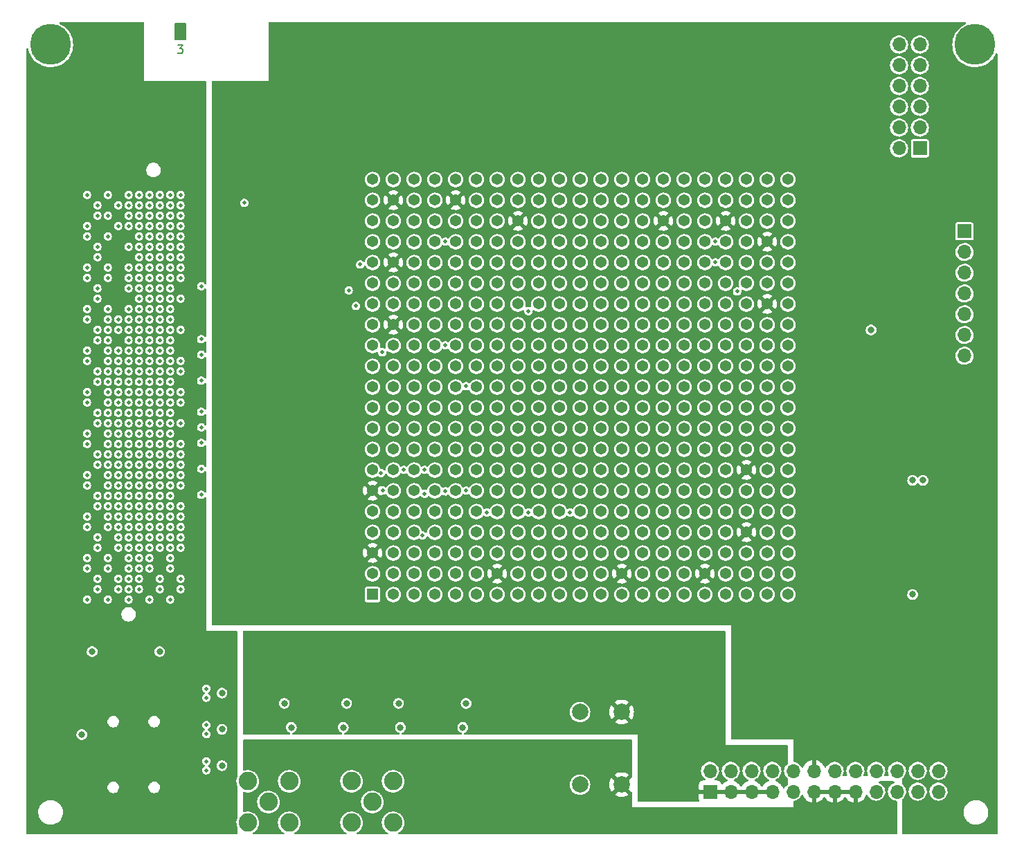
<source format=gbr>
G04 #@! TF.GenerationSoftware,KiCad,Pcbnew,(6.0.9-0)*
G04 #@! TF.CreationDate,2023-01-13T15:28:50-08:00*
G04 #@! TF.ProjectId,ember-pcb,656d6265-722d-4706-9362-2e6b69636164,rev?*
G04 #@! TF.SameCoordinates,Original*
G04 #@! TF.FileFunction,Copper,L4,Inr*
G04 #@! TF.FilePolarity,Positive*
%FSLAX46Y46*%
G04 Gerber Fmt 4.6, Leading zero omitted, Abs format (unit mm)*
G04 Created by KiCad (PCBNEW (6.0.9-0)) date 2023-01-13 15:28:50*
%MOMM*%
%LPD*%
G01*
G04 APERTURE LIST*
G04 #@! TA.AperFunction,NonConductor*
%ADD10C,0.200000*%
G04 #@! TD*
%ADD11C,0.150000*%
G04 #@! TA.AperFunction,NonConductor*
%ADD12C,0.150000*%
G04 #@! TD*
G04 #@! TA.AperFunction,ComponentPad*
%ADD13C,5.000000*%
G04 #@! TD*
G04 #@! TA.AperFunction,ComponentPad*
%ADD14R,1.700000X1.700000*%
G04 #@! TD*
G04 #@! TA.AperFunction,ComponentPad*
%ADD15O,1.700000X1.700000*%
G04 #@! TD*
G04 #@! TA.AperFunction,ComponentPad*
%ADD16C,2.000000*%
G04 #@! TD*
G04 #@! TA.AperFunction,ComponentPad*
%ADD17C,2.250000*%
G04 #@! TD*
G04 #@! TA.AperFunction,ComponentPad*
%ADD18C,0.500000*%
G04 #@! TD*
G04 #@! TA.AperFunction,ComponentPad*
%ADD19R,1.368000X1.368000*%
G04 #@! TD*
G04 #@! TA.AperFunction,ComponentPad*
%ADD20C,1.368000*%
G04 #@! TD*
G04 #@! TA.AperFunction,ViaPad*
%ADD21C,0.800000*%
G04 #@! TD*
G04 #@! TA.AperFunction,ViaPad*
%ADD22C,0.508000*%
G04 #@! TD*
G04 APERTURE END LIST*
D10*
X87660000Y-48470000D02*
X88930000Y-48470000D01*
X88930000Y-48470000D02*
X88930000Y-50375000D01*
X88930000Y-50375000D02*
X87660000Y-50375000D01*
X87660000Y-50375000D02*
X87660000Y-48470000D01*
G36*
X87660000Y-48470000D02*
G01*
X88930000Y-48470000D01*
X88930000Y-50375000D01*
X87660000Y-50375000D01*
X87660000Y-48470000D01*
G37*
D11*
D12*
X87961666Y-51097380D02*
X88580714Y-51097380D01*
X88247380Y-51478333D01*
X88390238Y-51478333D01*
X88485476Y-51525952D01*
X88533095Y-51573571D01*
X88580714Y-51668809D01*
X88580714Y-51906904D01*
X88533095Y-52002142D01*
X88485476Y-52049761D01*
X88390238Y-52097380D01*
X88104523Y-52097380D01*
X88009285Y-52049761D01*
X87961666Y-52002142D01*
D13*
G04 #@! TO.N,GND*
G04 #@! TO.C,H1*
X72420000Y-51010000D03*
G04 #@! TD*
D14*
G04 #@! TO.N,/core_pwr*
G04 #@! TO.C,J4*
X153060000Y-142455000D03*
D15*
G04 #@! TO.N,/vdd_fsm*
X153060000Y-139915000D03*
G04 #@! TO.N,/core_pwr*
X155600000Y-142455000D03*
G04 #@! TO.N,/vdd*
X155600000Y-139915000D03*
G04 #@! TO.N,/core_pwr*
X158140000Y-142455000D03*
G04 #@! TO.N,/vdd_dac*
X158140000Y-139915000D03*
G04 #@! TO.N,/core_pwr*
X160680000Y-142455000D03*
G04 #@! TO.N,/vsa*
X160680000Y-139915000D03*
G04 #@! TO.N,unconnected-(J4-Pad9)*
X163220000Y-142455000D03*
G04 #@! TO.N,unconnected-(J4-Pad10)*
X163220000Y-139915000D03*
G04 #@! TO.N,/io_pwr*
X165760000Y-142455000D03*
G04 #@! TO.N,/vddio_fsm*
X165760000Y-139915000D03*
G04 #@! TO.N,/io_pwr*
X168300000Y-142455000D03*
G04 #@! TO.N,/vddio*
X168300000Y-139915000D03*
G04 #@! TO.N,/io_pwr*
X170840000Y-142455000D03*
G04 #@! TO.N,/vddio_dac*
X170840000Y-139915000D03*
G04 #@! TO.N,unconnected-(J4-Pad17)*
X173380000Y-142455000D03*
G04 #@! TO.N,unconnected-(J4-Pad18)*
X173380000Y-139915000D03*
G04 #@! TO.N,GND*
X175920000Y-142455000D03*
X175920000Y-139915000D03*
X178460000Y-142455000D03*
X178460000Y-139915000D03*
X181000000Y-142455000D03*
X181000000Y-139915000D03*
G04 #@! TD*
D16*
G04 #@! TO.N,Net-(C1-Pad1)*
G04 #@! TO.C,FB1*
X137165000Y-132710000D03*
G04 #@! TO.N,/core_pwr*
X142245000Y-132710000D03*
G04 #@! TD*
D14*
G04 #@! TO.N,/wl_source_pin*
G04 #@! TO.C,J5*
X184180000Y-73865000D03*
D15*
G04 #@! TO.N,/bl_source_pin*
X184180000Y-76405000D03*
G04 #@! TO.N,/sl_source_pin*
X184180000Y-78945000D03*
G04 #@! TO.N,/iref_test*
X184180000Y-81485000D03*
G04 #@! TO.N,/vdd_test*
X184180000Y-84025000D03*
G04 #@! TO.N,/vadj*
X184180000Y-86565000D03*
G04 #@! TO.N,GND*
X184180000Y-89105000D03*
G04 #@! TD*
D16*
G04 #@! TO.N,Net-(C6-Pad1)*
G04 #@! TO.C,FB2*
X137165000Y-141600000D03*
G04 #@! TO.N,/io_pwr*
X142245000Y-141600000D03*
G04 #@! TD*
D17*
G04 #@! TO.N,Net-(J6-Pad1)*
G04 #@! TO.C,J6*
X99065000Y-143720000D03*
G04 #@! TO.N,GND*
X101605000Y-146260000D03*
X96525000Y-141180000D03*
X96525000Y-146260000D03*
X101605000Y-141180000D03*
G04 #@! TD*
D18*
G04 #@! TO.N,GND*
G04 #@! TO.C,U4*
X91475000Y-139835000D03*
X91475000Y-138735000D03*
G04 #@! TD*
D14*
G04 #@! TO.N,/sc*
G04 #@! TO.C,J2*
X178719000Y-63710000D03*
D15*
G04 #@! TO.N,/rst_n*
X176179000Y-63710000D03*
G04 #@! TO.N,/sclk*
X178719000Y-61170000D03*
G04 #@! TO.N,/rram_busy*
X176179000Y-61170000D03*
G04 #@! TO.N,/mosi*
X178719000Y-58630000D03*
G04 #@! TO.N,/mclk_pause*
X176179000Y-58630000D03*
G04 #@! TO.N,/miso*
X178719000Y-56090000D03*
G04 #@! TO.N,unconnected-(J2-Pad8)*
X176179000Y-56090000D03*
G04 #@! TO.N,GND*
X178719000Y-53550000D03*
X176179000Y-53550000D03*
G04 #@! TO.N,unconnected-(J2-Pad11)*
X178719000Y-51010000D03*
G04 #@! TO.N,unconnected-(J2-Pad12)*
X176179000Y-51010000D03*
G04 #@! TD*
D17*
G04 #@! TO.N,Net-(J3-Pad1)*
G04 #@! TO.C,J3*
X111765000Y-143720000D03*
G04 #@! TO.N,GND*
X114305000Y-141180000D03*
X114305000Y-146260000D03*
X109225000Y-141180000D03*
X109225000Y-146260000D03*
G04 #@! TD*
D19*
G04 #@! TO.N,GND*
G04 #@! TO.C,U1*
X111790000Y-118320000D03*
D20*
G04 #@! TO.N,/di_36*
X114330000Y-118320000D03*
G04 #@! TO.N,/vddio_dac*
X116870000Y-118320000D03*
G04 #@! TO.N,/iref_test*
X119410000Y-118320000D03*
G04 #@! TO.N,/vdd_fsm*
X121950000Y-118320000D03*
G04 #@! TO.N,GND*
X124490000Y-118320000D03*
G04 #@! TO.N,/di_47*
X127030000Y-118320000D03*
G04 #@! TO.N,/vdd_dac*
X129570000Y-118320000D03*
G04 #@! TO.N,/vddio_dac*
X132110000Y-118320000D03*
G04 #@! TO.N,/vddio*
X134650000Y-118320000D03*
G04 #@! TO.N,/vsa*
X137190000Y-118320000D03*
G04 #@! TO.N,/read_ref_4*
X139730000Y-118320000D03*
G04 #@! TO.N,/rram_addr_0*
X142270000Y-118320000D03*
G04 #@! TO.N,/rram_addr_2*
X144810000Y-118320000D03*
G04 #@! TO.N,GND*
X147350000Y-118320000D03*
G04 #@! TO.N,/vdd_fsm*
X149890000Y-118320000D03*
G04 #@! TO.N,/rram_addr_10*
X152430000Y-118320000D03*
G04 #@! TO.N,/vddio_dac*
X154970000Y-118320000D03*
G04 #@! TO.N,/rram_busy*
X157510000Y-118320000D03*
G04 #@! TO.N,GND*
X160050000Y-118320000D03*
G04 #@! TO.N,unconnected-(U1-PadA21)*
X162590000Y-118320000D03*
G04 #@! TO.N,/vddio*
X111790000Y-115780000D03*
G04 #@! TO.N,/di_34*
X114330000Y-115780000D03*
G04 #@! TO.N,/sl_source_pin*
X116870000Y-115780000D03*
G04 #@! TO.N,/vddio*
X119410000Y-115780000D03*
G04 #@! TO.N,/vdd*
X121950000Y-115780000D03*
G04 #@! TO.N,/vdd_test*
X124490000Y-115780000D03*
G04 #@! TO.N,/vddio_fsm*
X127030000Y-115780000D03*
G04 #@! TO.N,/bl_source_pin*
X129570000Y-115780000D03*
G04 #@! TO.N,/sa_en*
X132110000Y-115780000D03*
G04 #@! TO.N,/read_ref_1*
X134650000Y-115780000D03*
G04 #@! TO.N,/read_ref_2*
X137190000Y-115780000D03*
G04 #@! TO.N,/rram_addr_1*
X139730000Y-115780000D03*
G04 #@! TO.N,/vddio_fsm*
X142270000Y-115780000D03*
G04 #@! TO.N,/rram_addr_6*
X144810000Y-115780000D03*
G04 #@! TO.N,/vdd*
X147350000Y-115780000D03*
G04 #@! TO.N,/vddio*
X149890000Y-115780000D03*
G04 #@! TO.N,/vddio_fsm*
X152430000Y-115780000D03*
G04 #@! TO.N,/sl_en*
X154970000Y-115780000D03*
G04 #@! TO.N,/read_dac_config_0*
X157510000Y-115780000D03*
G04 #@! TO.N,/vdd_dac*
X160050000Y-115780000D03*
G04 #@! TO.N,unconnected-(U1-PadB21)*
X162590000Y-115780000D03*
G04 #@! TO.N,/vddio_fsm*
X111790000Y-113240000D03*
G04 #@! TO.N,/vdd_dac*
X114330000Y-113240000D03*
G04 #@! TO.N,GND*
X116870000Y-113240000D03*
G04 #@! TO.N,/di_37*
X119410000Y-113240000D03*
G04 #@! TO.N,/di_39*
X121950000Y-113240000D03*
G04 #@! TO.N,/di_41*
X124490000Y-113240000D03*
G04 #@! TO.N,/di_42*
X127030000Y-113240000D03*
G04 #@! TO.N,/di_44*
X129570000Y-113240000D03*
G04 #@! TO.N,/di_45*
X132110000Y-113240000D03*
G04 #@! TO.N,/set_rst*
X134650000Y-113240000D03*
G04 #@! TO.N,/read_ref_5*
X137190000Y-113240000D03*
G04 #@! TO.N,/rram_addr_4*
X139730000Y-113240000D03*
G04 #@! TO.N,/rram_addr_5*
X142270000Y-113240000D03*
G04 #@! TO.N,/rram_addr_8*
X144810000Y-113240000D03*
G04 #@! TO.N,/rram_addr_11*
X147350000Y-113240000D03*
G04 #@! TO.N,/rram_addr_13*
X149890000Y-113240000D03*
G04 #@! TO.N,/rram_addr_15*
X152430000Y-113240000D03*
G04 #@! TO.N,GND*
X154970000Y-113240000D03*
G04 #@! TO.N,/vddio*
X157510000Y-113240000D03*
G04 #@! TO.N,/vdd*
X160050000Y-113240000D03*
G04 #@! TO.N,unconnected-(U1-PadC21)*
X162590000Y-113240000D03*
G04 #@! TO.N,/di_27*
X111790000Y-110700000D03*
G04 #@! TO.N,/vdd*
X114330000Y-110700000D03*
G04 #@! TO.N,/di_32*
X116870000Y-110700000D03*
G04 #@! TO.N,/di_33*
X119410000Y-110700000D03*
G04 #@! TO.N,/di_35*
X121950000Y-110700000D03*
G04 #@! TO.N,/di_38*
X124490000Y-110700000D03*
G04 #@! TO.N,/di_40*
X127030000Y-110700000D03*
G04 #@! TO.N,/di_43*
X129570000Y-110700000D03*
G04 #@! TO.N,/di_46*
X132110000Y-110700000D03*
G04 #@! TO.N,/read_ref_0*
X134650000Y-110700000D03*
G04 #@! TO.N,/read_ref_3*
X137190000Y-110700000D03*
G04 #@! TO.N,/rram_addr_3*
X139730000Y-110700000D03*
G04 #@! TO.N,/rram_addr_7*
X142270000Y-110700000D03*
G04 #@! TO.N,/rram_addr_9*
X144810000Y-110700000D03*
G04 #@! TO.N,/rram_addr_12*
X147350000Y-110700000D03*
G04 #@! TO.N,/rram_addr_14*
X149890000Y-110700000D03*
G04 #@! TO.N,/we*
X152430000Y-110700000D03*
G04 #@! TO.N,/read_dac_config_2*
X154970000Y-110700000D03*
G04 #@! TO.N,/vddio_fsm*
X157510000Y-110700000D03*
G04 #@! TO.N,/vddio_dac*
X160050000Y-110700000D03*
G04 #@! TO.N,unconnected-(U1-PadD21)*
X162590000Y-110700000D03*
G04 #@! TO.N,/di_23*
X111790000Y-108160000D03*
G04 #@! TO.N,/vddio_dac*
X114330000Y-108160000D03*
G04 #@! TO.N,/di_30*
X116870000Y-108160000D03*
G04 #@! TO.N,/di_31*
X119410000Y-108160000D03*
G04 #@! TO.N,unconnected-(U1-PadE5)*
X121950000Y-108160000D03*
G04 #@! TO.N,unconnected-(U1-PadE6)*
X124490000Y-108160000D03*
G04 #@! TO.N,unconnected-(U1-PadE7)*
X127030000Y-108160000D03*
G04 #@! TO.N,unconnected-(U1-PadE8)*
X129570000Y-108160000D03*
G04 #@! TO.N,unconnected-(U1-PadE9)*
X132110000Y-108160000D03*
G04 #@! TO.N,unconnected-(U1-PadE10)*
X134650000Y-108160000D03*
G04 #@! TO.N,unconnected-(U1-PadE11)*
X137190000Y-108160000D03*
G04 #@! TO.N,unconnected-(U1-PadE12)*
X139730000Y-108160000D03*
G04 #@! TO.N,unconnected-(U1-PadE13)*
X142270000Y-108160000D03*
G04 #@! TO.N,unconnected-(U1-PadE14)*
X144810000Y-108160000D03*
G04 #@! TO.N,unconnected-(U1-PadE15)*
X147350000Y-108160000D03*
G04 #@! TO.N,unconnected-(U1-PadE16)*
X149890000Y-108160000D03*
G04 #@! TO.N,/read_dac_config_1*
X152430000Y-108160000D03*
G04 #@! TO.N,/wl_dac_config_0*
X154970000Y-108160000D03*
G04 #@! TO.N,/wl_dac_config_3*
X157510000Y-108160000D03*
G04 #@! TO.N,/wl_dac_config_5*
X160050000Y-108160000D03*
G04 #@! TO.N,unconnected-(U1-PadE21)*
X162590000Y-108160000D03*
G04 #@! TO.N,/vddio_fsm*
X111790000Y-105620000D03*
G04 #@! TO.N,/di_25*
X114330000Y-105620000D03*
G04 #@! TO.N,/di_28*
X116870000Y-105620000D03*
G04 #@! TO.N,/di_29*
X119410000Y-105620000D03*
G04 #@! TO.N,unconnected-(U1-PadF5)*
X121950000Y-105620000D03*
G04 #@! TO.N,unconnected-(U1-PadF6)*
X124490000Y-105620000D03*
G04 #@! TO.N,unconnected-(U1-PadF7)*
X127030000Y-105620000D03*
G04 #@! TO.N,unconnected-(U1-PadF8)*
X129570000Y-105620000D03*
G04 #@! TO.N,unconnected-(U1-PadF9)*
X132110000Y-105620000D03*
G04 #@! TO.N,unconnected-(U1-PadF10)*
X134650000Y-105620000D03*
G04 #@! TO.N,unconnected-(U1-PadF11)*
X137190000Y-105620000D03*
G04 #@! TO.N,unconnected-(U1-PadF12)*
X139730000Y-105620000D03*
G04 #@! TO.N,unconnected-(U1-PadF13)*
X142270000Y-105620000D03*
G04 #@! TO.N,unconnected-(U1-PadF14)*
X144810000Y-105620000D03*
G04 #@! TO.N,unconnected-(U1-PadF15)*
X147350000Y-105620000D03*
G04 #@! TO.N,unconnected-(U1-PadF16)*
X149890000Y-105620000D03*
G04 #@! TO.N,/read_dac_config_3*
X152430000Y-105620000D03*
G04 #@! TO.N,/wl_dac_config_2*
X154970000Y-105620000D03*
G04 #@! TO.N,/wl_dac_config_7*
X157510000Y-105620000D03*
G04 #@! TO.N,/vdd_fsm*
X160050000Y-105620000D03*
G04 #@! TO.N,unconnected-(U1-PadF21)*
X162590000Y-105620000D03*
G04 #@! TO.N,/di_18*
X111790000Y-103080000D03*
G04 #@! TO.N,/vdd_fsm*
X114330000Y-103080000D03*
G04 #@! TO.N,/di_24*
X116870000Y-103080000D03*
G04 #@! TO.N,/di_26*
X119410000Y-103080000D03*
G04 #@! TO.N,unconnected-(U1-PadG5)*
X121950000Y-103080000D03*
G04 #@! TO.N,unconnected-(U1-PadG6)*
X124490000Y-103080000D03*
G04 #@! TO.N,unconnected-(U1-PadG7)*
X127030000Y-103080000D03*
G04 #@! TO.N,unconnected-(U1-PadG8)*
X129570000Y-103080000D03*
G04 #@! TO.N,unconnected-(U1-PadG9)*
X132110000Y-103080000D03*
G04 #@! TO.N,unconnected-(U1-PadG10)*
X134650000Y-103080000D03*
G04 #@! TO.N,unconnected-(U1-PadG11)*
X137190000Y-103080000D03*
G04 #@! TO.N,unconnected-(U1-PadG12)*
X139730000Y-103080000D03*
G04 #@! TO.N,unconnected-(U1-PadG13)*
X142270000Y-103080000D03*
G04 #@! TO.N,unconnected-(U1-PadG14)*
X144810000Y-103080000D03*
G04 #@! TO.N,unconnected-(U1-PadG15)*
X147350000Y-103080000D03*
G04 #@! TO.N,unconnected-(U1-PadG16)*
X149890000Y-103080000D03*
G04 #@! TO.N,/wl_dac_config_1*
X152430000Y-103080000D03*
G04 #@! TO.N,/wl_dac_config_4*
X154970000Y-103080000D03*
G04 #@! TO.N,/vddio_fsm*
X157510000Y-103080000D03*
G04 #@! TO.N,GND*
X160050000Y-103080000D03*
G04 #@! TO.N,unconnected-(U1-PadG21)*
X162590000Y-103080000D03*
G04 #@! TO.N,/di_16*
X111790000Y-100540000D03*
G04 #@! TO.N,GND*
X114330000Y-100540000D03*
G04 #@! TO.N,/di_21*
X116870000Y-100540000D03*
G04 #@! TO.N,/di_22*
X119410000Y-100540000D03*
G04 #@! TO.N,unconnected-(U1-PadH5)*
X121950000Y-100540000D03*
G04 #@! TO.N,unconnected-(U1-PadH6)*
X124490000Y-100540000D03*
G04 #@! TO.N,unconnected-(U1-PadH7)*
X127030000Y-100540000D03*
G04 #@! TO.N,unconnected-(U1-PadH8)*
X129570000Y-100540000D03*
G04 #@! TO.N,unconnected-(U1-PadH9)*
X132110000Y-100540000D03*
G04 #@! TO.N,unconnected-(U1-PadH10)*
X134650000Y-100540000D03*
G04 #@! TO.N,unconnected-(U1-PadH11)*
X137190000Y-100540000D03*
G04 #@! TO.N,unconnected-(U1-PadH12)*
X139730000Y-100540000D03*
G04 #@! TO.N,unconnected-(U1-PadH13)*
X142270000Y-100540000D03*
G04 #@! TO.N,unconnected-(U1-PadH14)*
X144810000Y-100540000D03*
G04 #@! TO.N,unconnected-(U1-PadH15)*
X147350000Y-100540000D03*
G04 #@! TO.N,unconnected-(U1-PadH16)*
X149890000Y-100540000D03*
G04 #@! TO.N,/wl_dac_config_6*
X152430000Y-100540000D03*
G04 #@! TO.N,/wl_dac_en*
X154970000Y-100540000D03*
G04 #@! TO.N,/wl_source_pin*
X157510000Y-100540000D03*
G04 #@! TO.N,/sa_do_2*
X160050000Y-100540000D03*
G04 #@! TO.N,unconnected-(U1-PadH21)*
X162590000Y-100540000D03*
G04 #@! TO.N,/di_14*
X111790000Y-98000000D03*
G04 #@! TO.N,/di_17*
X114330000Y-98000000D03*
G04 #@! TO.N,/di_20*
X116870000Y-98000000D03*
G04 #@! TO.N,/di_19*
X119410000Y-98000000D03*
G04 #@! TO.N,unconnected-(U1-PadJ5)*
X121950000Y-98000000D03*
G04 #@! TO.N,unconnected-(U1-PadJ6)*
X124490000Y-98000000D03*
G04 #@! TO.N,unconnected-(U1-PadJ7)*
X127030000Y-98000000D03*
G04 #@! TO.N,unconnected-(U1-PadJ8)*
X129570000Y-98000000D03*
G04 #@! TO.N,unconnected-(U1-PadJ9)*
X132110000Y-98000000D03*
G04 #@! TO.N,unconnected-(U1-PadJ10)*
X134650000Y-98000000D03*
G04 #@! TO.N,unconnected-(U1-PadJ11)*
X137190000Y-98000000D03*
G04 #@! TO.N,unconnected-(U1-PadJ12)*
X139730000Y-98000000D03*
G04 #@! TO.N,unconnected-(U1-PadJ13)*
X142270000Y-98000000D03*
G04 #@! TO.N,unconnected-(U1-PadJ14)*
X144810000Y-98000000D03*
G04 #@! TO.N,unconnected-(U1-PadJ15)*
X147350000Y-98000000D03*
G04 #@! TO.N,unconnected-(U1-PadJ16)*
X149890000Y-98000000D03*
G04 #@! TO.N,/bleed_en*
X152430000Y-98000000D03*
G04 #@! TO.N,/wl_en*
X154970000Y-98000000D03*
G04 #@! TO.N,/sa_do_0*
X157510000Y-98000000D03*
G04 #@! TO.N,/sa_do_4*
X160050000Y-98000000D03*
G04 #@! TO.N,unconnected-(U1-PadJ21)*
X162590000Y-98000000D03*
G04 #@! TO.N,/vsa*
X111790000Y-95460000D03*
G04 #@! TO.N,/di_12*
X114330000Y-95460000D03*
G04 #@! TO.N,/di_15*
X116870000Y-95460000D03*
G04 #@! TO.N,/di_13*
X119410000Y-95460000D03*
G04 #@! TO.N,unconnected-(U1-PadK5)*
X121950000Y-95460000D03*
G04 #@! TO.N,unconnected-(U1-PadK6)*
X124490000Y-95460000D03*
G04 #@! TO.N,unconnected-(U1-PadK7)*
X127030000Y-95460000D03*
G04 #@! TO.N,unconnected-(U1-PadK8)*
X129570000Y-95460000D03*
G04 #@! TO.N,unconnected-(U1-PadK9)*
X132110000Y-95460000D03*
G04 #@! TO.N,unconnected-(U1-PadK10)*
X134650000Y-95460000D03*
G04 #@! TO.N,unconnected-(U1-PadK11)*
X137190000Y-95460000D03*
G04 #@! TO.N,unconnected-(U1-PadK12)*
X139730000Y-95460000D03*
G04 #@! TO.N,unconnected-(U1-PadK13)*
X142270000Y-95460000D03*
G04 #@! TO.N,unconnected-(U1-PadK14)*
X144810000Y-95460000D03*
G04 #@! TO.N,unconnected-(U1-PadK15)*
X147350000Y-95460000D03*
G04 #@! TO.N,unconnected-(U1-PadK16)*
X149890000Y-95460000D03*
G04 #@! TO.N,/sa_do_3*
X152430000Y-95460000D03*
G04 #@! TO.N,/sa_do_1*
X154970000Y-95460000D03*
G04 #@! TO.N,/sa_do_5*
X157510000Y-95460000D03*
G04 #@! TO.N,/vsa*
X160050000Y-95460000D03*
G04 #@! TO.N,unconnected-(U1-PadK21)*
X162590000Y-95460000D03*
G04 #@! TO.N,/vdd*
X111790000Y-92920000D03*
G04 #@! TO.N,/di_11*
X114330000Y-92920000D03*
G04 #@! TO.N,/di_9*
X116870000Y-92920000D03*
G04 #@! TO.N,/di_10*
X119410000Y-92920000D03*
G04 #@! TO.N,unconnected-(U1-PadL5)*
X121950000Y-92920000D03*
G04 #@! TO.N,unconnected-(U1-PadL6)*
X124490000Y-92920000D03*
G04 #@! TO.N,unconnected-(U1-PadL7)*
X127030000Y-92920000D03*
G04 #@! TO.N,unconnected-(U1-PadL8)*
X129570000Y-92920000D03*
G04 #@! TO.N,unconnected-(U1-PadL9)*
X132110000Y-92920000D03*
G04 #@! TO.N,unconnected-(U1-PadL10)*
X134650000Y-92920000D03*
G04 #@! TO.N,unconnected-(U1-PadL11)*
X137190000Y-92920000D03*
G04 #@! TO.N,unconnected-(U1-PadL12)*
X139730000Y-92920000D03*
G04 #@! TO.N,unconnected-(U1-PadL13)*
X142270000Y-92920000D03*
G04 #@! TO.N,unconnected-(U1-PadL14)*
X144810000Y-92920000D03*
G04 #@! TO.N,unconnected-(U1-PadL15)*
X147350000Y-92920000D03*
G04 #@! TO.N,unconnected-(U1-PadL16)*
X149890000Y-92920000D03*
G04 #@! TO.N,/sa_do_7*
X152430000Y-92920000D03*
G04 #@! TO.N,/sa_do_8*
X154970000Y-92920000D03*
G04 #@! TO.N,/sa_do_6*
X157510000Y-92920000D03*
G04 #@! TO.N,/vdd*
X160050000Y-92920000D03*
G04 #@! TO.N,unconnected-(U1-PadL21)*
X162590000Y-92920000D03*
G04 #@! TO.N,/vddio_dac*
X111790000Y-90380000D03*
G04 #@! TO.N,/di_7*
X114330000Y-90380000D03*
G04 #@! TO.N,/di_5*
X116870000Y-90380000D03*
G04 #@! TO.N,/di_6*
X119410000Y-90380000D03*
G04 #@! TO.N,unconnected-(U1-PadM5)*
X121950000Y-90380000D03*
G04 #@! TO.N,unconnected-(U1-PadM6)*
X124490000Y-90380000D03*
G04 #@! TO.N,unconnected-(U1-PadM7)*
X127030000Y-90380000D03*
G04 #@! TO.N,unconnected-(U1-PadM8)*
X129570000Y-90380000D03*
G04 #@! TO.N,unconnected-(U1-PadM9)*
X132110000Y-90380000D03*
G04 #@! TO.N,unconnected-(U1-PadM10)*
X134650000Y-90380000D03*
G04 #@! TO.N,unconnected-(U1-PadM11)*
X137190000Y-90380000D03*
G04 #@! TO.N,unconnected-(U1-PadM12)*
X139730000Y-90380000D03*
G04 #@! TO.N,unconnected-(U1-PadM13)*
X142270000Y-90380000D03*
G04 #@! TO.N,unconnected-(U1-PadM14)*
X144810000Y-90380000D03*
G04 #@! TO.N,unconnected-(U1-PadM15)*
X147350000Y-90380000D03*
G04 #@! TO.N,unconnected-(U1-PadM16)*
X149890000Y-90380000D03*
G04 #@! TO.N,/sa_do_11*
X152430000Y-90380000D03*
G04 #@! TO.N,/sa_do_12*
X154970000Y-90380000D03*
G04 #@! TO.N,/sa_do_9*
X157510000Y-90380000D03*
G04 #@! TO.N,/vddio_dac*
X160050000Y-90380000D03*
G04 #@! TO.N,unconnected-(U1-PadM21)*
X162590000Y-90380000D03*
G04 #@! TO.N,/vddio*
X111790000Y-87840000D03*
G04 #@! TO.N,/di_8*
X114330000Y-87840000D03*
G04 #@! TO.N,/di_4*
X116870000Y-87840000D03*
G04 #@! TO.N,/di_2*
X119410000Y-87840000D03*
G04 #@! TO.N,unconnected-(U1-PadN5)*
X121950000Y-87840000D03*
G04 #@! TO.N,unconnected-(U1-PadN6)*
X124490000Y-87840000D03*
G04 #@! TO.N,unconnected-(U1-PadN7)*
X127030000Y-87840000D03*
G04 #@! TO.N,unconnected-(U1-PadN8)*
X129570000Y-87840000D03*
G04 #@! TO.N,unconnected-(U1-PadN9)*
X132110000Y-87840000D03*
G04 #@! TO.N,unconnected-(U1-PadN10)*
X134650000Y-87840000D03*
G04 #@! TO.N,unconnected-(U1-PadN11)*
X137190000Y-87840000D03*
G04 #@! TO.N,unconnected-(U1-PadN12)*
X139730000Y-87840000D03*
G04 #@! TO.N,unconnected-(U1-PadN13)*
X142270000Y-87840000D03*
G04 #@! TO.N,unconnected-(U1-PadN14)*
X144810000Y-87840000D03*
G04 #@! TO.N,unconnected-(U1-PadN15)*
X147350000Y-87840000D03*
G04 #@! TO.N,unconnected-(U1-PadN16)*
X149890000Y-87840000D03*
G04 #@! TO.N,/sa_do_14*
X152430000Y-87840000D03*
G04 #@! TO.N,/sa_do_13*
X154970000Y-87840000D03*
G04 #@! TO.N,GND*
X157510000Y-87840000D03*
G04 #@! TO.N,/vddio*
X160050000Y-87840000D03*
G04 #@! TO.N,unconnected-(U1-PadN21)*
X162590000Y-87840000D03*
G04 #@! TO.N,GND*
X111790000Y-85300000D03*
G04 #@! TO.N,/vddio_fsm*
X114330000Y-85300000D03*
G04 #@! TO.N,/di_0*
X116870000Y-85300000D03*
G04 #@! TO.N,/clamp_ref_5*
X119410000Y-85300000D03*
G04 #@! TO.N,unconnected-(U1-PadP5)*
X121950000Y-85300000D03*
G04 #@! TO.N,unconnected-(U1-PadP6)*
X124490000Y-85300000D03*
G04 #@! TO.N,unconnected-(U1-PadP7)*
X127030000Y-85300000D03*
G04 #@! TO.N,unconnected-(U1-PadP8)*
X129570000Y-85300000D03*
G04 #@! TO.N,unconnected-(U1-PadP9)*
X132110000Y-85300000D03*
G04 #@! TO.N,unconnected-(U1-PadP10)*
X134650000Y-85300000D03*
G04 #@! TO.N,unconnected-(U1-PadP11)*
X137190000Y-85300000D03*
G04 #@! TO.N,unconnected-(U1-PadP12)*
X139730000Y-85300000D03*
G04 #@! TO.N,unconnected-(U1-PadP13)*
X142270000Y-85300000D03*
G04 #@! TO.N,unconnected-(U1-PadP14)*
X144810000Y-85300000D03*
G04 #@! TO.N,unconnected-(U1-PadP15)*
X147350000Y-85300000D03*
G04 #@! TO.N,unconnected-(U1-PadP16)*
X149890000Y-85300000D03*
G04 #@! TO.N,/sa_do_18*
X152430000Y-85300000D03*
G04 #@! TO.N,/sa_do_16*
X154970000Y-85300000D03*
G04 #@! TO.N,/vdd_fsm*
X157510000Y-85300000D03*
G04 #@! TO.N,/sa_do_10*
X160050000Y-85300000D03*
G04 #@! TO.N,unconnected-(U1-PadP21)*
X162590000Y-85300000D03*
G04 #@! TO.N,/vdd_fsm*
X111790000Y-82760000D03*
G04 #@! TO.N,/di_3*
X114330000Y-82760000D03*
G04 #@! TO.N,/rst_n*
X116870000Y-82760000D03*
G04 #@! TO.N,/clamp_ref_3*
X119410000Y-82760000D03*
G04 #@! TO.N,unconnected-(U1-PadR5)*
X121950000Y-82760000D03*
G04 #@! TO.N,unconnected-(U1-PadR6)*
X124490000Y-82760000D03*
G04 #@! TO.N,unconnected-(U1-PadR7)*
X127030000Y-82760000D03*
G04 #@! TO.N,unconnected-(U1-PadR8)*
X129570000Y-82760000D03*
G04 #@! TO.N,unconnected-(U1-PadR9)*
X132110000Y-82760000D03*
G04 #@! TO.N,unconnected-(U1-PadR10)*
X134650000Y-82760000D03*
G04 #@! TO.N,unconnected-(U1-PadR11)*
X137190000Y-82760000D03*
G04 #@! TO.N,unconnected-(U1-PadR12)*
X139730000Y-82760000D03*
G04 #@! TO.N,unconnected-(U1-PadR13)*
X142270000Y-82760000D03*
G04 #@! TO.N,unconnected-(U1-PadR14)*
X144810000Y-82760000D03*
G04 #@! TO.N,unconnected-(U1-PadR15)*
X147350000Y-82760000D03*
G04 #@! TO.N,unconnected-(U1-PadR16)*
X149890000Y-82760000D03*
G04 #@! TO.N,/sa_do_21*
X152430000Y-82760000D03*
G04 #@! TO.N,/sa_do_20*
X154970000Y-82760000D03*
G04 #@! TO.N,/sa_do_17*
X157510000Y-82760000D03*
G04 #@! TO.N,/vddio_fsm*
X160050000Y-82760000D03*
G04 #@! TO.N,unconnected-(U1-PadR21)*
X162590000Y-82760000D03*
G04 #@! TO.N,/di_1*
X111790000Y-80220000D03*
G04 #@! TO.N,/bl_en*
X114330000Y-80220000D03*
G04 #@! TO.N,/clamp_ref_4*
X116870000Y-80220000D03*
G04 #@! TO.N,/clamp_ref_1*
X119410000Y-80220000D03*
G04 #@! TO.N,unconnected-(U1-PadS5)*
X121950000Y-80220000D03*
G04 #@! TO.N,unconnected-(U1-PadS6)*
X124490000Y-80220000D03*
G04 #@! TO.N,unconnected-(U1-PadS7)*
X127030000Y-80220000D03*
G04 #@! TO.N,unconnected-(U1-PadS8)*
X129570000Y-80220000D03*
G04 #@! TO.N,unconnected-(U1-PadS9)*
X132110000Y-80220000D03*
G04 #@! TO.N,unconnected-(U1-PadS10)*
X134650000Y-80220000D03*
G04 #@! TO.N,unconnected-(U1-PadS11)*
X137190000Y-80220000D03*
G04 #@! TO.N,unconnected-(U1-PadS12)*
X139730000Y-80220000D03*
G04 #@! TO.N,unconnected-(U1-PadS13)*
X142270000Y-80220000D03*
G04 #@! TO.N,unconnected-(U1-PadS14)*
X144810000Y-80220000D03*
G04 #@! TO.N,unconnected-(U1-PadS15)*
X147350000Y-80220000D03*
G04 #@! TO.N,unconnected-(U1-PadS16)*
X149890000Y-80220000D03*
G04 #@! TO.N,/sa_do_23*
X152430000Y-80220000D03*
G04 #@! TO.N,/sa_do_22*
X154970000Y-80220000D03*
G04 #@! TO.N,/vddio_dac*
X157510000Y-80220000D03*
G04 #@! TO.N,/sa_do_15*
X160050000Y-80220000D03*
G04 #@! TO.N,unconnected-(U1-PadS21)*
X162590000Y-80220000D03*
G04 #@! TO.N,/vddio_dac*
X111790000Y-77680000D03*
G04 #@! TO.N,/vddio_fsm*
X114330000Y-77680000D03*
G04 #@! TO.N,/clamp_ref_2*
X116870000Y-77680000D03*
G04 #@! TO.N,/bsl_dac_en*
X119410000Y-77680000D03*
G04 #@! TO.N,/bsl_dac_config_4*
X121950000Y-77680000D03*
G04 #@! TO.N,/bsl_dac_config_2*
X124490000Y-77680000D03*
G04 #@! TO.N,/bsl_dac_config_0*
X127030000Y-77680000D03*
G04 #@! TO.N,/mclk_pause*
X129570000Y-77680000D03*
G04 #@! TO.N,/mosi*
X132110000Y-77680000D03*
G04 #@! TO.N,/heartbeat*
X134650000Y-77680000D03*
G04 #@! TO.N,/sa_do_45*
X137190000Y-77680000D03*
G04 #@! TO.N,/sa_do_39*
X139730000Y-77680000D03*
G04 #@! TO.N,/sa_do_36*
X142270000Y-77680000D03*
G04 #@! TO.N,/sa_do_32*
X144810000Y-77680000D03*
G04 #@! TO.N,/sa_do_29*
X147350000Y-77680000D03*
G04 #@! TO.N,/sa_do_27*
X149890000Y-77680000D03*
G04 #@! TO.N,/sa_do_25*
X152430000Y-77680000D03*
G04 #@! TO.N,/sa_do_24*
X154970000Y-77680000D03*
G04 #@! TO.N,/vdd*
X157510000Y-77680000D03*
G04 #@! TO.N,/sa_do_19*
X160050000Y-77680000D03*
G04 #@! TO.N,unconnected-(U1-PadT21)*
X162590000Y-77680000D03*
G04 #@! TO.N,/vdd*
X111790000Y-75140000D03*
G04 #@! TO.N,/vddio*
X114330000Y-75140000D03*
G04 #@! TO.N,GND*
X116870000Y-75140000D03*
G04 #@! TO.N,/read_dac_en*
X119410000Y-75140000D03*
G04 #@! TO.N,/bsl_dac_config_3*
X121950000Y-75140000D03*
G04 #@! TO.N,/bsl_dac_config_1*
X124490000Y-75140000D03*
G04 #@! TO.N,/aclk*
X127030000Y-75140000D03*
G04 #@! TO.N,/sclk*
X129570000Y-75140000D03*
G04 #@! TO.N,/sc*
X132110000Y-75140000D03*
G04 #@! TO.N,/man*
X134650000Y-75140000D03*
G04 #@! TO.N,/sa_do_43*
X137190000Y-75140000D03*
G04 #@! TO.N,/sa_do_38*
X139730000Y-75140000D03*
G04 #@! TO.N,/sa_do_37*
X142270000Y-75140000D03*
G04 #@! TO.N,/sa_do_34*
X144810000Y-75140000D03*
G04 #@! TO.N,/sa_do_33*
X147350000Y-75140000D03*
G04 #@! TO.N,/sa_do_30*
X149890000Y-75140000D03*
G04 #@! TO.N,/sa_do_28*
X152430000Y-75140000D03*
G04 #@! TO.N,GND*
X154970000Y-75140000D03*
G04 #@! TO.N,/vdd_dac*
X157510000Y-75140000D03*
G04 #@! TO.N,/vddio_fsm*
X160050000Y-75140000D03*
G04 #@! TO.N,unconnected-(U1-PadU21)*
X162590000Y-75140000D03*
G04 #@! TO.N,/vdd_dac*
X111790000Y-72600000D03*
G04 #@! TO.N,/clamp_ref_0*
X114330000Y-72600000D03*
G04 #@! TO.N,/vddio*
X116870000Y-72600000D03*
G04 #@! TO.N,/vsa*
X119410000Y-72600000D03*
G04 #@! TO.N,/vdd_fsm*
X121950000Y-72600000D03*
G04 #@! TO.N,/sl_source_pin*
X124490000Y-72600000D03*
G04 #@! TO.N,GND*
X127030000Y-72600000D03*
G04 #@! TO.N,/vddio_fsm*
X129570000Y-72600000D03*
G04 #@! TO.N,/miso*
X132110000Y-72600000D03*
G04 #@! TO.N,/sa_rdy*
X134650000Y-72600000D03*
G04 #@! TO.N,/sa_do_47*
X137190000Y-72600000D03*
G04 #@! TO.N,/sa_do_41*
X139730000Y-72600000D03*
G04 #@! TO.N,/sa_do_42*
X142270000Y-72600000D03*
G04 #@! TO.N,/vdd*
X144810000Y-72600000D03*
G04 #@! TO.N,/vddio_fsm*
X147350000Y-72600000D03*
G04 #@! TO.N,/vddio_dac*
X149890000Y-72600000D03*
G04 #@! TO.N,/sa_do_31*
X152430000Y-72600000D03*
G04 #@! TO.N,/vddio_fsm*
X154970000Y-72600000D03*
G04 #@! TO.N,/sa_do_26*
X157510000Y-72600000D03*
G04 #@! TO.N,/vddio*
X160050000Y-72600000D03*
G04 #@! TO.N,unconnected-(U1-PadV21)*
X162590000Y-72600000D03*
G04 #@! TO.N,GND*
X111790000Y-70060000D03*
G04 #@! TO.N,/vddio_fsm*
X114330000Y-70060000D03*
G04 #@! TO.N,/bl_source_pin*
X116870000Y-70060000D03*
G04 #@! TO.N,/vddio_dac*
X119410000Y-70060000D03*
G04 #@! TO.N,/vddio_fsm*
X121950000Y-70060000D03*
G04 #@! TO.N,/vdd*
X124490000Y-70060000D03*
G04 #@! TO.N,/sa_clk*
X127030000Y-70060000D03*
G04 #@! TO.N,/byp*
X129570000Y-70060000D03*
G04 #@! TO.N,/vdd_dac*
X132110000Y-70060000D03*
G04 #@! TO.N,/vddio_dac*
X134650000Y-70060000D03*
G04 #@! TO.N,/vddio*
X137190000Y-70060000D03*
G04 #@! TO.N,/sa_do_46*
X139730000Y-70060000D03*
G04 #@! TO.N,/sa_do_44*
X142270000Y-70060000D03*
G04 #@! TO.N,/sa_do_40*
X144810000Y-70060000D03*
G04 #@! TO.N,GND*
X147350000Y-70060000D03*
G04 #@! TO.N,/sa_do_35*
X149890000Y-70060000D03*
G04 #@! TO.N,/vdd_fsm*
X152430000Y-70060000D03*
G04 #@! TO.N,/vsa*
X154970000Y-70060000D03*
G04 #@! TO.N,/vddio*
X157510000Y-70060000D03*
G04 #@! TO.N,GND*
X160050000Y-70060000D03*
G04 #@! TO.N,unconnected-(U1-PadW21)*
X162590000Y-70060000D03*
G04 #@! TO.N,unconnected-(U1-PadX1)*
X111790000Y-67520000D03*
G04 #@! TO.N,unconnected-(U1-PadX2)*
X114330000Y-67520000D03*
G04 #@! TO.N,unconnected-(U1-PadX3)*
X116870000Y-67520000D03*
G04 #@! TO.N,unconnected-(U1-PadX4)*
X119410000Y-67520000D03*
G04 #@! TO.N,unconnected-(U1-PadX5)*
X121950000Y-67520000D03*
G04 #@! TO.N,unconnected-(U1-PadX6)*
X124490000Y-67520000D03*
G04 #@! TO.N,unconnected-(U1-PadX7)*
X127030000Y-67520000D03*
G04 #@! TO.N,unconnected-(U1-PadX8)*
X129570000Y-67520000D03*
G04 #@! TO.N,unconnected-(U1-PadX9)*
X132110000Y-67520000D03*
G04 #@! TO.N,unconnected-(U1-PadX10)*
X134650000Y-67520000D03*
G04 #@! TO.N,unconnected-(U1-PadX11)*
X137190000Y-67520000D03*
G04 #@! TO.N,unconnected-(U1-PadX12)*
X139730000Y-67520000D03*
G04 #@! TO.N,unconnected-(U1-PadX13)*
X142270000Y-67520000D03*
G04 #@! TO.N,unconnected-(U1-PadX14)*
X144810000Y-67520000D03*
G04 #@! TO.N,unconnected-(U1-PadX15)*
X147350000Y-67520000D03*
G04 #@! TO.N,unconnected-(U1-PadX16)*
X149890000Y-67520000D03*
G04 #@! TO.N,unconnected-(U1-PadX17)*
X152430000Y-67520000D03*
G04 #@! TO.N,unconnected-(U1-PadX18)*
X154970000Y-67520000D03*
G04 #@! TO.N,unconnected-(U1-PadX19)*
X157510000Y-67520000D03*
G04 #@! TO.N,unconnected-(U1-PadX20)*
X160050000Y-67520000D03*
G04 #@! TO.N,unconnected-(U1-PadX21)*
X162590000Y-67520000D03*
G04 #@! TD*
D18*
G04 #@! TO.N,GND*
G04 #@! TO.C,U2*
X91475000Y-129845000D03*
X91475000Y-130945000D03*
G04 #@! TD*
D13*
G04 #@! TO.N,GND*
G04 #@! TO.C,H2*
X185450000Y-51010000D03*
G04 #@! TD*
D18*
G04 #@! TO.N,GND*
G04 #@! TO.C,U3*
X91475000Y-134290000D03*
X91475000Y-135390000D03*
G04 #@! TD*
D21*
G04 #@! TO.N,Net-(J1-PadD1)*
X85755000Y-125305000D03*
G04 #@! TO.N,Net-(J3-Pad1)*
X76235000Y-135460000D03*
D22*
G04 #@! TO.N,GND*
X87025000Y-94825000D03*
X76865000Y-110065000D03*
X83215000Y-82125000D03*
D21*
X93380000Y-130395000D03*
D22*
X85755000Y-108795000D03*
X83215000Y-112605000D03*
X87025000Y-69425000D03*
X78135000Y-116415000D03*
X79405000Y-89745000D03*
D21*
X108215000Y-134595000D03*
D22*
X88295000Y-108795000D03*
X79405000Y-69425000D03*
X85755000Y-93555000D03*
X85755000Y-116415000D03*
X80675000Y-73235000D03*
X85755000Y-74505000D03*
X84485000Y-115145000D03*
X80675000Y-92285000D03*
X87025000Y-83395000D03*
X78135000Y-101175000D03*
X87025000Y-113875000D03*
X78135000Y-91015000D03*
X78135000Y-85935000D03*
X88295000Y-70695000D03*
D21*
X123225000Y-131650000D03*
D22*
X88295000Y-93555000D03*
X79405000Y-99905000D03*
X76865000Y-69425000D03*
X83215000Y-89745000D03*
X87025000Y-115145000D03*
X81945000Y-113875000D03*
X78135000Y-96095000D03*
X88295000Y-112605000D03*
X87025000Y-79585000D03*
X76865000Y-103715000D03*
X85755000Y-112605000D03*
X81945000Y-102445000D03*
X81945000Y-87205000D03*
X87025000Y-118955000D03*
X78135000Y-106255000D03*
X85755000Y-101175000D03*
X88295000Y-116415000D03*
X80675000Y-88475000D03*
X84485000Y-110065000D03*
X80675000Y-99905000D03*
X79405000Y-115145000D03*
X84485000Y-94825000D03*
X81945000Y-71965000D03*
X83215000Y-70695000D03*
X79405000Y-113875000D03*
X79405000Y-118955000D03*
D21*
X115200000Y-134595000D03*
D22*
X81945000Y-118955000D03*
X81945000Y-94825000D03*
X87025000Y-87205000D03*
X84485000Y-106255000D03*
X85755000Y-78315000D03*
X85755000Y-97365000D03*
X81945000Y-69425000D03*
X76865000Y-94825000D03*
X88295000Y-74505000D03*
X78135000Y-107525000D03*
X81945000Y-91015000D03*
X88295000Y-82125000D03*
X76865000Y-89745000D03*
X85755000Y-70695000D03*
X78135000Y-102445000D03*
X87025000Y-110065000D03*
X79405000Y-104985000D03*
X78135000Y-80855000D03*
X80675000Y-112605000D03*
D21*
X122820000Y-134595000D03*
X101865000Y-134595000D03*
X177830000Y-118320000D03*
X108620000Y-131650000D03*
D22*
X76865000Y-118955000D03*
X84485000Y-102445000D03*
X76865000Y-88475000D03*
X83215000Y-116415000D03*
X79405000Y-83395000D03*
X88295000Y-78315000D03*
X76865000Y-78315000D03*
X87025000Y-106255000D03*
X81945000Y-83395000D03*
X83215000Y-108795000D03*
X88295000Y-85935000D03*
X84485000Y-71965000D03*
X84485000Y-75775000D03*
X83215000Y-74505000D03*
X78135000Y-112605000D03*
X83215000Y-78315000D03*
X84485000Y-113875000D03*
X88295000Y-97365000D03*
X79405000Y-110065000D03*
X84485000Y-91015000D03*
X79405000Y-98635000D03*
D21*
X101000000Y-131650000D03*
D22*
X83215000Y-101175000D03*
X83215000Y-117685000D03*
X80675000Y-70695000D03*
X84485000Y-98635000D03*
X78135000Y-97365000D03*
X76865000Y-98635000D03*
X78135000Y-77045000D03*
X76865000Y-73235000D03*
X84485000Y-69425000D03*
X79405000Y-71965000D03*
X81945000Y-115145000D03*
X80675000Y-117685000D03*
X76865000Y-79585000D03*
X85755000Y-85935000D03*
X81945000Y-106255000D03*
X80675000Y-107525000D03*
X88295000Y-89745000D03*
X81945000Y-79585000D03*
X76865000Y-84665000D03*
X76865000Y-104985000D03*
X76865000Y-115145000D03*
X79405000Y-103715000D03*
X76865000Y-74505000D03*
X87025000Y-98635000D03*
X78135000Y-117685000D03*
X78135000Y-87205000D03*
X85755000Y-117685000D03*
X79405000Y-78315000D03*
X76865000Y-99905000D03*
X84485000Y-83395000D03*
X79405000Y-108795000D03*
X79405000Y-93555000D03*
X79405000Y-94825000D03*
X78135000Y-111335000D03*
X78135000Y-71965000D03*
X79405000Y-84665000D03*
X76865000Y-93555000D03*
X87025000Y-75775000D03*
X80675000Y-103715000D03*
X87025000Y-71965000D03*
X87025000Y-91015000D03*
X80675000Y-116415000D03*
X78135000Y-75775000D03*
X78135000Y-92285000D03*
X79405000Y-88475000D03*
D21*
X114970000Y-131650000D03*
D22*
X76865000Y-108795000D03*
D21*
X93380000Y-134825000D03*
D22*
X79405000Y-79585000D03*
D21*
X77500000Y-125305000D03*
X93380000Y-139270000D03*
D22*
X76865000Y-83395000D03*
X78135000Y-70695000D03*
X76865000Y-113875000D03*
X80675000Y-111335000D03*
X85755000Y-82125000D03*
X88295000Y-104985000D03*
X83215000Y-85935000D03*
X81945000Y-75775000D03*
X83215000Y-97365000D03*
X78135000Y-82125000D03*
X83215000Y-104985000D03*
X88295000Y-101175000D03*
X84485000Y-79585000D03*
X85755000Y-104985000D03*
X88295000Y-117685000D03*
X80675000Y-84665000D03*
X85755000Y-89745000D03*
X80675000Y-96095000D03*
X84485000Y-87205000D03*
X79405000Y-74505000D03*
X87025000Y-102445000D03*
X81945000Y-98635000D03*
X81945000Y-110065000D03*
X83215000Y-93555000D03*
X84485000Y-118955000D03*
D21*
G04 #@! TO.N,+3.3V*
X93380000Y-141557500D03*
D22*
X80675000Y-71965000D03*
X80675000Y-69425000D03*
X79405000Y-70695000D03*
D21*
X93380000Y-132667500D03*
D22*
X80675000Y-74505000D03*
D21*
X81950000Y-138000000D03*
D22*
G04 #@! TO.N,/mosi*
X153700000Y-75140000D03*
X153700000Y-77680000D03*
G04 #@! TO.N,/read_dac_config_1*
X79405000Y-101175000D03*
G04 #@! TO.N,/read_dac_config_0*
X80675000Y-110065000D03*
D21*
G04 #@! TO.N,/byp*
X179100000Y-104350000D03*
G04 #@! TO.N,/man*
X177830000Y-104350000D03*
D22*
G04 #@! TO.N,/di_42*
X80675000Y-108795000D03*
G04 #@! TO.N,/clamp_ref_1*
X87025000Y-85935000D03*
G04 #@! TO.N,/clamp_ref_2*
X85755000Y-84665000D03*
G04 #@! TO.N,/clamp_ref_3*
X83215000Y-87205000D03*
G04 #@! TO.N,/clamp_ref_4*
X84485000Y-85935000D03*
G04 #@! TO.N,/wl_dac_config_0*
X80675000Y-101175000D03*
D21*
G04 #@! TO.N,/core_pwr*
X108445000Y-128650000D03*
X122415000Y-128650000D03*
X132575000Y-128650000D03*
X115430000Y-128650000D03*
G04 #@! TO.N,/io_pwr*
X132520000Y-137595000D03*
X122360000Y-137595000D03*
X108390000Y-137595000D03*
X115375000Y-137595000D03*
D22*
G04 #@! TO.N,/di_47*
X81945000Y-116415000D03*
G04 #@! TO.N,/di_21*
X80675000Y-97365000D03*
G04 #@! TO.N,/rram_addr_0*
X83215000Y-113875000D03*
G04 #@! TO.N,/di_8*
X80675000Y-89745000D03*
G04 #@! TO.N,/di_36*
X81945000Y-117685000D03*
G04 #@! TO.N,/rram_addr_2*
X81945000Y-112605000D03*
G04 #@! TO.N,/sa_en*
X81945000Y-111335000D03*
G04 #@! TO.N,/di_44*
X81945000Y-108795000D03*
G04 #@! TO.N,/di_43*
X81945000Y-104985000D03*
G04 #@! TO.N,/di_22*
X81945000Y-97365000D03*
G04 #@! TO.N,/rram_addr_6*
X87025000Y-111335000D03*
G04 #@! TO.N,/di_14*
X81945000Y-96095000D03*
G04 #@! TO.N,/di_4*
X81945000Y-89745000D03*
G04 #@! TO.N,/di_37*
X83215000Y-110065000D03*
G04 #@! TO.N,/di_39*
X85755000Y-110065000D03*
G04 #@! TO.N,/sa_do_13*
X81945000Y-88475000D03*
G04 #@! TO.N,/sa_do_36*
X81945000Y-80855000D03*
G04 #@! TO.N,/sa_do_41*
X81945000Y-73235000D03*
G04 #@! TO.N,/set_rst*
X87025000Y-108795000D03*
G04 #@! TO.N,/read_ref_5*
X79405000Y-107525000D03*
G04 #@! TO.N,/rram_addr_4*
X81945000Y-107525000D03*
G04 #@! TO.N,/rram_addr_5*
X83215000Y-107525000D03*
G04 #@! TO.N,/read_ref_4*
X83215000Y-115145000D03*
G04 #@! TO.N,/rram_addr_11*
X85755000Y-107525000D03*
G04 #@! TO.N,/read_ref_1*
X83215000Y-111335000D03*
G04 #@! TO.N,/rram_addr_15*
X88295000Y-107525000D03*
G04 #@! TO.N,/di_27*
X79405000Y-106255000D03*
G04 #@! TO.N,/di_32*
X80675000Y-106255000D03*
G04 #@! TO.N,/di_33*
X83215000Y-106255000D03*
G04 #@! TO.N,/di_35*
X85755000Y-106255000D03*
X117908985Y-111103985D03*
G04 #@! TO.N,/di_38*
X118140000Y-106001000D03*
X90835000Y-106128000D03*
G04 #@! TO.N,/di_40*
X80675000Y-104985000D03*
X125760000Y-108287000D03*
G04 #@! TO.N,/rram_addr_3*
X83215000Y-103715000D03*
G04 #@! TO.N,/di_46*
X130840000Y-108287000D03*
X84485000Y-104985000D03*
G04 #@! TO.N,/read_ref_0*
X87025000Y-104985000D03*
G04 #@! TO.N,/read_ref_3*
X81945000Y-103715000D03*
X135920000Y-108287000D03*
G04 #@! TO.N,/di_23*
X113060000Y-105620000D03*
X83215000Y-102445000D03*
G04 #@! TO.N,/rram_addr_7*
X84485000Y-103715000D03*
G04 #@! TO.N,/rram_addr_9*
X85755000Y-103715000D03*
G04 #@! TO.N,/di_26*
X83215000Y-98635000D03*
G04 #@! TO.N,/di_0*
X83215000Y-88475000D03*
G04 #@! TO.N,/we*
X79405000Y-102445000D03*
G04 #@! TO.N,/read_dac_config_2*
X80675000Y-102445000D03*
G04 #@! TO.N,/bsl_dac_config_2*
X110266000Y-77934000D03*
X108869000Y-81109000D03*
X83215000Y-83395000D03*
G04 #@! TO.N,/sa_do_32*
X83215000Y-80855000D03*
G04 #@! TO.N,/sa_do_19*
X83215000Y-79585000D03*
G04 #@! TO.N,/sa_do_43*
X83215000Y-77045000D03*
G04 #@! TO.N,/sa_do_30*
X83215000Y-75775000D03*
G04 #@! TO.N,/wl_dac_config_3*
X81945000Y-101175000D03*
G04 #@! TO.N,/wl_dac_config_5*
X84485000Y-101175000D03*
G04 #@! TO.N,/di_25*
X112806000Y-103461000D03*
X87025000Y-101175000D03*
X90835000Y-102953000D03*
G04 #@! TO.N,/di_28*
X118140000Y-103080000D03*
X81945000Y-99905000D03*
G04 #@! TO.N,/di_29*
X115600000Y-103080000D03*
X83215000Y-99905000D03*
G04 #@! TO.N,/sa_do_42*
X83215000Y-73235000D03*
G04 #@! TO.N,/wl_dac_config_2*
X85755000Y-99905000D03*
G04 #@! TO.N,/sa_do_44*
X83215000Y-71965000D03*
G04 #@! TO.N,/di_18*
X88295000Y-99905000D03*
G04 #@! TO.N,/di_24*
X80675000Y-98635000D03*
G04 #@! TO.N,/rram_addr_10*
X84485000Y-112605000D03*
G04 #@! TO.N,/read_ref_2*
X84485000Y-111335000D03*
G04 #@! TO.N,/di_45*
X84485000Y-108795000D03*
G04 #@! TO.N,/di_16*
X79405000Y-97365000D03*
G04 #@! TO.N,/rram_addr_8*
X84485000Y-107525000D03*
G04 #@! TO.N,/read_dac_config_3*
X84485000Y-99905000D03*
G04 #@! TO.N,/wl_dac_config_6*
X84485000Y-97365000D03*
G04 #@! TO.N,/wl_dac_en*
X87025000Y-97365000D03*
G04 #@! TO.N,/sa_do_2*
X79405000Y-96095000D03*
G04 #@! TO.N,/di_2*
X84485000Y-89745000D03*
G04 #@! TO.N,/di_17*
X83215000Y-96095000D03*
G04 #@! TO.N,/di_20*
X84485000Y-96095000D03*
G04 #@! TO.N,/di_19*
X85755000Y-96095000D03*
G04 #@! TO.N,/bleed_en*
X87025000Y-96095000D03*
X90835000Y-97873000D03*
G04 #@! TO.N,/wl_en*
X90835000Y-95968000D03*
G04 #@! TO.N,/sa_do_0*
X80675000Y-94825000D03*
G04 #@! TO.N,/sa_do_4*
X83215000Y-94825000D03*
G04 #@! TO.N,/di_12*
X85755000Y-94825000D03*
G04 #@! TO.N,/di_15*
X88295000Y-94825000D03*
G04 #@! TO.N,/di_13*
X123220000Y-92832849D03*
X80675000Y-93555000D03*
G04 #@! TO.N,/sa_do_3*
X81945000Y-93555000D03*
G04 #@! TO.N,/sa_do_1*
X84485000Y-93555000D03*
G04 #@! TO.N,/clamp_ref_5*
X84485000Y-88475000D03*
G04 #@! TO.N,/di_11*
X79405000Y-92285000D03*
X112985600Y-88676400D03*
G04 #@! TO.N,/di_9*
X81945000Y-92285000D03*
G04 #@! TO.N,/di_10*
X83215000Y-92285000D03*
G04 #@! TO.N,/sa_do_7*
X84485000Y-92285000D03*
G04 #@! TO.N,/sa_do_10*
X84485000Y-78315000D03*
G04 #@! TO.N,/sa_do_6*
X87025000Y-92285000D03*
G04 #@! TO.N,/di_7*
X90835000Y-92158000D03*
G04 #@! TO.N,/di_5*
X120680000Y-87840000D03*
X79405000Y-91015000D03*
G04 #@! TO.N,/di_6*
X80675000Y-91015000D03*
G04 #@! TO.N,/sa_do_11*
X83215000Y-91015000D03*
G04 #@! TO.N,/sa_do_12*
X85755000Y-91015000D03*
G04 #@! TO.N,/sa_do_9*
X88295000Y-91015000D03*
G04 #@! TO.N,/sa_do_38*
X84485000Y-77045000D03*
G04 #@! TO.N,/sa_rdy*
X84485000Y-74505000D03*
G04 #@! TO.N,/sa_do_31*
X84485000Y-73235000D03*
G04 #@! TO.N,/rram_addr_1*
X85755000Y-111335000D03*
G04 #@! TO.N,/di_30*
X85755000Y-102445000D03*
X120680000Y-105707151D03*
G04 #@! TO.N,/wl_dac_config_1*
X85755000Y-98635000D03*
G04 #@! TO.N,/sa_do_18*
X85755000Y-88475000D03*
G04 #@! TO.N,/sa_do_16*
X90835000Y-88983000D03*
X87025000Y-88475000D03*
G04 #@! TO.N,/sa_do_8*
X85755000Y-92285000D03*
G04 #@! TO.N,/di_3*
X79405000Y-87205000D03*
G04 #@! TO.N,/sa_do_21*
X85755000Y-87205000D03*
G04 #@! TO.N,/sa_do_20*
X90835000Y-87078000D03*
G04 #@! TO.N,/sa_do_17*
X79405000Y-85935000D03*
G04 #@! TO.N,/di_1*
X80675000Y-85935000D03*
G04 #@! TO.N,/bl_en*
X81945000Y-85935000D03*
G04 #@! TO.N,/sa_do_23*
X81945000Y-84665000D03*
X156367000Y-81236000D03*
G04 #@! TO.N,/sa_do_22*
X83215000Y-84665000D03*
G04 #@! TO.N,/sa_do_15*
X84485000Y-84665000D03*
G04 #@! TO.N,/bsl_dac_en*
X87025000Y-84665000D03*
X109758000Y-83014000D03*
G04 #@! TO.N,/bsl_dac_config_4*
X120680000Y-75140000D03*
X87025000Y-78315000D03*
G04 #@! TO.N,/sa_do_27*
X85755000Y-80855000D03*
G04 #@! TO.N,/bsl_dac_config_0*
X85755000Y-83395000D03*
G04 #@! TO.N,/sa_do_45*
X84485000Y-82125000D03*
G04 #@! TO.N,/sa_do_39*
X87025000Y-82125000D03*
G04 #@! TO.N,/read_dac_en*
X85755000Y-79585000D03*
G04 #@! TO.N,/sa_do_37*
X85755000Y-77045000D03*
G04 #@! TO.N,/sa_do_29*
X84485000Y-80855000D03*
G04 #@! TO.N,/sa_do_28*
X85755000Y-75775000D03*
G04 #@! TO.N,/sa_do_26*
X85755000Y-73235000D03*
G04 #@! TO.N,/sa_do_24*
X90835000Y-80601000D03*
G04 #@! TO.N,/sa_do_40*
X85755000Y-71965000D03*
G04 #@! TO.N,/di_34*
X87025000Y-112605000D03*
G04 #@! TO.N,/bsl_dac_config_3*
X88295000Y-79585000D03*
G04 #@! TO.N,/bsl_dac_config_1*
X81945000Y-78315000D03*
G04 #@! TO.N,/aclk*
X96101182Y-70381818D03*
G04 #@! TO.N,/rram_addr_13*
X87025000Y-107525000D03*
G04 #@! TO.N,/rram_addr_12*
X87025000Y-103715000D03*
G04 #@! TO.N,/wl_dac_config_7*
X87025000Y-99905000D03*
G04 #@! TO.N,/sa_do_5*
X87025000Y-93555000D03*
G04 #@! TO.N,/sa_do_14*
X87025000Y-89745000D03*
G04 #@! TO.N,/sa_do_25*
X87025000Y-80855000D03*
G04 #@! TO.N,/sa_do_34*
X87025000Y-77045000D03*
G04 #@! TO.N,/sa_do_47*
X87025000Y-74505000D03*
G04 #@! TO.N,/sa_do_46*
X87025000Y-73235000D03*
G04 #@! TO.N,/sl_en*
X88295000Y-111335000D03*
G04 #@! TO.N,/di_41*
X88295000Y-110065000D03*
G04 #@! TO.N,/rram_addr_14*
X88295000Y-103715000D03*
G04 #@! TO.N,/di_31*
X88295000Y-102445000D03*
X123220000Y-105620000D03*
G04 #@! TO.N,/wl_dac_config_4*
X90835000Y-99778000D03*
G04 #@! TO.N,/mclk_pause*
X130840000Y-83649000D03*
G04 #@! TO.N,/sa_do_33*
X88295000Y-77045000D03*
G04 #@! TO.N,/clamp_ref_0*
X88295000Y-75775000D03*
G04 #@! TO.N,/sa_do_35*
X88295000Y-71965000D03*
D21*
G04 #@! TO.N,/heartbeat*
X172750000Y-85935000D03*
D22*
G04 #@! TO.N,/sa_clk*
X88295000Y-73235000D03*
G04 #@! TO.N,/vadj*
X84485000Y-70695000D03*
X81945000Y-70695000D03*
X87025000Y-70695000D03*
X85755000Y-69425000D03*
X88295000Y-69425000D03*
X83215000Y-69425000D03*
G04 #@! TD*
G04 #@! TA.AperFunction,Conductor*
G04 #@! TO.N,/core_pwr*
G36*
X154912121Y-122785002D02*
G01*
X154958614Y-122838658D01*
X154970000Y-122891000D01*
X154970000Y-136735000D01*
X162464000Y-136735000D01*
X162532121Y-136755002D01*
X162578614Y-136808658D01*
X162590000Y-136861000D01*
X162590000Y-138941237D01*
X162569998Y-139009358D01*
X162547078Y-139035969D01*
X162415392Y-139151455D01*
X162289720Y-139310869D01*
X162287031Y-139315980D01*
X162287029Y-139315983D01*
X162274073Y-139340609D01*
X162195203Y-139490515D01*
X162135007Y-139684378D01*
X162111148Y-139885964D01*
X162124424Y-140088522D01*
X162125845Y-140094118D01*
X162125846Y-140094123D01*
X162146119Y-140173945D01*
X162174392Y-140285269D01*
X162176809Y-140290512D01*
X162214010Y-140371208D01*
X162259377Y-140469616D01*
X162376533Y-140635389D01*
X162521938Y-140777035D01*
X162526742Y-140780245D01*
X162534002Y-140785096D01*
X162579530Y-140839573D01*
X162590000Y-140889861D01*
X162590000Y-141481237D01*
X162569998Y-141549358D01*
X162547078Y-141575969D01*
X162415392Y-141691455D01*
X162289720Y-141850869D01*
X162287031Y-141855980D01*
X162287029Y-141855983D01*
X162197589Y-142025980D01*
X162148170Y-142076952D01*
X162079037Y-142093115D01*
X162012141Y-142069336D01*
X161972003Y-142014973D01*
X161969955Y-142015863D01*
X161882972Y-141815814D01*
X161878105Y-141806739D01*
X161762426Y-141627926D01*
X161756136Y-141619757D01*
X161612806Y-141462240D01*
X161605273Y-141455215D01*
X161438139Y-141323222D01*
X161429552Y-141317517D01*
X161243117Y-141214599D01*
X161233705Y-141210369D01*
X161119391Y-141169888D01*
X161061855Y-141128294D01*
X161035939Y-141062196D01*
X161049873Y-140992580D01*
X161099232Y-140941549D01*
X161120943Y-140931804D01*
X161131165Y-140928334D01*
X161144774Y-140920713D01*
X161289659Y-140839573D01*
X161308276Y-140829147D01*
X161361242Y-140785096D01*
X161459913Y-140703031D01*
X161464345Y-140699345D01*
X161594147Y-140543276D01*
X161693334Y-140366165D01*
X161695190Y-140360698D01*
X161695192Y-140360693D01*
X161756728Y-140179414D01*
X161756729Y-140179409D01*
X161758584Y-140173945D01*
X161759412Y-140168236D01*
X161759413Y-140168231D01*
X161787179Y-139976727D01*
X161787712Y-139973053D01*
X161789232Y-139915000D01*
X161770658Y-139712859D01*
X161769090Y-139707299D01*
X161717125Y-139523046D01*
X161717124Y-139523044D01*
X161715557Y-139517487D01*
X161704978Y-139496033D01*
X161628331Y-139340609D01*
X161625776Y-139335428D01*
X161504320Y-139172779D01*
X161355258Y-139034987D01*
X161350375Y-139031906D01*
X161350371Y-139031903D01*
X161188464Y-138929748D01*
X161183581Y-138926667D01*
X160995039Y-138851446D01*
X160989379Y-138850320D01*
X160989375Y-138850319D01*
X160801613Y-138812971D01*
X160801610Y-138812971D01*
X160795946Y-138811844D01*
X160790171Y-138811768D01*
X160790167Y-138811768D01*
X160688793Y-138810441D01*
X160592971Y-138809187D01*
X160587274Y-138810166D01*
X160587273Y-138810166D01*
X160398607Y-138842585D01*
X160392910Y-138843564D01*
X160202463Y-138913824D01*
X160028010Y-139017612D01*
X160023670Y-139021418D01*
X160023666Y-139021421D01*
X160003723Y-139038911D01*
X159875392Y-139151455D01*
X159749720Y-139310869D01*
X159747031Y-139315980D01*
X159747029Y-139315983D01*
X159734073Y-139340609D01*
X159655203Y-139490515D01*
X159595007Y-139684378D01*
X159571148Y-139885964D01*
X159584424Y-140088522D01*
X159585845Y-140094118D01*
X159585846Y-140094123D01*
X159606119Y-140173945D01*
X159634392Y-140285269D01*
X159636809Y-140290512D01*
X159674010Y-140371208D01*
X159719377Y-140469616D01*
X159836533Y-140635389D01*
X159981938Y-140777035D01*
X160150720Y-140889812D01*
X160156023Y-140892090D01*
X160156026Y-140892092D01*
X160252954Y-140933735D01*
X160307647Y-140979003D01*
X160329184Y-141046654D01*
X160310727Y-141115210D01*
X160258136Y-141162904D01*
X160242361Y-141169268D01*
X160156868Y-141197212D01*
X160147359Y-141201209D01*
X159958463Y-141299542D01*
X159949738Y-141305036D01*
X159779433Y-141432905D01*
X159771726Y-141439748D01*
X159624590Y-141593717D01*
X159618104Y-141601727D01*
X159513193Y-141755521D01*
X159458282Y-141800524D01*
X159387757Y-141808695D01*
X159324010Y-141777441D01*
X159303313Y-141752957D01*
X159222427Y-141627926D01*
X159216136Y-141619757D01*
X159072806Y-141462240D01*
X159065273Y-141455215D01*
X158898139Y-141323222D01*
X158889552Y-141317517D01*
X158703117Y-141214599D01*
X158693705Y-141210369D01*
X158579391Y-141169888D01*
X158521855Y-141128294D01*
X158495939Y-141062196D01*
X158509873Y-140992580D01*
X158559232Y-140941549D01*
X158580943Y-140931804D01*
X158591165Y-140928334D01*
X158604774Y-140920713D01*
X158749659Y-140839573D01*
X158768276Y-140829147D01*
X158821242Y-140785096D01*
X158919913Y-140703031D01*
X158924345Y-140699345D01*
X159054147Y-140543276D01*
X159153334Y-140366165D01*
X159155190Y-140360698D01*
X159155192Y-140360693D01*
X159216728Y-140179414D01*
X159216729Y-140179409D01*
X159218584Y-140173945D01*
X159219412Y-140168236D01*
X159219413Y-140168231D01*
X159247179Y-139976727D01*
X159247712Y-139973053D01*
X159249232Y-139915000D01*
X159230658Y-139712859D01*
X159229090Y-139707299D01*
X159177125Y-139523046D01*
X159177124Y-139523044D01*
X159175557Y-139517487D01*
X159164978Y-139496033D01*
X159088331Y-139340609D01*
X159085776Y-139335428D01*
X158964320Y-139172779D01*
X158815258Y-139034987D01*
X158810375Y-139031906D01*
X158810371Y-139031903D01*
X158648464Y-138929748D01*
X158643581Y-138926667D01*
X158455039Y-138851446D01*
X158449379Y-138850320D01*
X158449375Y-138850319D01*
X158261613Y-138812971D01*
X158261610Y-138812971D01*
X158255946Y-138811844D01*
X158250171Y-138811768D01*
X158250167Y-138811768D01*
X158148793Y-138810441D01*
X158052971Y-138809187D01*
X158047274Y-138810166D01*
X158047273Y-138810166D01*
X157858607Y-138842585D01*
X157852910Y-138843564D01*
X157662463Y-138913824D01*
X157488010Y-139017612D01*
X157483670Y-139021418D01*
X157483666Y-139021421D01*
X157463723Y-139038911D01*
X157335392Y-139151455D01*
X157209720Y-139310869D01*
X157207031Y-139315980D01*
X157207029Y-139315983D01*
X157194073Y-139340609D01*
X157115203Y-139490515D01*
X157055007Y-139684378D01*
X157031148Y-139885964D01*
X157044424Y-140088522D01*
X157045845Y-140094118D01*
X157045846Y-140094123D01*
X157066119Y-140173945D01*
X157094392Y-140285269D01*
X157096809Y-140290512D01*
X157134010Y-140371208D01*
X157179377Y-140469616D01*
X157296533Y-140635389D01*
X157441938Y-140777035D01*
X157610720Y-140889812D01*
X157616023Y-140892090D01*
X157616026Y-140892092D01*
X157712954Y-140933735D01*
X157767647Y-140979003D01*
X157789184Y-141046654D01*
X157770727Y-141115210D01*
X157718136Y-141162904D01*
X157702361Y-141169268D01*
X157616868Y-141197212D01*
X157607359Y-141201209D01*
X157418463Y-141299542D01*
X157409738Y-141305036D01*
X157239433Y-141432905D01*
X157231726Y-141439748D01*
X157084590Y-141593717D01*
X157078104Y-141601727D01*
X156973193Y-141755521D01*
X156918282Y-141800524D01*
X156847757Y-141808695D01*
X156784010Y-141777441D01*
X156763313Y-141752957D01*
X156682427Y-141627926D01*
X156676136Y-141619757D01*
X156532806Y-141462240D01*
X156525273Y-141455215D01*
X156358139Y-141323222D01*
X156349552Y-141317517D01*
X156163117Y-141214599D01*
X156153705Y-141210369D01*
X156039391Y-141169888D01*
X155981855Y-141128294D01*
X155955939Y-141062196D01*
X155969873Y-140992580D01*
X156019232Y-140941549D01*
X156040943Y-140931804D01*
X156051165Y-140928334D01*
X156064774Y-140920713D01*
X156209659Y-140839573D01*
X156228276Y-140829147D01*
X156281242Y-140785096D01*
X156379913Y-140703031D01*
X156384345Y-140699345D01*
X156514147Y-140543276D01*
X156613334Y-140366165D01*
X156615190Y-140360698D01*
X156615192Y-140360693D01*
X156676728Y-140179414D01*
X156676729Y-140179409D01*
X156678584Y-140173945D01*
X156679412Y-140168236D01*
X156679413Y-140168231D01*
X156707179Y-139976727D01*
X156707712Y-139973053D01*
X156709232Y-139915000D01*
X156690658Y-139712859D01*
X156689090Y-139707299D01*
X156637125Y-139523046D01*
X156637124Y-139523044D01*
X156635557Y-139517487D01*
X156624978Y-139496033D01*
X156548331Y-139340609D01*
X156545776Y-139335428D01*
X156424320Y-139172779D01*
X156275258Y-139034987D01*
X156270375Y-139031906D01*
X156270371Y-139031903D01*
X156108464Y-138929748D01*
X156103581Y-138926667D01*
X155915039Y-138851446D01*
X155909379Y-138850320D01*
X155909375Y-138850319D01*
X155721613Y-138812971D01*
X155721610Y-138812971D01*
X155715946Y-138811844D01*
X155710171Y-138811768D01*
X155710167Y-138811768D01*
X155608793Y-138810441D01*
X155512971Y-138809187D01*
X155507274Y-138810166D01*
X155507273Y-138810166D01*
X155318607Y-138842585D01*
X155312910Y-138843564D01*
X155122463Y-138913824D01*
X154948010Y-139017612D01*
X154943670Y-139021418D01*
X154943666Y-139021421D01*
X154923723Y-139038911D01*
X154795392Y-139151455D01*
X154669720Y-139310869D01*
X154667031Y-139315980D01*
X154667029Y-139315983D01*
X154654073Y-139340609D01*
X154575203Y-139490515D01*
X154515007Y-139684378D01*
X154491148Y-139885964D01*
X154504424Y-140088522D01*
X154505845Y-140094118D01*
X154505846Y-140094123D01*
X154526119Y-140173945D01*
X154554392Y-140285269D01*
X154556809Y-140290512D01*
X154594010Y-140371208D01*
X154639377Y-140469616D01*
X154756533Y-140635389D01*
X154901938Y-140777035D01*
X155070720Y-140889812D01*
X155076023Y-140892090D01*
X155076026Y-140892092D01*
X155172954Y-140933735D01*
X155227647Y-140979003D01*
X155249184Y-141046654D01*
X155230727Y-141115210D01*
X155178136Y-141162904D01*
X155162361Y-141169268D01*
X155076868Y-141197212D01*
X155067359Y-141201209D01*
X154878463Y-141299542D01*
X154869738Y-141305036D01*
X154699433Y-141432905D01*
X154691726Y-141439748D01*
X154614094Y-141520985D01*
X154552570Y-141556415D01*
X154481657Y-141552958D01*
X154423871Y-141511712D01*
X154405018Y-141478164D01*
X154363324Y-141366946D01*
X154354786Y-141351351D01*
X154278285Y-141249276D01*
X154265724Y-141236715D01*
X154163649Y-141160214D01*
X154148054Y-141151676D01*
X154027606Y-141106522D01*
X154012351Y-141102895D01*
X153961486Y-141097369D01*
X153954672Y-141097000D01*
X153692846Y-141097000D01*
X153624725Y-141076998D01*
X153578232Y-141023342D01*
X153568128Y-140953068D01*
X153597622Y-140888488D01*
X153631275Y-140861069D01*
X153688276Y-140829147D01*
X153741242Y-140785096D01*
X153839913Y-140703031D01*
X153844345Y-140699345D01*
X153974147Y-140543276D01*
X154073334Y-140366165D01*
X154075190Y-140360698D01*
X154075192Y-140360693D01*
X154136728Y-140179414D01*
X154136729Y-140179409D01*
X154138584Y-140173945D01*
X154139412Y-140168236D01*
X154139413Y-140168231D01*
X154167179Y-139976727D01*
X154167712Y-139973053D01*
X154169232Y-139915000D01*
X154150658Y-139712859D01*
X154149090Y-139707299D01*
X154097125Y-139523046D01*
X154097124Y-139523044D01*
X154095557Y-139517487D01*
X154084978Y-139496033D01*
X154008331Y-139340609D01*
X154005776Y-139335428D01*
X153884320Y-139172779D01*
X153735258Y-139034987D01*
X153730375Y-139031906D01*
X153730371Y-139031903D01*
X153568464Y-138929748D01*
X153563581Y-138926667D01*
X153375039Y-138851446D01*
X153369379Y-138850320D01*
X153369375Y-138850319D01*
X153181613Y-138812971D01*
X153181610Y-138812971D01*
X153175946Y-138811844D01*
X153170171Y-138811768D01*
X153170167Y-138811768D01*
X153068793Y-138810441D01*
X152972971Y-138809187D01*
X152967274Y-138810166D01*
X152967273Y-138810166D01*
X152778607Y-138842585D01*
X152772910Y-138843564D01*
X152582463Y-138913824D01*
X152408010Y-139017612D01*
X152403670Y-139021418D01*
X152403666Y-139021421D01*
X152383723Y-139038911D01*
X152255392Y-139151455D01*
X152129720Y-139310869D01*
X152127031Y-139315980D01*
X152127029Y-139315983D01*
X152114073Y-139340609D01*
X152035203Y-139490515D01*
X151975007Y-139684378D01*
X151951148Y-139885964D01*
X151964424Y-140088522D01*
X151965845Y-140094118D01*
X151965846Y-140094123D01*
X151986119Y-140173945D01*
X152014392Y-140285269D01*
X152016809Y-140290512D01*
X152054010Y-140371208D01*
X152099377Y-140469616D01*
X152216533Y-140635389D01*
X152361938Y-140777035D01*
X152366742Y-140780245D01*
X152495436Y-140866236D01*
X152540964Y-140920713D01*
X152549812Y-140991156D01*
X152519170Y-141055200D01*
X152458768Y-141092512D01*
X152425434Y-141097001D01*
X152165331Y-141097001D01*
X152158510Y-141097371D01*
X152107648Y-141102895D01*
X152092396Y-141106521D01*
X151971946Y-141151676D01*
X151956351Y-141160214D01*
X151854276Y-141236715D01*
X151841715Y-141249276D01*
X151765214Y-141351351D01*
X151756676Y-141366946D01*
X151711522Y-141487394D01*
X151707895Y-141502649D01*
X151702369Y-141553514D01*
X151702000Y-141560328D01*
X151702000Y-142182885D01*
X151706475Y-142198124D01*
X151707865Y-142199329D01*
X151715548Y-142201000D01*
X160808000Y-142201000D01*
X160876121Y-142221002D01*
X160922614Y-142274658D01*
X160934000Y-142327000D01*
X160934000Y-142583000D01*
X160913998Y-142651121D01*
X160860342Y-142697614D01*
X160808000Y-142709000D01*
X151720116Y-142709000D01*
X151704877Y-142713475D01*
X151703672Y-142714865D01*
X151702001Y-142722548D01*
X151702001Y-143349669D01*
X151702371Y-143356490D01*
X151707895Y-143407352D01*
X151711521Y-143422603D01*
X151759194Y-143549770D01*
X151764377Y-143620577D01*
X151730456Y-143682946D01*
X151668201Y-143717076D01*
X151641212Y-143720000D01*
X144301000Y-143720000D01*
X144232879Y-143699998D01*
X144186386Y-143646342D01*
X144175000Y-143594000D01*
X144175000Y-135465000D01*
X123067746Y-135465000D01*
X122999625Y-135444998D01*
X122953132Y-135391342D01*
X122943028Y-135321068D01*
X122972522Y-135256488D01*
X123028996Y-135220194D01*
X123028781Y-135219598D01*
X123031378Y-135218663D01*
X123032248Y-135218104D01*
X123034731Y-135217456D01*
X123035930Y-135217024D01*
X123043332Y-135215329D01*
X123113742Y-135179917D01*
X123178072Y-135147563D01*
X123178075Y-135147561D01*
X123184855Y-135144151D01*
X123190626Y-135139222D01*
X123190629Y-135139220D01*
X123299536Y-135046204D01*
X123299536Y-135046203D01*
X123305314Y-135041269D01*
X123397755Y-134912624D01*
X123456842Y-134765641D01*
X123479162Y-134608807D01*
X123479307Y-134595000D01*
X123460276Y-134437733D01*
X123404280Y-134289546D01*
X123314553Y-134158992D01*
X123196275Y-134053611D01*
X123188889Y-134049700D01*
X123062988Y-133983039D01*
X123062989Y-133983039D01*
X123056274Y-133979484D01*
X122902633Y-133940892D01*
X122895034Y-133940852D01*
X122895033Y-133940852D01*
X122829181Y-133940507D01*
X122744221Y-133940062D01*
X122736841Y-133941834D01*
X122736839Y-133941834D01*
X122597563Y-133975271D01*
X122597560Y-133975272D01*
X122590184Y-133977043D01*
X122449414Y-134049700D01*
X122330039Y-134153838D01*
X122238950Y-134283444D01*
X122181406Y-134431037D01*
X122160729Y-134588096D01*
X122178113Y-134745553D01*
X122232553Y-134894319D01*
X122320908Y-135025805D01*
X122326527Y-135030918D01*
X122326528Y-135030919D01*
X122337903Y-135041269D01*
X122438076Y-135132419D01*
X122577293Y-135208008D01*
X122605199Y-135215329D01*
X122612041Y-135217124D01*
X122672856Y-135253758D01*
X122704211Y-135317455D01*
X122696152Y-135387993D01*
X122651236Y-135442976D01*
X122580067Y-135465000D01*
X115447746Y-135465000D01*
X115379625Y-135444998D01*
X115333132Y-135391342D01*
X115323028Y-135321068D01*
X115352522Y-135256488D01*
X115408996Y-135220194D01*
X115408781Y-135219598D01*
X115411378Y-135218663D01*
X115412248Y-135218104D01*
X115414731Y-135217456D01*
X115415930Y-135217024D01*
X115423332Y-135215329D01*
X115493742Y-135179917D01*
X115558072Y-135147563D01*
X115558075Y-135147561D01*
X115564855Y-135144151D01*
X115570626Y-135139222D01*
X115570629Y-135139220D01*
X115679536Y-135046204D01*
X115679536Y-135046203D01*
X115685314Y-135041269D01*
X115777755Y-134912624D01*
X115836842Y-134765641D01*
X115859162Y-134608807D01*
X115859307Y-134595000D01*
X115840276Y-134437733D01*
X115784280Y-134289546D01*
X115694553Y-134158992D01*
X115576275Y-134053611D01*
X115568889Y-134049700D01*
X115442988Y-133983039D01*
X115442989Y-133983039D01*
X115436274Y-133979484D01*
X115282633Y-133940892D01*
X115275034Y-133940852D01*
X115275033Y-133940852D01*
X115209181Y-133940507D01*
X115124221Y-133940062D01*
X115116841Y-133941834D01*
X115116839Y-133941834D01*
X114977563Y-133975271D01*
X114977560Y-133975272D01*
X114970184Y-133977043D01*
X114829414Y-134049700D01*
X114710039Y-134153838D01*
X114618950Y-134283444D01*
X114561406Y-134431037D01*
X114540729Y-134588096D01*
X114558113Y-134745553D01*
X114612553Y-134894319D01*
X114700908Y-135025805D01*
X114706527Y-135030918D01*
X114706528Y-135030919D01*
X114717903Y-135041269D01*
X114818076Y-135132419D01*
X114957293Y-135208008D01*
X114985199Y-135215329D01*
X114992041Y-135217124D01*
X115052856Y-135253758D01*
X115084211Y-135317455D01*
X115076152Y-135387993D01*
X115031236Y-135442976D01*
X114960067Y-135465000D01*
X108462746Y-135465000D01*
X108394625Y-135444998D01*
X108348132Y-135391342D01*
X108338028Y-135321068D01*
X108367522Y-135256488D01*
X108423996Y-135220194D01*
X108423781Y-135219598D01*
X108426378Y-135218663D01*
X108427248Y-135218104D01*
X108429731Y-135217456D01*
X108430930Y-135217024D01*
X108438332Y-135215329D01*
X108508742Y-135179917D01*
X108573072Y-135147563D01*
X108573075Y-135147561D01*
X108579855Y-135144151D01*
X108585626Y-135139222D01*
X108585629Y-135139220D01*
X108694536Y-135046204D01*
X108694536Y-135046203D01*
X108700314Y-135041269D01*
X108792755Y-134912624D01*
X108851842Y-134765641D01*
X108874162Y-134608807D01*
X108874307Y-134595000D01*
X108855276Y-134437733D01*
X108799280Y-134289546D01*
X108709553Y-134158992D01*
X108591275Y-134053611D01*
X108583889Y-134049700D01*
X108457988Y-133983039D01*
X108457989Y-133983039D01*
X108451274Y-133979484D01*
X108297633Y-133940892D01*
X108290034Y-133940852D01*
X108290033Y-133940852D01*
X108224181Y-133940507D01*
X108139221Y-133940062D01*
X108131841Y-133941834D01*
X108131839Y-133941834D01*
X107992563Y-133975271D01*
X107992560Y-133975272D01*
X107985184Y-133977043D01*
X107844414Y-134049700D01*
X107725039Y-134153838D01*
X107633950Y-134283444D01*
X107576406Y-134431037D01*
X107555729Y-134588096D01*
X107573113Y-134745553D01*
X107627553Y-134894319D01*
X107715908Y-135025805D01*
X107721527Y-135030918D01*
X107721528Y-135030919D01*
X107732903Y-135041269D01*
X107833076Y-135132419D01*
X107972293Y-135208008D01*
X108000199Y-135215329D01*
X108007041Y-135217124D01*
X108067856Y-135253758D01*
X108099211Y-135317455D01*
X108091152Y-135387993D01*
X108046236Y-135442976D01*
X107975067Y-135465000D01*
X102112746Y-135465000D01*
X102044625Y-135444998D01*
X101998132Y-135391342D01*
X101988028Y-135321068D01*
X102017522Y-135256488D01*
X102073996Y-135220194D01*
X102073781Y-135219598D01*
X102076378Y-135218663D01*
X102077248Y-135218104D01*
X102079731Y-135217456D01*
X102080930Y-135217024D01*
X102088332Y-135215329D01*
X102158742Y-135179917D01*
X102223072Y-135147563D01*
X102223075Y-135147561D01*
X102229855Y-135144151D01*
X102235626Y-135139222D01*
X102235629Y-135139220D01*
X102344536Y-135046204D01*
X102344536Y-135046203D01*
X102350314Y-135041269D01*
X102442755Y-134912624D01*
X102501842Y-134765641D01*
X102524162Y-134608807D01*
X102524307Y-134595000D01*
X102505276Y-134437733D01*
X102449280Y-134289546D01*
X102359553Y-134158992D01*
X102241275Y-134053611D01*
X102233889Y-134049700D01*
X102107988Y-133983039D01*
X102107989Y-133983039D01*
X102101274Y-133979484D01*
X101947633Y-133940892D01*
X101940034Y-133940852D01*
X101940033Y-133940852D01*
X101874181Y-133940507D01*
X101789221Y-133940062D01*
X101781841Y-133941834D01*
X101781839Y-133941834D01*
X101642563Y-133975271D01*
X101642560Y-133975272D01*
X101635184Y-133977043D01*
X101494414Y-134049700D01*
X101375039Y-134153838D01*
X101283950Y-134283444D01*
X101226406Y-134431037D01*
X101205729Y-134588096D01*
X101223113Y-134745553D01*
X101277553Y-134894319D01*
X101365908Y-135025805D01*
X101371527Y-135030918D01*
X101371528Y-135030919D01*
X101382903Y-135041269D01*
X101483076Y-135132419D01*
X101622293Y-135208008D01*
X101650199Y-135215329D01*
X101657041Y-135217124D01*
X101717856Y-135253758D01*
X101749211Y-135317455D01*
X101741152Y-135387993D01*
X101696236Y-135442976D01*
X101625067Y-135465000D01*
X96041000Y-135465000D01*
X95972879Y-135444998D01*
X95926386Y-135391342D01*
X95915000Y-135339000D01*
X95915000Y-132710000D01*
X135905708Y-132710000D01*
X135924839Y-132928674D01*
X135981653Y-133140703D01*
X136000916Y-133182012D01*
X136072095Y-133334659D01*
X136072098Y-133334664D01*
X136074421Y-133339646D01*
X136200326Y-133519457D01*
X136355543Y-133674674D01*
X136360051Y-133677831D01*
X136360054Y-133677833D01*
X136530845Y-133797422D01*
X136535354Y-133800579D01*
X136540336Y-133802902D01*
X136540341Y-133802905D01*
X136641116Y-133849896D01*
X136734297Y-133893347D01*
X136946326Y-133950161D01*
X137165000Y-133969292D01*
X137383674Y-133950161D01*
X137411630Y-133942670D01*
X141377160Y-133942670D01*
X141382887Y-133950320D01*
X141554042Y-134055205D01*
X141562837Y-134059687D01*
X141772988Y-134146734D01*
X141782373Y-134149783D01*
X142003554Y-134202885D01*
X142013301Y-134204428D01*
X142240070Y-134222275D01*
X142249930Y-134222275D01*
X142476699Y-134204428D01*
X142486446Y-134202885D01*
X142707627Y-134149783D01*
X142717012Y-134146734D01*
X142927163Y-134059687D01*
X142935958Y-134055205D01*
X143103445Y-133952568D01*
X143112907Y-133942110D01*
X143109124Y-133933334D01*
X142257812Y-133082022D01*
X142243868Y-133074408D01*
X142242035Y-133074539D01*
X142235420Y-133078790D01*
X141383920Y-133930290D01*
X141377160Y-133942670D01*
X137411630Y-133942670D01*
X137595703Y-133893347D01*
X137688884Y-133849896D01*
X137789659Y-133802905D01*
X137789664Y-133802902D01*
X137794646Y-133800579D01*
X137799155Y-133797422D01*
X137969946Y-133677833D01*
X137969949Y-133677831D01*
X137974457Y-133674674D01*
X138129674Y-133519457D01*
X138255579Y-133339646D01*
X138257902Y-133334664D01*
X138257905Y-133334659D01*
X138329084Y-133182012D01*
X138348347Y-133140703D01*
X138405161Y-132928674D01*
X138423861Y-132714930D01*
X140732725Y-132714930D01*
X140750572Y-132941699D01*
X140752115Y-132951446D01*
X140805217Y-133172627D01*
X140808266Y-133182012D01*
X140895313Y-133392163D01*
X140899795Y-133400958D01*
X141002432Y-133568445D01*
X141012890Y-133577907D01*
X141021666Y-133574124D01*
X141872978Y-132722812D01*
X141879356Y-132711132D01*
X142609408Y-132711132D01*
X142609539Y-132712965D01*
X142613790Y-132719580D01*
X143465290Y-133571080D01*
X143477670Y-133577840D01*
X143485320Y-133572113D01*
X143590205Y-133400958D01*
X143594687Y-133392163D01*
X143681734Y-133182012D01*
X143684783Y-133172627D01*
X143737885Y-132951446D01*
X143739428Y-132941699D01*
X143757275Y-132714930D01*
X143757275Y-132705070D01*
X143739428Y-132478301D01*
X143737885Y-132468554D01*
X143684783Y-132247373D01*
X143681734Y-132237988D01*
X143594687Y-132027837D01*
X143590205Y-132019042D01*
X143487568Y-131851555D01*
X143477110Y-131842093D01*
X143468334Y-131845876D01*
X142617022Y-132697188D01*
X142609408Y-132711132D01*
X141879356Y-132711132D01*
X141880592Y-132708868D01*
X141880461Y-132707035D01*
X141876210Y-132700420D01*
X141024710Y-131848920D01*
X141012330Y-131842160D01*
X141004680Y-131847887D01*
X140899795Y-132019042D01*
X140895313Y-132027837D01*
X140808266Y-132237988D01*
X140805217Y-132247373D01*
X140752115Y-132468554D01*
X140750572Y-132478301D01*
X140732725Y-132705070D01*
X140732725Y-132714930D01*
X138423861Y-132714930D01*
X138424292Y-132710000D01*
X138405161Y-132491326D01*
X138348347Y-132279297D01*
X138303121Y-132182309D01*
X138257905Y-132085341D01*
X138257902Y-132085336D01*
X138255579Y-132080354D01*
X138171706Y-131960571D01*
X138132833Y-131905054D01*
X138132831Y-131905051D01*
X138129674Y-131900543D01*
X137974457Y-131745326D01*
X137969949Y-131742169D01*
X137969946Y-131742167D01*
X137799155Y-131622578D01*
X137799153Y-131622577D01*
X137794646Y-131619421D01*
X137789664Y-131617098D01*
X137789659Y-131617095D01*
X137688884Y-131570104D01*
X137595703Y-131526653D01*
X137413720Y-131477890D01*
X141377093Y-131477890D01*
X141380876Y-131486666D01*
X142232188Y-132337978D01*
X142246132Y-132345592D01*
X142247965Y-132345461D01*
X142254580Y-132341210D01*
X143106080Y-131489710D01*
X143112840Y-131477330D01*
X143107113Y-131469680D01*
X142935958Y-131364795D01*
X142927163Y-131360313D01*
X142717012Y-131273266D01*
X142707627Y-131270217D01*
X142486446Y-131217115D01*
X142476699Y-131215572D01*
X142249930Y-131197725D01*
X142240070Y-131197725D01*
X142013301Y-131215572D01*
X142003554Y-131217115D01*
X141782373Y-131270217D01*
X141772988Y-131273266D01*
X141562837Y-131360313D01*
X141554042Y-131364795D01*
X141386555Y-131467432D01*
X141377093Y-131477890D01*
X137413720Y-131477890D01*
X137383674Y-131469839D01*
X137165000Y-131450708D01*
X136946326Y-131469839D01*
X136734297Y-131526653D01*
X136641116Y-131570104D01*
X136540341Y-131617095D01*
X136540336Y-131617098D01*
X136535354Y-131619421D01*
X136530847Y-131622577D01*
X136530845Y-131622578D01*
X136360054Y-131742167D01*
X136360051Y-131742169D01*
X136355543Y-131745326D01*
X136200326Y-131900543D01*
X136197169Y-131905051D01*
X136197167Y-131905054D01*
X136158294Y-131960571D01*
X136074421Y-132080354D01*
X136072098Y-132085336D01*
X136072095Y-132085341D01*
X136026879Y-132182309D01*
X135981653Y-132279297D01*
X135924839Y-132491326D01*
X135905708Y-132710000D01*
X95915000Y-132710000D01*
X95915000Y-131643096D01*
X100340729Y-131643096D01*
X100358113Y-131800553D01*
X100360723Y-131807684D01*
X100360723Y-131807686D01*
X100394704Y-131900543D01*
X100412553Y-131949319D01*
X100500908Y-132080805D01*
X100506527Y-132085918D01*
X100506528Y-132085919D01*
X100517903Y-132096269D01*
X100618076Y-132187419D01*
X100757293Y-132263008D01*
X100910522Y-132303207D01*
X100994477Y-132304526D01*
X101061319Y-132305576D01*
X101061322Y-132305576D01*
X101068916Y-132305695D01*
X101223332Y-132270329D01*
X101293742Y-132234917D01*
X101358072Y-132202563D01*
X101358075Y-132202561D01*
X101364855Y-132199151D01*
X101370626Y-132194222D01*
X101370629Y-132194220D01*
X101479536Y-132101204D01*
X101479536Y-132101203D01*
X101485314Y-132096269D01*
X101577755Y-131967624D01*
X101636842Y-131820641D01*
X101659162Y-131663807D01*
X101659307Y-131650000D01*
X101658472Y-131643096D01*
X107960729Y-131643096D01*
X107978113Y-131800553D01*
X107980723Y-131807684D01*
X107980723Y-131807686D01*
X108014704Y-131900543D01*
X108032553Y-131949319D01*
X108120908Y-132080805D01*
X108126527Y-132085918D01*
X108126528Y-132085919D01*
X108137903Y-132096269D01*
X108238076Y-132187419D01*
X108377293Y-132263008D01*
X108530522Y-132303207D01*
X108614477Y-132304526D01*
X108681319Y-132305576D01*
X108681322Y-132305576D01*
X108688916Y-132305695D01*
X108843332Y-132270329D01*
X108913742Y-132234917D01*
X108978072Y-132202563D01*
X108978075Y-132202561D01*
X108984855Y-132199151D01*
X108990626Y-132194222D01*
X108990629Y-132194220D01*
X109099536Y-132101204D01*
X109099536Y-132101203D01*
X109105314Y-132096269D01*
X109197755Y-131967624D01*
X109256842Y-131820641D01*
X109279162Y-131663807D01*
X109279307Y-131650000D01*
X109278472Y-131643096D01*
X114310729Y-131643096D01*
X114328113Y-131800553D01*
X114330723Y-131807684D01*
X114330723Y-131807686D01*
X114364704Y-131900543D01*
X114382553Y-131949319D01*
X114470908Y-132080805D01*
X114476527Y-132085918D01*
X114476528Y-132085919D01*
X114487903Y-132096269D01*
X114588076Y-132187419D01*
X114727293Y-132263008D01*
X114880522Y-132303207D01*
X114964477Y-132304526D01*
X115031319Y-132305576D01*
X115031322Y-132305576D01*
X115038916Y-132305695D01*
X115193332Y-132270329D01*
X115263742Y-132234917D01*
X115328072Y-132202563D01*
X115328075Y-132202561D01*
X115334855Y-132199151D01*
X115340626Y-132194222D01*
X115340629Y-132194220D01*
X115449536Y-132101204D01*
X115449536Y-132101203D01*
X115455314Y-132096269D01*
X115547755Y-131967624D01*
X115606842Y-131820641D01*
X115629162Y-131663807D01*
X115629307Y-131650000D01*
X115628472Y-131643096D01*
X122565729Y-131643096D01*
X122583113Y-131800553D01*
X122585723Y-131807684D01*
X122585723Y-131807686D01*
X122619704Y-131900543D01*
X122637553Y-131949319D01*
X122725908Y-132080805D01*
X122731527Y-132085918D01*
X122731528Y-132085919D01*
X122742903Y-132096269D01*
X122843076Y-132187419D01*
X122982293Y-132263008D01*
X123135522Y-132303207D01*
X123219477Y-132304526D01*
X123286319Y-132305576D01*
X123286322Y-132305576D01*
X123293916Y-132305695D01*
X123448332Y-132270329D01*
X123518742Y-132234917D01*
X123583072Y-132202563D01*
X123583075Y-132202561D01*
X123589855Y-132199151D01*
X123595626Y-132194222D01*
X123595629Y-132194220D01*
X123704536Y-132101204D01*
X123704536Y-132101203D01*
X123710314Y-132096269D01*
X123802755Y-131967624D01*
X123861842Y-131820641D01*
X123884162Y-131663807D01*
X123884307Y-131650000D01*
X123865276Y-131492733D01*
X123809280Y-131344546D01*
X123719553Y-131213992D01*
X123601275Y-131108611D01*
X123593889Y-131104700D01*
X123467988Y-131038039D01*
X123467989Y-131038039D01*
X123461274Y-131034484D01*
X123307633Y-130995892D01*
X123300034Y-130995852D01*
X123300033Y-130995852D01*
X123234181Y-130995507D01*
X123149221Y-130995062D01*
X123141841Y-130996834D01*
X123141839Y-130996834D01*
X123002563Y-131030271D01*
X123002560Y-131030272D01*
X122995184Y-131032043D01*
X122854414Y-131104700D01*
X122735039Y-131208838D01*
X122643950Y-131338444D01*
X122641190Y-131345524D01*
X122589801Y-131477330D01*
X122586406Y-131486037D01*
X122585414Y-131493570D01*
X122585414Y-131493571D01*
X122568846Y-131619421D01*
X122565729Y-131643096D01*
X115628472Y-131643096D01*
X115610276Y-131492733D01*
X115554280Y-131344546D01*
X115464553Y-131213992D01*
X115346275Y-131108611D01*
X115338889Y-131104700D01*
X115212988Y-131038039D01*
X115212989Y-131038039D01*
X115206274Y-131034484D01*
X115052633Y-130995892D01*
X115045034Y-130995852D01*
X115045033Y-130995852D01*
X114979181Y-130995507D01*
X114894221Y-130995062D01*
X114886841Y-130996834D01*
X114886839Y-130996834D01*
X114747563Y-131030271D01*
X114747560Y-131030272D01*
X114740184Y-131032043D01*
X114599414Y-131104700D01*
X114480039Y-131208838D01*
X114388950Y-131338444D01*
X114386190Y-131345524D01*
X114334801Y-131477330D01*
X114331406Y-131486037D01*
X114330414Y-131493570D01*
X114330414Y-131493571D01*
X114313846Y-131619421D01*
X114310729Y-131643096D01*
X109278472Y-131643096D01*
X109260276Y-131492733D01*
X109204280Y-131344546D01*
X109114553Y-131213992D01*
X108996275Y-131108611D01*
X108988889Y-131104700D01*
X108862988Y-131038039D01*
X108862989Y-131038039D01*
X108856274Y-131034484D01*
X108702633Y-130995892D01*
X108695034Y-130995852D01*
X108695033Y-130995852D01*
X108629181Y-130995507D01*
X108544221Y-130995062D01*
X108536841Y-130996834D01*
X108536839Y-130996834D01*
X108397563Y-131030271D01*
X108397560Y-131030272D01*
X108390184Y-131032043D01*
X108249414Y-131104700D01*
X108130039Y-131208838D01*
X108038950Y-131338444D01*
X108036190Y-131345524D01*
X107984801Y-131477330D01*
X107981406Y-131486037D01*
X107980414Y-131493570D01*
X107980414Y-131493571D01*
X107963846Y-131619421D01*
X107960729Y-131643096D01*
X101658472Y-131643096D01*
X101640276Y-131492733D01*
X101584280Y-131344546D01*
X101494553Y-131213992D01*
X101376275Y-131108611D01*
X101368889Y-131104700D01*
X101242988Y-131038039D01*
X101242989Y-131038039D01*
X101236274Y-131034484D01*
X101082633Y-130995892D01*
X101075034Y-130995852D01*
X101075033Y-130995852D01*
X101009181Y-130995507D01*
X100924221Y-130995062D01*
X100916841Y-130996834D01*
X100916839Y-130996834D01*
X100777563Y-131030271D01*
X100777560Y-131030272D01*
X100770184Y-131032043D01*
X100629414Y-131104700D01*
X100510039Y-131208838D01*
X100418950Y-131338444D01*
X100416190Y-131345524D01*
X100364801Y-131477330D01*
X100361406Y-131486037D01*
X100360414Y-131493570D01*
X100360414Y-131493571D01*
X100343846Y-131619421D01*
X100340729Y-131643096D01*
X95915000Y-131643096D01*
X95915000Y-122891000D01*
X95935002Y-122822879D01*
X95988658Y-122776386D01*
X96041000Y-122765000D01*
X154844000Y-122765000D01*
X154912121Y-122785002D01*
G37*
G04 #@! TD.AperFunction*
G04 #@! TD*
G04 #@! TA.AperFunction,Conductor*
G04 #@! TO.N,+3.3V*
G36*
X83830505Y-48280502D02*
G01*
X83876998Y-48334158D01*
X83887102Y-48404432D01*
X83857609Y-48469011D01*
X83856752Y-48470000D01*
X83850000Y-48470000D01*
X83850000Y-55455000D01*
X91344000Y-55455000D01*
X91412121Y-55475002D01*
X91458614Y-55528658D01*
X91470000Y-55581000D01*
X91470000Y-80219635D01*
X91449998Y-80287756D01*
X91396342Y-80334249D01*
X91326068Y-80344353D01*
X91261488Y-80314859D01*
X91248547Y-80301883D01*
X91178574Y-80220675D01*
X91172713Y-80213873D01*
X91050485Y-80134648D01*
X90910934Y-80092914D01*
X90901958Y-80092859D01*
X90901957Y-80092859D01*
X90840644Y-80092485D01*
X90765279Y-80092024D01*
X90625229Y-80132051D01*
X90502042Y-80209776D01*
X90405622Y-80318951D01*
X90401808Y-80327074D01*
X90401807Y-80327076D01*
X90347533Y-80442676D01*
X90343719Y-80450800D01*
X90342339Y-80459665D01*
X90342338Y-80459667D01*
X90324938Y-80571418D01*
X90321309Y-80594724D01*
X90340195Y-80739152D01*
X90343809Y-80747365D01*
X90343810Y-80747369D01*
X90348132Y-80757191D01*
X90398859Y-80872474D01*
X90404634Y-80879344D01*
X90404635Y-80879346D01*
X90479997Y-80969000D01*
X90492583Y-80983973D01*
X90511046Y-80996263D01*
X90606361Y-81059710D01*
X90606363Y-81059711D01*
X90613834Y-81064684D01*
X90752864Y-81108121D01*
X90898498Y-81110790D01*
X90968762Y-81091633D01*
X91030363Y-81074839D01*
X91030364Y-81074839D01*
X91039026Y-81072477D01*
X91047359Y-81067361D01*
X91153258Y-81002339D01*
X91163154Y-80996263D01*
X91169774Y-80988950D01*
X91250585Y-80899671D01*
X91311128Y-80862589D01*
X91382108Y-80864127D01*
X91440989Y-80903795D01*
X91469077Y-80969000D01*
X91470000Y-80984226D01*
X91470000Y-86696635D01*
X91449998Y-86764756D01*
X91396342Y-86811249D01*
X91326068Y-86821353D01*
X91261488Y-86791859D01*
X91248547Y-86778883D01*
X91178574Y-86697675D01*
X91172713Y-86690873D01*
X91050485Y-86611648D01*
X90910934Y-86569914D01*
X90901958Y-86569859D01*
X90901957Y-86569859D01*
X90840644Y-86569485D01*
X90765279Y-86569024D01*
X90625229Y-86609051D01*
X90502042Y-86686776D01*
X90405622Y-86795951D01*
X90401808Y-86804074D01*
X90401807Y-86804076D01*
X90392136Y-86824675D01*
X90343719Y-86927800D01*
X90342339Y-86936665D01*
X90342338Y-86936667D01*
X90323008Y-87060813D01*
X90321309Y-87071724D01*
X90340195Y-87216152D01*
X90343809Y-87224365D01*
X90343810Y-87224369D01*
X90348132Y-87234191D01*
X90398859Y-87349474D01*
X90404634Y-87356344D01*
X90404635Y-87356346D01*
X90479997Y-87446000D01*
X90492583Y-87460973D01*
X90500060Y-87465950D01*
X90606361Y-87536710D01*
X90606363Y-87536711D01*
X90613834Y-87541684D01*
X90752864Y-87585121D01*
X90898498Y-87587790D01*
X90968762Y-87568634D01*
X91030363Y-87551839D01*
X91030364Y-87551839D01*
X91039026Y-87549477D01*
X91047359Y-87544361D01*
X91155502Y-87477961D01*
X91163154Y-87473263D01*
X91169774Y-87465950D01*
X91250585Y-87376671D01*
X91311128Y-87339589D01*
X91382108Y-87341127D01*
X91440989Y-87380795D01*
X91469077Y-87446000D01*
X91470000Y-87461226D01*
X91470000Y-88601635D01*
X91449998Y-88669756D01*
X91396342Y-88716249D01*
X91326068Y-88726353D01*
X91261488Y-88696859D01*
X91248547Y-88683883D01*
X91178574Y-88602675D01*
X91172713Y-88595873D01*
X91050485Y-88516648D01*
X90910934Y-88474914D01*
X90901958Y-88474859D01*
X90901957Y-88474859D01*
X90840644Y-88474485D01*
X90765279Y-88474024D01*
X90625229Y-88514051D01*
X90502042Y-88591776D01*
X90405622Y-88700951D01*
X90401808Y-88709074D01*
X90401807Y-88709076D01*
X90380626Y-88754190D01*
X90343719Y-88832800D01*
X90342339Y-88841665D01*
X90342338Y-88841667D01*
X90325651Y-88948839D01*
X90321309Y-88976724D01*
X90340195Y-89121152D01*
X90343809Y-89129365D01*
X90343810Y-89129369D01*
X90348132Y-89139191D01*
X90398859Y-89254474D01*
X90404634Y-89261344D01*
X90404635Y-89261346D01*
X90478304Y-89348986D01*
X90492583Y-89365973D01*
X90500060Y-89370950D01*
X90606361Y-89441710D01*
X90606363Y-89441711D01*
X90613834Y-89446684D01*
X90752864Y-89490121D01*
X90898498Y-89492790D01*
X90978143Y-89471076D01*
X91030363Y-89456839D01*
X91030364Y-89456839D01*
X91039026Y-89454477D01*
X91047359Y-89449361D01*
X91155502Y-89382961D01*
X91163154Y-89378263D01*
X91169774Y-89370950D01*
X91250585Y-89281671D01*
X91311128Y-89244589D01*
X91382108Y-89246127D01*
X91440989Y-89285795D01*
X91469077Y-89351000D01*
X91470000Y-89366226D01*
X91470000Y-91776635D01*
X91449998Y-91844756D01*
X91396342Y-91891249D01*
X91326068Y-91901353D01*
X91261488Y-91871859D01*
X91248547Y-91858883D01*
X91178574Y-91777675D01*
X91172713Y-91770873D01*
X91050485Y-91691648D01*
X90910934Y-91649914D01*
X90901958Y-91649859D01*
X90901957Y-91649859D01*
X90840644Y-91649485D01*
X90765279Y-91649024D01*
X90625229Y-91689051D01*
X90502042Y-91766776D01*
X90405622Y-91875951D01*
X90401808Y-91884074D01*
X90401807Y-91884076D01*
X90392136Y-91904675D01*
X90343719Y-92007800D01*
X90342339Y-92016665D01*
X90342338Y-92016667D01*
X90323008Y-92140813D01*
X90321309Y-92151724D01*
X90340195Y-92296152D01*
X90343809Y-92304365D01*
X90343810Y-92304369D01*
X90348132Y-92314191D01*
X90398859Y-92429474D01*
X90404634Y-92436344D01*
X90404635Y-92436346D01*
X90479997Y-92526000D01*
X90492583Y-92540973D01*
X90500060Y-92545950D01*
X90606361Y-92616710D01*
X90606363Y-92616711D01*
X90613834Y-92621684D01*
X90752864Y-92665121D01*
X90898498Y-92667790D01*
X90968762Y-92648633D01*
X91030363Y-92631839D01*
X91030364Y-92631839D01*
X91039026Y-92629477D01*
X91047359Y-92624361D01*
X91155502Y-92557961D01*
X91163154Y-92553263D01*
X91169774Y-92545950D01*
X91250585Y-92456671D01*
X91311128Y-92419589D01*
X91382108Y-92421127D01*
X91440989Y-92460795D01*
X91469077Y-92526000D01*
X91470000Y-92541226D01*
X91470000Y-95586635D01*
X91449998Y-95654756D01*
X91396342Y-95701249D01*
X91326068Y-95711353D01*
X91261488Y-95681859D01*
X91248547Y-95668883D01*
X91178574Y-95587675D01*
X91172713Y-95580873D01*
X91050485Y-95501648D01*
X90910934Y-95459914D01*
X90901958Y-95459859D01*
X90901957Y-95459859D01*
X90840644Y-95459485D01*
X90765279Y-95459024D01*
X90625229Y-95499051D01*
X90502042Y-95576776D01*
X90405622Y-95685951D01*
X90401808Y-95694074D01*
X90401807Y-95694076D01*
X90392136Y-95714675D01*
X90343719Y-95817800D01*
X90342339Y-95826665D01*
X90342338Y-95826667D01*
X90323008Y-95950813D01*
X90321309Y-95961724D01*
X90340195Y-96106152D01*
X90343809Y-96114365D01*
X90343810Y-96114369D01*
X90348132Y-96124191D01*
X90398859Y-96239474D01*
X90404634Y-96246344D01*
X90404635Y-96246346D01*
X90479997Y-96336000D01*
X90492583Y-96350973D01*
X90500060Y-96355950D01*
X90606361Y-96426710D01*
X90606363Y-96426711D01*
X90613834Y-96431684D01*
X90752864Y-96475121D01*
X90898498Y-96477790D01*
X90968762Y-96458634D01*
X91030363Y-96441839D01*
X91030364Y-96441839D01*
X91039026Y-96439477D01*
X91047359Y-96434361D01*
X91155502Y-96367961D01*
X91163154Y-96363263D01*
X91169774Y-96355950D01*
X91250585Y-96266671D01*
X91311128Y-96229589D01*
X91382108Y-96231127D01*
X91440989Y-96270795D01*
X91469077Y-96336000D01*
X91470000Y-96351226D01*
X91470000Y-97491635D01*
X91449998Y-97559756D01*
X91396342Y-97606249D01*
X91326068Y-97616353D01*
X91261488Y-97586859D01*
X91248547Y-97573883D01*
X91178574Y-97492675D01*
X91172713Y-97485873D01*
X91050485Y-97406648D01*
X90910934Y-97364914D01*
X90901958Y-97364859D01*
X90901957Y-97364859D01*
X90840644Y-97364485D01*
X90765279Y-97364024D01*
X90625229Y-97404051D01*
X90502042Y-97481776D01*
X90405622Y-97590951D01*
X90401808Y-97599074D01*
X90401807Y-97599076D01*
X90380626Y-97644190D01*
X90343719Y-97722800D01*
X90342339Y-97731665D01*
X90342338Y-97731667D01*
X90325651Y-97838839D01*
X90321309Y-97866724D01*
X90340195Y-98011152D01*
X90343809Y-98019365D01*
X90343810Y-98019369D01*
X90348132Y-98029191D01*
X90398859Y-98144474D01*
X90404634Y-98151344D01*
X90404635Y-98151346D01*
X90478304Y-98238986D01*
X90492583Y-98255973D01*
X90500060Y-98260950D01*
X90606361Y-98331710D01*
X90606363Y-98331711D01*
X90613834Y-98336684D01*
X90752864Y-98380121D01*
X90898498Y-98382790D01*
X90978143Y-98361076D01*
X91030363Y-98346839D01*
X91030364Y-98346839D01*
X91039026Y-98344477D01*
X91047359Y-98339361D01*
X91155502Y-98272961D01*
X91163154Y-98268263D01*
X91169774Y-98260950D01*
X91250585Y-98171671D01*
X91311128Y-98134589D01*
X91382108Y-98136127D01*
X91440989Y-98175795D01*
X91469077Y-98241000D01*
X91470000Y-98256226D01*
X91470000Y-99396635D01*
X91449998Y-99464756D01*
X91396342Y-99511249D01*
X91326068Y-99521353D01*
X91261488Y-99491859D01*
X91248547Y-99478883D01*
X91178574Y-99397675D01*
X91172713Y-99390873D01*
X91050485Y-99311648D01*
X90910934Y-99269914D01*
X90901958Y-99269859D01*
X90901957Y-99269859D01*
X90840644Y-99269485D01*
X90765279Y-99269024D01*
X90625229Y-99309051D01*
X90502042Y-99386776D01*
X90405622Y-99495951D01*
X90401808Y-99504074D01*
X90401807Y-99504076D01*
X90392136Y-99524675D01*
X90343719Y-99627800D01*
X90342339Y-99636665D01*
X90342338Y-99636667D01*
X90323008Y-99760813D01*
X90321309Y-99771724D01*
X90340195Y-99916152D01*
X90343809Y-99924365D01*
X90343810Y-99924369D01*
X90348132Y-99934191D01*
X90398859Y-100049474D01*
X90404634Y-100056344D01*
X90404635Y-100056346D01*
X90479997Y-100146000D01*
X90492583Y-100160973D01*
X90500060Y-100165950D01*
X90606361Y-100236710D01*
X90606363Y-100236711D01*
X90613834Y-100241684D01*
X90752864Y-100285121D01*
X90898498Y-100287790D01*
X90968762Y-100268634D01*
X91030363Y-100251839D01*
X91030364Y-100251839D01*
X91039026Y-100249477D01*
X91047359Y-100244361D01*
X91155502Y-100177961D01*
X91163154Y-100173263D01*
X91169774Y-100165950D01*
X91250585Y-100076671D01*
X91311128Y-100039589D01*
X91382108Y-100041127D01*
X91440989Y-100080795D01*
X91469077Y-100146000D01*
X91470000Y-100161226D01*
X91470000Y-102571635D01*
X91449998Y-102639756D01*
X91396342Y-102686249D01*
X91326068Y-102696353D01*
X91261488Y-102666859D01*
X91248547Y-102653883D01*
X91178574Y-102572675D01*
X91172713Y-102565873D01*
X91050485Y-102486648D01*
X90910934Y-102444914D01*
X90901958Y-102444859D01*
X90901957Y-102444859D01*
X90840644Y-102444485D01*
X90765279Y-102444024D01*
X90625229Y-102484051D01*
X90502042Y-102561776D01*
X90405622Y-102670951D01*
X90401808Y-102679074D01*
X90401807Y-102679076D01*
X90380626Y-102724190D01*
X90343719Y-102802800D01*
X90342339Y-102811665D01*
X90342338Y-102811667D01*
X90325651Y-102918839D01*
X90321309Y-102946724D01*
X90340195Y-103091152D01*
X90343809Y-103099365D01*
X90343810Y-103099369D01*
X90348132Y-103109191D01*
X90398859Y-103224474D01*
X90404634Y-103231344D01*
X90404635Y-103231346D01*
X90478304Y-103318986D01*
X90492583Y-103335973D01*
X90500060Y-103340950D01*
X90606361Y-103411710D01*
X90606363Y-103411711D01*
X90613834Y-103416684D01*
X90752864Y-103460121D01*
X90898498Y-103462790D01*
X90978143Y-103441076D01*
X91030363Y-103426839D01*
X91030364Y-103426839D01*
X91039026Y-103424477D01*
X91047359Y-103419361D01*
X91155502Y-103352961D01*
X91163154Y-103348263D01*
X91169774Y-103340950D01*
X91250585Y-103251671D01*
X91311128Y-103214589D01*
X91382108Y-103216127D01*
X91440989Y-103255795D01*
X91469077Y-103321000D01*
X91470000Y-103336226D01*
X91470000Y-105746635D01*
X91449998Y-105814756D01*
X91396342Y-105861249D01*
X91326068Y-105871353D01*
X91261488Y-105841859D01*
X91248547Y-105828883D01*
X91178574Y-105747675D01*
X91172713Y-105740873D01*
X91050485Y-105661648D01*
X90910934Y-105619914D01*
X90901958Y-105619859D01*
X90901957Y-105619859D01*
X90840644Y-105619485D01*
X90765279Y-105619024D01*
X90625229Y-105659051D01*
X90502042Y-105736776D01*
X90405622Y-105845951D01*
X90401808Y-105854074D01*
X90401807Y-105854076D01*
X90392136Y-105874675D01*
X90343719Y-105977800D01*
X90342339Y-105986665D01*
X90342338Y-105986667D01*
X90323008Y-106110813D01*
X90321309Y-106121724D01*
X90340195Y-106266152D01*
X90343809Y-106274365D01*
X90343810Y-106274369D01*
X90348132Y-106284191D01*
X90398859Y-106399474D01*
X90404634Y-106406344D01*
X90404635Y-106406346D01*
X90479997Y-106496000D01*
X90492583Y-106510973D01*
X90500060Y-106515950D01*
X90606361Y-106586710D01*
X90606363Y-106586711D01*
X90613834Y-106591684D01*
X90752864Y-106635121D01*
X90898498Y-106637790D01*
X90968762Y-106618634D01*
X91030363Y-106601839D01*
X91030364Y-106601839D01*
X91039026Y-106599477D01*
X91047359Y-106594361D01*
X91155502Y-106527961D01*
X91163154Y-106523263D01*
X91169774Y-106515950D01*
X91250585Y-106426671D01*
X91311128Y-106389589D01*
X91382108Y-106391127D01*
X91440989Y-106430795D01*
X91469077Y-106496000D01*
X91470000Y-106511226D01*
X91470000Y-122765000D01*
X95153853Y-122765000D01*
X95221974Y-122785002D01*
X95268467Y-122838658D01*
X95279853Y-122891146D01*
X95259279Y-140602472D01*
X95247567Y-140655376D01*
X95228088Y-140697339D01*
X95228084Y-140697350D01*
X95225912Y-140702029D01*
X95165290Y-140920622D01*
X95141185Y-141146180D01*
X95141482Y-141151332D01*
X95141482Y-141151336D01*
X95146746Y-141242622D01*
X95154243Y-141372647D01*
X95155380Y-141377693D01*
X95155381Y-141377699D01*
X95176751Y-141472522D01*
X95204114Y-141593941D01*
X95227751Y-141652151D01*
X95248687Y-141703712D01*
X95257944Y-141751262D01*
X95253363Y-145695219D01*
X95241651Y-145748121D01*
X95225912Y-145782029D01*
X95165290Y-146000622D01*
X95141185Y-146226180D01*
X95141482Y-146231332D01*
X95141482Y-146231336D01*
X95149521Y-146370760D01*
X95154243Y-146452647D01*
X95155380Y-146457693D01*
X95155381Y-146457699D01*
X95163675Y-146494500D01*
X95204114Y-146673941D01*
X95242803Y-146769219D01*
X95252060Y-146816769D01*
X95251180Y-147574646D01*
X95231099Y-147642744D01*
X95177389Y-147689174D01*
X95125180Y-147700500D01*
X69595500Y-147700500D01*
X69527379Y-147680498D01*
X69480886Y-147626842D01*
X69469500Y-147574500D01*
X69469500Y-145042677D01*
X70911524Y-145042677D01*
X70939351Y-145283176D01*
X71005271Y-145516133D01*
X71107589Y-145735553D01*
X71110430Y-145739734D01*
X71110431Y-145739735D01*
X71145172Y-145790854D01*
X71144556Y-145791272D01*
X71145720Y-145792420D01*
X71145905Y-145792281D01*
X71145935Y-145792321D01*
X71146597Y-145793203D01*
X71146797Y-145793482D01*
X71146834Y-145793519D01*
X71148393Y-145795595D01*
X71149809Y-145797679D01*
X71149898Y-145797820D01*
X71150035Y-145798011D01*
X71243671Y-145935793D01*
X71247148Y-145939470D01*
X71247153Y-145939476D01*
X71292137Y-145987044D01*
X71291584Y-145987567D01*
X71293601Y-145988994D01*
X71294083Y-145989636D01*
X71297809Y-145993197D01*
X71298140Y-145993570D01*
X71301516Y-145996963D01*
X71343972Y-146041858D01*
X71410018Y-146111699D01*
X71414035Y-146114770D01*
X71414038Y-146114773D01*
X71468578Y-146156472D01*
X71469084Y-146156870D01*
X71472468Y-146160104D01*
X71476740Y-146163018D01*
X71477645Y-146163636D01*
X71483166Y-146167626D01*
X71598327Y-146255674D01*
X71598338Y-146255681D01*
X71602348Y-146258747D01*
X71666786Y-146293298D01*
X71669421Y-146294754D01*
X71672029Y-146296236D01*
X71676300Y-146299149D01*
X71680986Y-146301324D01*
X71680989Y-146301326D01*
X71683427Y-146302458D01*
X71689912Y-146305699D01*
X71815715Y-146373153D01*
X71820500Y-146374801D01*
X71820501Y-146374801D01*
X71887084Y-146397727D01*
X71890543Y-146399121D01*
X71890561Y-146399071D01*
X71895403Y-146400853D01*
X71900104Y-146403035D01*
X71908723Y-146405425D01*
X71916036Y-146407697D01*
X72044629Y-146451975D01*
X72049618Y-146452837D01*
X72049619Y-146452837D01*
X72123145Y-146465537D01*
X72128988Y-146466848D01*
X72132888Y-146467592D01*
X72137871Y-146468974D01*
X72147403Y-146469993D01*
X72155428Y-146471113D01*
X72283200Y-146493183D01*
X72287161Y-146493363D01*
X72287162Y-146493363D01*
X72310784Y-146494436D01*
X72310803Y-146494436D01*
X72312203Y-146494500D01*
X72480841Y-146494500D01*
X72483349Y-146494298D01*
X72483354Y-146494298D01*
X72656283Y-146480385D01*
X72656288Y-146480384D01*
X72661324Y-146479979D01*
X72666232Y-146478774D01*
X72666235Y-146478773D01*
X72891525Y-146423436D01*
X72896439Y-146422229D01*
X72901091Y-146420254D01*
X72901095Y-146420253D01*
X73114642Y-146329607D01*
X73114643Y-146329607D01*
X73119297Y-146327631D01*
X73324163Y-146198620D01*
X73505768Y-146038514D01*
X73659439Y-145851432D01*
X73781222Y-145642188D01*
X73806525Y-145576272D01*
X73866169Y-145420894D01*
X73866170Y-145420891D01*
X73867984Y-145416165D01*
X73917493Y-145179177D01*
X73928476Y-144937323D01*
X73925715Y-144913456D01*
X73901231Y-144701857D01*
X73900649Y-144696824D01*
X73834729Y-144463867D01*
X73732411Y-144244447D01*
X73694828Y-144189146D01*
X73695444Y-144188728D01*
X73694280Y-144187580D01*
X73694095Y-144187719D01*
X73693991Y-144187580D01*
X73693403Y-144186797D01*
X73693203Y-144186518D01*
X73693166Y-144186481D01*
X73691607Y-144184405D01*
X73690191Y-144182321D01*
X73690102Y-144182180D01*
X73689965Y-144181989D01*
X73596329Y-144044207D01*
X73592852Y-144040530D01*
X73592847Y-144040524D01*
X73547863Y-143992956D01*
X73548416Y-143992433D01*
X73546399Y-143991006D01*
X73545917Y-143990364D01*
X73542191Y-143986803D01*
X73541860Y-143986430D01*
X73538484Y-143983037D01*
X73433458Y-143871977D01*
X73429982Y-143868301D01*
X73425965Y-143865230D01*
X73425962Y-143865227D01*
X73371422Y-143823528D01*
X73370916Y-143823130D01*
X73367532Y-143819896D01*
X73363260Y-143816982D01*
X73362355Y-143816364D01*
X73356834Y-143812374D01*
X73241673Y-143724326D01*
X73241662Y-143724319D01*
X73237652Y-143721253D01*
X73173214Y-143686702D01*
X73170579Y-143685246D01*
X73167971Y-143683764D01*
X73163700Y-143680851D01*
X73159014Y-143678676D01*
X73159011Y-143678674D01*
X73156573Y-143677542D01*
X73150081Y-143674298D01*
X73114216Y-143655067D01*
X73024285Y-143606847D01*
X72952913Y-143582272D01*
X72949457Y-143580879D01*
X72949439Y-143580929D01*
X72944597Y-143579147D01*
X72939896Y-143576965D01*
X72931277Y-143574575D01*
X72923964Y-143572303D01*
X72795371Y-143528025D01*
X72790382Y-143527163D01*
X72790381Y-143527163D01*
X72716855Y-143514463D01*
X72711012Y-143513152D01*
X72707112Y-143512408D01*
X72702129Y-143511026D01*
X72692597Y-143510007D01*
X72684572Y-143508887D01*
X72556800Y-143486817D01*
X72552839Y-143486637D01*
X72552838Y-143486637D01*
X72529216Y-143485564D01*
X72529197Y-143485564D01*
X72527797Y-143485500D01*
X72359159Y-143485500D01*
X72356651Y-143485702D01*
X72356646Y-143485702D01*
X72183717Y-143499615D01*
X72183712Y-143499616D01*
X72178676Y-143500021D01*
X72173768Y-143501226D01*
X72173765Y-143501227D01*
X72057951Y-143529674D01*
X71943561Y-143557771D01*
X71938909Y-143559746D01*
X71938905Y-143559747D01*
X71822308Y-143609240D01*
X71720703Y-143652369D01*
X71515837Y-143781380D01*
X71334232Y-143941486D01*
X71180561Y-144128568D01*
X71058778Y-144337812D01*
X71056965Y-144342535D01*
X71012149Y-144459286D01*
X70972016Y-144563835D01*
X70922507Y-144800823D01*
X70911524Y-145042677D01*
X69469500Y-145042677D01*
X69469500Y-142011568D01*
X79380029Y-142011568D01*
X79381801Y-142018948D01*
X79381801Y-142018950D01*
X79395773Y-142077146D01*
X79419835Y-142177373D01*
X79498042Y-142328896D01*
X79610135Y-142457391D01*
X79749643Y-142555438D01*
X79845512Y-142592816D01*
X79901431Y-142614618D01*
X79901434Y-142614619D01*
X79908511Y-142617378D01*
X79916044Y-142618370D01*
X79916045Y-142618370D01*
X80034477Y-142633962D01*
X80034478Y-142633962D01*
X80038564Y-142634500D01*
X80127756Y-142634500D01*
X80254281Y-142619189D01*
X80413789Y-142558916D01*
X80425206Y-142551069D01*
X80548057Y-142466636D01*
X80548058Y-142466635D01*
X80554316Y-142462334D01*
X80584602Y-142428342D01*
X80662695Y-142340693D01*
X80662697Y-142340690D01*
X80667748Y-142335021D01*
X80747538Y-142184324D01*
X80749388Y-142176959D01*
X80787227Y-142026317D01*
X80787227Y-142026313D01*
X80789078Y-142018946D01*
X80789117Y-142011568D01*
X84380029Y-142011568D01*
X84381801Y-142018948D01*
X84381801Y-142018950D01*
X84395773Y-142077146D01*
X84419835Y-142177373D01*
X84498042Y-142328896D01*
X84610135Y-142457391D01*
X84749643Y-142555438D01*
X84845512Y-142592816D01*
X84901431Y-142614618D01*
X84901434Y-142614619D01*
X84908511Y-142617378D01*
X84916044Y-142618370D01*
X84916045Y-142618370D01*
X85034477Y-142633962D01*
X85034478Y-142633962D01*
X85038564Y-142634500D01*
X85127756Y-142634500D01*
X85254281Y-142619189D01*
X85413789Y-142558916D01*
X85425206Y-142551069D01*
X85548057Y-142466636D01*
X85548058Y-142466635D01*
X85554316Y-142462334D01*
X85584602Y-142428342D01*
X85662695Y-142340693D01*
X85662697Y-142340690D01*
X85667748Y-142335021D01*
X85747538Y-142184324D01*
X85749388Y-142176959D01*
X85787227Y-142026317D01*
X85787227Y-142026313D01*
X85789078Y-142018946D01*
X85789157Y-142003974D01*
X85789931Y-141856026D01*
X85789971Y-141848432D01*
X85750165Y-141682627D01*
X85671958Y-141531104D01*
X85559865Y-141402609D01*
X85420357Y-141304562D01*
X85324488Y-141267184D01*
X85268569Y-141245382D01*
X85268566Y-141245381D01*
X85261489Y-141242622D01*
X85253956Y-141241630D01*
X85253955Y-141241630D01*
X85135523Y-141226038D01*
X85135522Y-141226038D01*
X85131436Y-141225500D01*
X85042244Y-141225500D01*
X84915719Y-141240811D01*
X84756211Y-141301084D01*
X84749953Y-141305385D01*
X84652087Y-141372647D01*
X84615684Y-141397666D01*
X84610632Y-141403336D01*
X84610631Y-141403337D01*
X84507305Y-141519307D01*
X84507303Y-141519310D01*
X84502252Y-141524979D01*
X84422462Y-141675676D01*
X84420612Y-141683041D01*
X84418863Y-141690006D01*
X84380922Y-141841054D01*
X84380882Y-141848653D01*
X84380882Y-141848655D01*
X84380650Y-141892930D01*
X84380029Y-142011568D01*
X80789117Y-142011568D01*
X80789157Y-142003974D01*
X80789931Y-141856026D01*
X80789971Y-141848432D01*
X80750165Y-141682627D01*
X80671958Y-141531104D01*
X80559865Y-141402609D01*
X80420357Y-141304562D01*
X80324488Y-141267184D01*
X80268569Y-141245382D01*
X80268566Y-141245381D01*
X80261489Y-141242622D01*
X80253956Y-141241630D01*
X80253955Y-141241630D01*
X80135523Y-141226038D01*
X80135522Y-141226038D01*
X80131436Y-141225500D01*
X80042244Y-141225500D01*
X79915719Y-141240811D01*
X79756211Y-141301084D01*
X79749953Y-141305385D01*
X79652087Y-141372647D01*
X79615684Y-141397666D01*
X79610632Y-141403336D01*
X79610631Y-141403337D01*
X79507305Y-141519307D01*
X79507303Y-141519310D01*
X79502252Y-141524979D01*
X79422462Y-141675676D01*
X79420612Y-141683041D01*
X79418863Y-141690006D01*
X79380922Y-141841054D01*
X79380882Y-141848653D01*
X79380882Y-141848655D01*
X79380650Y-141892930D01*
X79380029Y-142011568D01*
X69469500Y-142011568D01*
X69469500Y-139828773D01*
X90965350Y-139828773D01*
X90966514Y-139837675D01*
X90966514Y-139837678D01*
X90978009Y-139925576D01*
X90984088Y-139972065D01*
X91042289Y-140104339D01*
X91135276Y-140214960D01*
X91142747Y-140219933D01*
X91142748Y-140219934D01*
X91248101Y-140290063D01*
X91248103Y-140290064D01*
X91255574Y-140295037D01*
X91264138Y-140297713D01*
X91264141Y-140297714D01*
X91299872Y-140308877D01*
X91393510Y-140338132D01*
X91537998Y-140340780D01*
X91557530Y-140335455D01*
X91668763Y-140305130D01*
X91668765Y-140305129D01*
X91677422Y-140302769D01*
X91800572Y-140227154D01*
X91897551Y-140120014D01*
X91960560Y-139989962D01*
X91984536Y-139847453D01*
X91984688Y-139835000D01*
X91964201Y-139691948D01*
X91904388Y-139560395D01*
X91898530Y-139553596D01*
X91898527Y-139553592D01*
X91815916Y-139457718D01*
X91815913Y-139457716D01*
X91810056Y-139450918D01*
X91716505Y-139390281D01*
X91670221Y-139336445D01*
X91660390Y-139266132D01*
X91661791Y-139263096D01*
X92720729Y-139263096D01*
X92725410Y-139305494D01*
X92734974Y-139392118D01*
X92738113Y-139420553D01*
X92740723Y-139427684D01*
X92740723Y-139427686D01*
X92786798Y-139553592D01*
X92792553Y-139569319D01*
X92796789Y-139575622D01*
X92796789Y-139575623D01*
X92869466Y-139683777D01*
X92880908Y-139700805D01*
X92886527Y-139705918D01*
X92886528Y-139705919D01*
X92897903Y-139716269D01*
X92998076Y-139807419D01*
X93137293Y-139883008D01*
X93290522Y-139923207D01*
X93374477Y-139924526D01*
X93441319Y-139925576D01*
X93441322Y-139925576D01*
X93448916Y-139925695D01*
X93603332Y-139890329D01*
X93688582Y-139847453D01*
X93738072Y-139822563D01*
X93738075Y-139822561D01*
X93744855Y-139819151D01*
X93750626Y-139814222D01*
X93750629Y-139814220D01*
X93859536Y-139721204D01*
X93859536Y-139721203D01*
X93865314Y-139716269D01*
X93957755Y-139587624D01*
X94016842Y-139440641D01*
X94026566Y-139372317D01*
X94038581Y-139287891D01*
X94038581Y-139287888D01*
X94039162Y-139283807D01*
X94039307Y-139270000D01*
X94020276Y-139112733D01*
X93964280Y-138964546D01*
X93900720Y-138872065D01*
X93878855Y-138840251D01*
X93878854Y-138840249D01*
X93874553Y-138833992D01*
X93756275Y-138728611D01*
X93748889Y-138724700D01*
X93622988Y-138658039D01*
X93622989Y-138658039D01*
X93616274Y-138654484D01*
X93462633Y-138615892D01*
X93455034Y-138615852D01*
X93455033Y-138615852D01*
X93389181Y-138615507D01*
X93304221Y-138615062D01*
X93296841Y-138616834D01*
X93296839Y-138616834D01*
X93157563Y-138650271D01*
X93157560Y-138650272D01*
X93150184Y-138652043D01*
X93009414Y-138724700D01*
X92890039Y-138828838D01*
X92798950Y-138958444D01*
X92741406Y-139106037D01*
X92740414Y-139113570D01*
X92740414Y-139113571D01*
X92723667Y-139240780D01*
X92720729Y-139263096D01*
X91661791Y-139263096D01*
X91690134Y-139201667D01*
X91719108Y-139177174D01*
X91792923Y-139131851D01*
X91792925Y-139131849D01*
X91800572Y-139127154D01*
X91897551Y-139020014D01*
X91960560Y-138889962D01*
X91984536Y-138747453D01*
X91984688Y-138735000D01*
X91967630Y-138615892D01*
X91965474Y-138600835D01*
X91965473Y-138600833D01*
X91964201Y-138591948D01*
X91904388Y-138460395D01*
X91898530Y-138453596D01*
X91898527Y-138453592D01*
X91815916Y-138357718D01*
X91815913Y-138357716D01*
X91810056Y-138350918D01*
X91688790Y-138272317D01*
X91671921Y-138267272D01*
X91558938Y-138233482D01*
X91558936Y-138233482D01*
X91550337Y-138230910D01*
X91541363Y-138230855D01*
X91541361Y-138230855D01*
X91478082Y-138230469D01*
X91405827Y-138230028D01*
X91397196Y-138232495D01*
X91397194Y-138232495D01*
X91275509Y-138267272D01*
X91275505Y-138267274D01*
X91266879Y-138269739D01*
X91144661Y-138346853D01*
X91048999Y-138455170D01*
X90987583Y-138585982D01*
X90986203Y-138594846D01*
X90986202Y-138594849D01*
X90976364Y-138658039D01*
X90965350Y-138728773D01*
X90966514Y-138737675D01*
X90966514Y-138737678D01*
X90978435Y-138828838D01*
X90984088Y-138872065D01*
X91042289Y-139004339D01*
X91135276Y-139114960D01*
X91142747Y-139119933D01*
X91142748Y-139119934D01*
X91233991Y-139180670D01*
X91279614Y-139235067D01*
X91288585Y-139305494D01*
X91258056Y-139369592D01*
X91231408Y-139392118D01*
X91152258Y-139442058D01*
X91152251Y-139442064D01*
X91144661Y-139446853D01*
X91048999Y-139555170D01*
X90987583Y-139685982D01*
X90986203Y-139694846D01*
X90986202Y-139694849D01*
X90968111Y-139811042D01*
X90965350Y-139828773D01*
X69469500Y-139828773D01*
X69469500Y-135453096D01*
X75575729Y-135453096D01*
X75578515Y-135478326D01*
X75586764Y-135553043D01*
X75593113Y-135610553D01*
X75595723Y-135617684D01*
X75595723Y-135617686D01*
X75613480Y-135666208D01*
X75647553Y-135759319D01*
X75651789Y-135765622D01*
X75651789Y-135765623D01*
X75705171Y-135845063D01*
X75735908Y-135890805D01*
X75741527Y-135895918D01*
X75741528Y-135895919D01*
X75752903Y-135906269D01*
X75853076Y-135997419D01*
X75992293Y-136073008D01*
X76145522Y-136113207D01*
X76229477Y-136114526D01*
X76296319Y-136115576D01*
X76296322Y-136115576D01*
X76303916Y-136115695D01*
X76458332Y-136080329D01*
X76528742Y-136044917D01*
X76593072Y-136012563D01*
X76593075Y-136012561D01*
X76599855Y-136009151D01*
X76605626Y-136004222D01*
X76605629Y-136004220D01*
X76714536Y-135911204D01*
X76714536Y-135911203D01*
X76720314Y-135906269D01*
X76812755Y-135777624D01*
X76871842Y-135630641D01*
X76877965Y-135587615D01*
X76893581Y-135477891D01*
X76893581Y-135477888D01*
X76894162Y-135473807D01*
X76894307Y-135460000D01*
X76885083Y-135383773D01*
X90965350Y-135383773D01*
X90966514Y-135392675D01*
X90966514Y-135392678D01*
X90978009Y-135480576D01*
X90984088Y-135527065D01*
X91042289Y-135659339D01*
X91135276Y-135769960D01*
X91142747Y-135774933D01*
X91142748Y-135774934D01*
X91248101Y-135845063D01*
X91248103Y-135845064D01*
X91255574Y-135850037D01*
X91264138Y-135852713D01*
X91264141Y-135852714D01*
X91324542Y-135871584D01*
X91393510Y-135893132D01*
X91537998Y-135895780D01*
X91547711Y-135893132D01*
X91668763Y-135860130D01*
X91668765Y-135860129D01*
X91677422Y-135857769D01*
X91800572Y-135782154D01*
X91811057Y-135770571D01*
X91891526Y-135681670D01*
X91897551Y-135675014D01*
X91960560Y-135544962D01*
X91984536Y-135402453D01*
X91984688Y-135390000D01*
X91964201Y-135246948D01*
X91904388Y-135115395D01*
X91898530Y-135108596D01*
X91898527Y-135108592D01*
X91815916Y-135012718D01*
X91815913Y-135012716D01*
X91810056Y-135005918D01*
X91716505Y-134945281D01*
X91670221Y-134891445D01*
X91660390Y-134821132D01*
X91661791Y-134818096D01*
X92720729Y-134818096D01*
X92724035Y-134848039D01*
X92734974Y-134947118D01*
X92738113Y-134975553D01*
X92740723Y-134982684D01*
X92740723Y-134982686D01*
X92786798Y-135108592D01*
X92792553Y-135124319D01*
X92796789Y-135130622D01*
X92796789Y-135130623D01*
X92869466Y-135238777D01*
X92880908Y-135255805D01*
X92886527Y-135260918D01*
X92886528Y-135260919D01*
X92933402Y-135303571D01*
X92998076Y-135362419D01*
X93137293Y-135438008D01*
X93290522Y-135478207D01*
X93374477Y-135479526D01*
X93441319Y-135480576D01*
X93441322Y-135480576D01*
X93448916Y-135480695D01*
X93603332Y-135445329D01*
X93688582Y-135402453D01*
X93738072Y-135377563D01*
X93738075Y-135377561D01*
X93744855Y-135374151D01*
X93750626Y-135369222D01*
X93750629Y-135369220D01*
X93859536Y-135276204D01*
X93859536Y-135276203D01*
X93865314Y-135271269D01*
X93957755Y-135142624D01*
X94016842Y-134995641D01*
X94026566Y-134927317D01*
X94038581Y-134842891D01*
X94038581Y-134842888D01*
X94039162Y-134838807D01*
X94039307Y-134825000D01*
X94020276Y-134667733D01*
X93964280Y-134519546D01*
X93896989Y-134421636D01*
X93878855Y-134395251D01*
X93878854Y-134395249D01*
X93874553Y-134388992D01*
X93756275Y-134283611D01*
X93748889Y-134279700D01*
X93622988Y-134213039D01*
X93622989Y-134213039D01*
X93616274Y-134209484D01*
X93462633Y-134170892D01*
X93455034Y-134170852D01*
X93455033Y-134170852D01*
X93389181Y-134170507D01*
X93304221Y-134170062D01*
X93296841Y-134171834D01*
X93296839Y-134171834D01*
X93157563Y-134205271D01*
X93157560Y-134205272D01*
X93150184Y-134207043D01*
X93009414Y-134279700D01*
X92890039Y-134383838D01*
X92798950Y-134513444D01*
X92741406Y-134661037D01*
X92740414Y-134668570D01*
X92740414Y-134668571D01*
X92722212Y-134806834D01*
X92720729Y-134818096D01*
X91661791Y-134818096D01*
X91690134Y-134756667D01*
X91719108Y-134732174D01*
X91792923Y-134686851D01*
X91792925Y-134686849D01*
X91800572Y-134682154D01*
X91897551Y-134575014D01*
X91960560Y-134444962D01*
X91984536Y-134302453D01*
X91984688Y-134290000D01*
X91967630Y-134170892D01*
X91965474Y-134155835D01*
X91965473Y-134155833D01*
X91964201Y-134146948D01*
X91904388Y-134015395D01*
X91898530Y-134008596D01*
X91898527Y-134008592D01*
X91815916Y-133912718D01*
X91815913Y-133912716D01*
X91810056Y-133905918D01*
X91688790Y-133827317D01*
X91634318Y-133811026D01*
X91558938Y-133788482D01*
X91558936Y-133788482D01*
X91550337Y-133785910D01*
X91541363Y-133785855D01*
X91541361Y-133785855D01*
X91478082Y-133785469D01*
X91405827Y-133785028D01*
X91397196Y-133787495D01*
X91397194Y-133787495D01*
X91275509Y-133822272D01*
X91275505Y-133822274D01*
X91266879Y-133824739D01*
X91144661Y-133901853D01*
X91048999Y-134010170D01*
X90987583Y-134140982D01*
X90986203Y-134149846D01*
X90986202Y-134149849D01*
X90976364Y-134213039D01*
X90965350Y-134283773D01*
X90966514Y-134292675D01*
X90966514Y-134292678D01*
X90978435Y-134383838D01*
X90984088Y-134427065D01*
X91042289Y-134559339D01*
X91135276Y-134669960D01*
X91142747Y-134674933D01*
X91142748Y-134674934D01*
X91233991Y-134735670D01*
X91279614Y-134790067D01*
X91288585Y-134860494D01*
X91258056Y-134924592D01*
X91231408Y-134947118D01*
X91152258Y-134997058D01*
X91152251Y-134997064D01*
X91144661Y-135001853D01*
X91138718Y-135008582D01*
X91138717Y-135008583D01*
X91124172Y-135025052D01*
X91048999Y-135110170D01*
X91045185Y-135118293D01*
X91045184Y-135118295D01*
X91027705Y-135155524D01*
X90987583Y-135240982D01*
X90986203Y-135249846D01*
X90986202Y-135249849D01*
X90968111Y-135366042D01*
X90965350Y-135383773D01*
X76885083Y-135383773D01*
X76875276Y-135302733D01*
X76819280Y-135154546D01*
X76797990Y-135123569D01*
X76733855Y-135030251D01*
X76733854Y-135030249D01*
X76729553Y-135023992D01*
X76611275Y-134918611D01*
X76603889Y-134914700D01*
X76547848Y-134885028D01*
X76471274Y-134844484D01*
X76317633Y-134805892D01*
X76310034Y-134805852D01*
X76310033Y-134805852D01*
X76244181Y-134805507D01*
X76159221Y-134805062D01*
X76151841Y-134806834D01*
X76151839Y-134806834D01*
X76012563Y-134840271D01*
X76012560Y-134840272D01*
X76005184Y-134842043D01*
X75864414Y-134914700D01*
X75745039Y-135018838D01*
X75653950Y-135148444D01*
X75651190Y-135155524D01*
X75604139Y-135276204D01*
X75596406Y-135296037D01*
X75595414Y-135303570D01*
X75595414Y-135303571D01*
X75576752Y-135445329D01*
X75575729Y-135453096D01*
X69469500Y-135453096D01*
X69469500Y-133966568D01*
X79380029Y-133966568D01*
X79381801Y-133973948D01*
X79381801Y-133973950D01*
X79393714Y-134023569D01*
X79419835Y-134132373D01*
X79498042Y-134283896D01*
X79503034Y-134289618D01*
X79503035Y-134289620D01*
X79595183Y-134395251D01*
X79610135Y-134412391D01*
X79749643Y-134510438D01*
X79845512Y-134547816D01*
X79901431Y-134569618D01*
X79901434Y-134569619D01*
X79908511Y-134572378D01*
X79916044Y-134573370D01*
X79916045Y-134573370D01*
X80034477Y-134588962D01*
X80034478Y-134588962D01*
X80038564Y-134589500D01*
X80127756Y-134589500D01*
X80254281Y-134574189D01*
X80413789Y-134513916D01*
X80425206Y-134506069D01*
X80548057Y-134421636D01*
X80548058Y-134421635D01*
X80554316Y-134417334D01*
X80563823Y-134406664D01*
X80662695Y-134295693D01*
X80662697Y-134295690D01*
X80667748Y-134290021D01*
X80738796Y-134155835D01*
X80743984Y-134146037D01*
X80743985Y-134146035D01*
X80747538Y-134139324D01*
X80749388Y-134131959D01*
X80787227Y-133981317D01*
X80787227Y-133981313D01*
X80789078Y-133973946D01*
X80789117Y-133966568D01*
X84380029Y-133966568D01*
X84381801Y-133973948D01*
X84381801Y-133973950D01*
X84393714Y-134023569D01*
X84419835Y-134132373D01*
X84498042Y-134283896D01*
X84503034Y-134289618D01*
X84503035Y-134289620D01*
X84595183Y-134395251D01*
X84610135Y-134412391D01*
X84749643Y-134510438D01*
X84845512Y-134547816D01*
X84901431Y-134569618D01*
X84901434Y-134569619D01*
X84908511Y-134572378D01*
X84916044Y-134573370D01*
X84916045Y-134573370D01*
X85034477Y-134588962D01*
X85034478Y-134588962D01*
X85038564Y-134589500D01*
X85127756Y-134589500D01*
X85254281Y-134574189D01*
X85413789Y-134513916D01*
X85425206Y-134506069D01*
X85548057Y-134421636D01*
X85548058Y-134421635D01*
X85554316Y-134417334D01*
X85563823Y-134406664D01*
X85662695Y-134295693D01*
X85662697Y-134295690D01*
X85667748Y-134290021D01*
X85738796Y-134155835D01*
X85743984Y-134146037D01*
X85743985Y-134146035D01*
X85747538Y-134139324D01*
X85749388Y-134131959D01*
X85787227Y-133981317D01*
X85787227Y-133981313D01*
X85789078Y-133973946D01*
X85789157Y-133958974D01*
X85789931Y-133811026D01*
X85789971Y-133803432D01*
X85786145Y-133787495D01*
X85751937Y-133645006D01*
X85751936Y-133645002D01*
X85750165Y-133637627D01*
X85671958Y-133486104D01*
X85559865Y-133357609D01*
X85420357Y-133259562D01*
X85324488Y-133222184D01*
X85268569Y-133200382D01*
X85268566Y-133200381D01*
X85261489Y-133197622D01*
X85253956Y-133196630D01*
X85253955Y-133196630D01*
X85135523Y-133181038D01*
X85135522Y-133181038D01*
X85131436Y-133180500D01*
X85042244Y-133180500D01*
X84915719Y-133195811D01*
X84756211Y-133256084D01*
X84615684Y-133352666D01*
X84610632Y-133358336D01*
X84610631Y-133358337D01*
X84507305Y-133474307D01*
X84507303Y-133474310D01*
X84502252Y-133479979D01*
X84422462Y-133630676D01*
X84420612Y-133638041D01*
X84382824Y-133788482D01*
X84380922Y-133796054D01*
X84380882Y-133803653D01*
X84380882Y-133803655D01*
X84380785Y-133822272D01*
X84380029Y-133966568D01*
X80789117Y-133966568D01*
X80789157Y-133958974D01*
X80789931Y-133811026D01*
X80789971Y-133803432D01*
X80786145Y-133787495D01*
X80751937Y-133645006D01*
X80751936Y-133645002D01*
X80750165Y-133637627D01*
X80671958Y-133486104D01*
X80559865Y-133357609D01*
X80420357Y-133259562D01*
X80324488Y-133222184D01*
X80268569Y-133200382D01*
X80268566Y-133200381D01*
X80261489Y-133197622D01*
X80253956Y-133196630D01*
X80253955Y-133196630D01*
X80135523Y-133181038D01*
X80135522Y-133181038D01*
X80131436Y-133180500D01*
X80042244Y-133180500D01*
X79915719Y-133195811D01*
X79756211Y-133256084D01*
X79615684Y-133352666D01*
X79610632Y-133358336D01*
X79610631Y-133358337D01*
X79507305Y-133474307D01*
X79507303Y-133474310D01*
X79502252Y-133479979D01*
X79422462Y-133630676D01*
X79420612Y-133638041D01*
X79382824Y-133788482D01*
X79380922Y-133796054D01*
X79380882Y-133803653D01*
X79380882Y-133803655D01*
X79380785Y-133822272D01*
X79380029Y-133966568D01*
X69469500Y-133966568D01*
X69469500Y-130938773D01*
X90965350Y-130938773D01*
X90966514Y-130947675D01*
X90966514Y-130947678D01*
X90979408Y-131046279D01*
X90984088Y-131082065D01*
X91042289Y-131214339D01*
X91135276Y-131324960D01*
X91142747Y-131329933D01*
X91142748Y-131329934D01*
X91248101Y-131400063D01*
X91248103Y-131400064D01*
X91255574Y-131405037D01*
X91264138Y-131407713D01*
X91264141Y-131407714D01*
X91324542Y-131426585D01*
X91393510Y-131448132D01*
X91537998Y-131450780D01*
X91557530Y-131445455D01*
X91668763Y-131415130D01*
X91668765Y-131415129D01*
X91677422Y-131412769D01*
X91800572Y-131337154D01*
X91897551Y-131230014D01*
X91960560Y-131099962D01*
X91984536Y-130957453D01*
X91984688Y-130945000D01*
X91964201Y-130801948D01*
X91904388Y-130670395D01*
X91898530Y-130663596D01*
X91898527Y-130663592D01*
X91815916Y-130567718D01*
X91815913Y-130567716D01*
X91810056Y-130560918D01*
X91716505Y-130500281D01*
X91670221Y-130446445D01*
X91662063Y-130388096D01*
X92720729Y-130388096D01*
X92723754Y-130415494D01*
X92733318Y-130502118D01*
X92738113Y-130545553D01*
X92740723Y-130552684D01*
X92740723Y-130552686D01*
X92781309Y-130663592D01*
X92792553Y-130694319D01*
X92796789Y-130700622D01*
X92796789Y-130700623D01*
X92870849Y-130810835D01*
X92880908Y-130825805D01*
X92886527Y-130830918D01*
X92886528Y-130830919D01*
X92897903Y-130841269D01*
X92998076Y-130932419D01*
X93137293Y-131008008D01*
X93290522Y-131048207D01*
X93374477Y-131049526D01*
X93441319Y-131050576D01*
X93441322Y-131050576D01*
X93448916Y-131050695D01*
X93603332Y-131015329D01*
X93718407Y-130957453D01*
X93738072Y-130947563D01*
X93738075Y-130947561D01*
X93744855Y-130944151D01*
X93750626Y-130939222D01*
X93750629Y-130939220D01*
X93859536Y-130846204D01*
X93859536Y-130846203D01*
X93865314Y-130841269D01*
X93957755Y-130712624D01*
X94016842Y-130565641D01*
X94034719Y-130440028D01*
X94038581Y-130412891D01*
X94038581Y-130412888D01*
X94039162Y-130408807D01*
X94039307Y-130395000D01*
X94020276Y-130237733D01*
X93964280Y-130089546D01*
X93874553Y-129958992D01*
X93756275Y-129853611D01*
X93748889Y-129849700D01*
X93622988Y-129783039D01*
X93622989Y-129783039D01*
X93616274Y-129779484D01*
X93462633Y-129740892D01*
X93455034Y-129740852D01*
X93455033Y-129740852D01*
X93389181Y-129740507D01*
X93304221Y-129740062D01*
X93296841Y-129741834D01*
X93296839Y-129741834D01*
X93157563Y-129775271D01*
X93157560Y-129775272D01*
X93150184Y-129777043D01*
X93009414Y-129849700D01*
X92890039Y-129953838D01*
X92798950Y-130083444D01*
X92783944Y-130121933D01*
X92746454Y-130218090D01*
X92741406Y-130231037D01*
X92740414Y-130238570D01*
X92740414Y-130238571D01*
X92725642Y-130350780D01*
X92720729Y-130388096D01*
X91662063Y-130388096D01*
X91660390Y-130376132D01*
X91690134Y-130311667D01*
X91719108Y-130287174D01*
X91792923Y-130241851D01*
X91792925Y-130241849D01*
X91800572Y-130237154D01*
X91897551Y-130130014D01*
X91960560Y-129999962D01*
X91984536Y-129857453D01*
X91984612Y-129851227D01*
X91984629Y-129849860D01*
X91984629Y-129849856D01*
X91984688Y-129845000D01*
X91974347Y-129772796D01*
X91965474Y-129710835D01*
X91965473Y-129710833D01*
X91964201Y-129701948D01*
X91904388Y-129570395D01*
X91898530Y-129563596D01*
X91898527Y-129563592D01*
X91815916Y-129467718D01*
X91815913Y-129467716D01*
X91810056Y-129460918D01*
X91688790Y-129382317D01*
X91671921Y-129377272D01*
X91558938Y-129343482D01*
X91558936Y-129343482D01*
X91550337Y-129340910D01*
X91541363Y-129340855D01*
X91541361Y-129340855D01*
X91478082Y-129340469D01*
X91405827Y-129340028D01*
X91397196Y-129342495D01*
X91397194Y-129342495D01*
X91275509Y-129377272D01*
X91275505Y-129377274D01*
X91266879Y-129379739D01*
X91144661Y-129456853D01*
X91048999Y-129565170D01*
X90987583Y-129695982D01*
X90986203Y-129704846D01*
X90986202Y-129704849D01*
X90974420Y-129780524D01*
X90965350Y-129838773D01*
X90966514Y-129847675D01*
X90966514Y-129847678D01*
X90979744Y-129948846D01*
X90984088Y-129982065D01*
X91042289Y-130114339D01*
X91135276Y-130224960D01*
X91142747Y-130229933D01*
X91142748Y-130229934D01*
X91233991Y-130290670D01*
X91279614Y-130345067D01*
X91288585Y-130415494D01*
X91258056Y-130479592D01*
X91231408Y-130502118D01*
X91152258Y-130552058D01*
X91152251Y-130552064D01*
X91144661Y-130556853D01*
X91138718Y-130563582D01*
X91138717Y-130563583D01*
X91135065Y-130567718D01*
X91048999Y-130665170D01*
X91045185Y-130673293D01*
X91045184Y-130673295D01*
X91032354Y-130700623D01*
X90987583Y-130795982D01*
X90986203Y-130804846D01*
X90986202Y-130804849D01*
X90980532Y-130841269D01*
X90965350Y-130938773D01*
X69469500Y-130938773D01*
X69469500Y-125298096D01*
X76840729Y-125298096D01*
X76858113Y-125455553D01*
X76912553Y-125604319D01*
X77000908Y-125735805D01*
X77006527Y-125740918D01*
X77006528Y-125740919D01*
X77017903Y-125751269D01*
X77118076Y-125842419D01*
X77257293Y-125918008D01*
X77410522Y-125958207D01*
X77494477Y-125959526D01*
X77561319Y-125960576D01*
X77561322Y-125960576D01*
X77568916Y-125960695D01*
X77723332Y-125925329D01*
X77793742Y-125889917D01*
X77858072Y-125857563D01*
X77858075Y-125857561D01*
X77864855Y-125854151D01*
X77870626Y-125849222D01*
X77870629Y-125849220D01*
X77979536Y-125756204D01*
X77979536Y-125756203D01*
X77985314Y-125751269D01*
X78077755Y-125622624D01*
X78136842Y-125475641D01*
X78159162Y-125318807D01*
X78159307Y-125305000D01*
X78158472Y-125298096D01*
X85095729Y-125298096D01*
X85113113Y-125455553D01*
X85167553Y-125604319D01*
X85255908Y-125735805D01*
X85261527Y-125740918D01*
X85261528Y-125740919D01*
X85272903Y-125751269D01*
X85373076Y-125842419D01*
X85512293Y-125918008D01*
X85665522Y-125958207D01*
X85749477Y-125959526D01*
X85816319Y-125960576D01*
X85816322Y-125960576D01*
X85823916Y-125960695D01*
X85978332Y-125925329D01*
X86048742Y-125889917D01*
X86113072Y-125857563D01*
X86113075Y-125857561D01*
X86119855Y-125854151D01*
X86125626Y-125849222D01*
X86125629Y-125849220D01*
X86234536Y-125756204D01*
X86234536Y-125756203D01*
X86240314Y-125751269D01*
X86332755Y-125622624D01*
X86391842Y-125475641D01*
X86414162Y-125318807D01*
X86414307Y-125305000D01*
X86395276Y-125147733D01*
X86339280Y-124999546D01*
X86249553Y-124868992D01*
X86131275Y-124763611D01*
X86123889Y-124759700D01*
X85997988Y-124693039D01*
X85997989Y-124693039D01*
X85991274Y-124689484D01*
X85837633Y-124650892D01*
X85830034Y-124650852D01*
X85830033Y-124650852D01*
X85764181Y-124650507D01*
X85679221Y-124650062D01*
X85671841Y-124651834D01*
X85671839Y-124651834D01*
X85532563Y-124685271D01*
X85532560Y-124685272D01*
X85525184Y-124687043D01*
X85384414Y-124759700D01*
X85265039Y-124863838D01*
X85173950Y-124993444D01*
X85116406Y-125141037D01*
X85095729Y-125298096D01*
X78158472Y-125298096D01*
X78140276Y-125147733D01*
X78084280Y-124999546D01*
X77994553Y-124868992D01*
X77876275Y-124763611D01*
X77868889Y-124759700D01*
X77742988Y-124693039D01*
X77742989Y-124693039D01*
X77736274Y-124689484D01*
X77582633Y-124650892D01*
X77575034Y-124650852D01*
X77575033Y-124650852D01*
X77509181Y-124650507D01*
X77424221Y-124650062D01*
X77416841Y-124651834D01*
X77416839Y-124651834D01*
X77277563Y-124685271D01*
X77277560Y-124685272D01*
X77270184Y-124687043D01*
X77129414Y-124759700D01*
X77010039Y-124863838D01*
X76918950Y-124993444D01*
X76861406Y-125141037D01*
X76840729Y-125298096D01*
X69469500Y-125298096D01*
X69469500Y-120838490D01*
X81055500Y-120838490D01*
X81094375Y-121021385D01*
X81170427Y-121192200D01*
X81280331Y-121343470D01*
X81419285Y-121468585D01*
X81581215Y-121562075D01*
X81587501Y-121564117D01*
X81587500Y-121564117D01*
X81752765Y-121617815D01*
X81752766Y-121617815D01*
X81759044Y-121619855D01*
X81765607Y-121620545D01*
X81765608Y-121620545D01*
X81788197Y-121622919D01*
X81898380Y-121634500D01*
X81991620Y-121634500D01*
X82101803Y-121622919D01*
X82124392Y-121620545D01*
X82124393Y-121620545D01*
X82130956Y-121619855D01*
X82137234Y-121617815D01*
X82137235Y-121617815D01*
X82302500Y-121564117D01*
X82302499Y-121564117D01*
X82308785Y-121562075D01*
X82470715Y-121468585D01*
X82609669Y-121343470D01*
X82719573Y-121192200D01*
X82795625Y-121021385D01*
X82834500Y-120838490D01*
X82834500Y-120651510D01*
X82795625Y-120468615D01*
X82719573Y-120297800D01*
X82609669Y-120146530D01*
X82470715Y-120021415D01*
X82308785Y-119927925D01*
X82234722Y-119903861D01*
X82137235Y-119872185D01*
X82137234Y-119872185D01*
X82130956Y-119870145D01*
X82124393Y-119869455D01*
X82124392Y-119869455D01*
X82101803Y-119867081D01*
X81991620Y-119855500D01*
X81898380Y-119855500D01*
X81788197Y-119867081D01*
X81765608Y-119869455D01*
X81765607Y-119869455D01*
X81759044Y-119870145D01*
X81752766Y-119872185D01*
X81752765Y-119872185D01*
X81655278Y-119903861D01*
X81581215Y-119927925D01*
X81419285Y-120021415D01*
X81280331Y-120146530D01*
X81170427Y-120297800D01*
X81094375Y-120468615D01*
X81055500Y-120651510D01*
X81055500Y-120838490D01*
X69469500Y-120838490D01*
X69469500Y-118948724D01*
X76351309Y-118948724D01*
X76352473Y-118957626D01*
X76352473Y-118957629D01*
X76364096Y-119046514D01*
X76370195Y-119093152D01*
X76373809Y-119101365D01*
X76373810Y-119101369D01*
X76374237Y-119102339D01*
X76428859Y-119226474D01*
X76434634Y-119233344D01*
X76434635Y-119233346D01*
X76442140Y-119242274D01*
X76522583Y-119337973D01*
X76530060Y-119342950D01*
X76636361Y-119413710D01*
X76636363Y-119413711D01*
X76643834Y-119418684D01*
X76782864Y-119462121D01*
X76928498Y-119464790D01*
X76998762Y-119445633D01*
X77060363Y-119428839D01*
X77060364Y-119428839D01*
X77069026Y-119426477D01*
X77077359Y-119421361D01*
X77185502Y-119354961D01*
X77193154Y-119350263D01*
X77199774Y-119342950D01*
X77284873Y-119248934D01*
X77284874Y-119248933D01*
X77290901Y-119242274D01*
X77354410Y-119111191D01*
X77378576Y-118967552D01*
X77378729Y-118955000D01*
X77377830Y-118948724D01*
X78891309Y-118948724D01*
X78892473Y-118957626D01*
X78892473Y-118957629D01*
X78904096Y-119046514D01*
X78910195Y-119093152D01*
X78913809Y-119101365D01*
X78913810Y-119101369D01*
X78914237Y-119102339D01*
X78968859Y-119226474D01*
X78974634Y-119233344D01*
X78974635Y-119233346D01*
X78982140Y-119242274D01*
X79062583Y-119337973D01*
X79070060Y-119342950D01*
X79176361Y-119413710D01*
X79176363Y-119413711D01*
X79183834Y-119418684D01*
X79322864Y-119462121D01*
X79468498Y-119464790D01*
X79538762Y-119445633D01*
X79600363Y-119428839D01*
X79600364Y-119428839D01*
X79609026Y-119426477D01*
X79617359Y-119421361D01*
X79725502Y-119354961D01*
X79733154Y-119350263D01*
X79739774Y-119342950D01*
X79824873Y-119248934D01*
X79824874Y-119248933D01*
X79830901Y-119242274D01*
X79894410Y-119111191D01*
X79918576Y-118967552D01*
X79918729Y-118955000D01*
X79917830Y-118948724D01*
X81431309Y-118948724D01*
X81432473Y-118957626D01*
X81432473Y-118957629D01*
X81444096Y-119046514D01*
X81450195Y-119093152D01*
X81453809Y-119101365D01*
X81453810Y-119101369D01*
X81454237Y-119102339D01*
X81508859Y-119226474D01*
X81514634Y-119233344D01*
X81514635Y-119233346D01*
X81522140Y-119242274D01*
X81602583Y-119337973D01*
X81610060Y-119342950D01*
X81716361Y-119413710D01*
X81716363Y-119413711D01*
X81723834Y-119418684D01*
X81862864Y-119462121D01*
X82008498Y-119464790D01*
X82078762Y-119445633D01*
X82140363Y-119428839D01*
X82140364Y-119428839D01*
X82149026Y-119426477D01*
X82157359Y-119421361D01*
X82265502Y-119354961D01*
X82273154Y-119350263D01*
X82279774Y-119342950D01*
X82364873Y-119248934D01*
X82364874Y-119248933D01*
X82370901Y-119242274D01*
X82434410Y-119111191D01*
X82458576Y-118967552D01*
X82458729Y-118955000D01*
X82457830Y-118948724D01*
X83971309Y-118948724D01*
X83972473Y-118957626D01*
X83972473Y-118957629D01*
X83984096Y-119046514D01*
X83990195Y-119093152D01*
X83993809Y-119101365D01*
X83993810Y-119101369D01*
X83994237Y-119102339D01*
X84048859Y-119226474D01*
X84054634Y-119233344D01*
X84054635Y-119233346D01*
X84062140Y-119242274D01*
X84142583Y-119337973D01*
X84150060Y-119342950D01*
X84256361Y-119413710D01*
X84256363Y-119413711D01*
X84263834Y-119418684D01*
X84402864Y-119462121D01*
X84548498Y-119464790D01*
X84618762Y-119445633D01*
X84680363Y-119428839D01*
X84680364Y-119428839D01*
X84689026Y-119426477D01*
X84697359Y-119421361D01*
X84805502Y-119354961D01*
X84813154Y-119350263D01*
X84819774Y-119342950D01*
X84904873Y-119248934D01*
X84904874Y-119248933D01*
X84910901Y-119242274D01*
X84974410Y-119111191D01*
X84998576Y-118967552D01*
X84998729Y-118955000D01*
X84997830Y-118948724D01*
X86511309Y-118948724D01*
X86512473Y-118957626D01*
X86512473Y-118957629D01*
X86524096Y-119046514D01*
X86530195Y-119093152D01*
X86533809Y-119101365D01*
X86533810Y-119101369D01*
X86534237Y-119102339D01*
X86588859Y-119226474D01*
X86594634Y-119233344D01*
X86594635Y-119233346D01*
X86602140Y-119242274D01*
X86682583Y-119337973D01*
X86690060Y-119342950D01*
X86796361Y-119413710D01*
X86796363Y-119413711D01*
X86803834Y-119418684D01*
X86942864Y-119462121D01*
X87088498Y-119464790D01*
X87158762Y-119445633D01*
X87220363Y-119428839D01*
X87220364Y-119428839D01*
X87229026Y-119426477D01*
X87237359Y-119421361D01*
X87345502Y-119354961D01*
X87353154Y-119350263D01*
X87359774Y-119342950D01*
X87444873Y-119248934D01*
X87444874Y-119248933D01*
X87450901Y-119242274D01*
X87514410Y-119111191D01*
X87538576Y-118967552D01*
X87538729Y-118955000D01*
X87518080Y-118810813D01*
X87514362Y-118802635D01*
X87461508Y-118686390D01*
X87461507Y-118686388D01*
X87457792Y-118678218D01*
X87362713Y-118567873D01*
X87240485Y-118488648D01*
X87100934Y-118446914D01*
X87091958Y-118446859D01*
X87091957Y-118446859D01*
X87030644Y-118446485D01*
X86955279Y-118446024D01*
X86815229Y-118486051D01*
X86692042Y-118563776D01*
X86595622Y-118672951D01*
X86533719Y-118804800D01*
X86511309Y-118948724D01*
X84997830Y-118948724D01*
X84978080Y-118810813D01*
X84974362Y-118802635D01*
X84921508Y-118686390D01*
X84921507Y-118686388D01*
X84917792Y-118678218D01*
X84822713Y-118567873D01*
X84700485Y-118488648D01*
X84560934Y-118446914D01*
X84551958Y-118446859D01*
X84551957Y-118446859D01*
X84490644Y-118446485D01*
X84415279Y-118446024D01*
X84275229Y-118486051D01*
X84152042Y-118563776D01*
X84055622Y-118672951D01*
X83993719Y-118804800D01*
X83971309Y-118948724D01*
X82457830Y-118948724D01*
X82438080Y-118810813D01*
X82434362Y-118802635D01*
X82381508Y-118686390D01*
X82381507Y-118686388D01*
X82377792Y-118678218D01*
X82282713Y-118567873D01*
X82160485Y-118488648D01*
X82020934Y-118446914D01*
X82011958Y-118446859D01*
X82011957Y-118446859D01*
X81950644Y-118446485D01*
X81875279Y-118446024D01*
X81735229Y-118486051D01*
X81612042Y-118563776D01*
X81515622Y-118672951D01*
X81453719Y-118804800D01*
X81431309Y-118948724D01*
X79917830Y-118948724D01*
X79898080Y-118810813D01*
X79894362Y-118802635D01*
X79841508Y-118686390D01*
X79841507Y-118686388D01*
X79837792Y-118678218D01*
X79742713Y-118567873D01*
X79620485Y-118488648D01*
X79480934Y-118446914D01*
X79471958Y-118446859D01*
X79471957Y-118446859D01*
X79410644Y-118446485D01*
X79335279Y-118446024D01*
X79195229Y-118486051D01*
X79072042Y-118563776D01*
X78975622Y-118672951D01*
X78913719Y-118804800D01*
X78891309Y-118948724D01*
X77377830Y-118948724D01*
X77358080Y-118810813D01*
X77354362Y-118802635D01*
X77301508Y-118686390D01*
X77301507Y-118686388D01*
X77297792Y-118678218D01*
X77202713Y-118567873D01*
X77080485Y-118488648D01*
X76940934Y-118446914D01*
X76931958Y-118446859D01*
X76931957Y-118446859D01*
X76870644Y-118446485D01*
X76795279Y-118446024D01*
X76655229Y-118486051D01*
X76532042Y-118563776D01*
X76435622Y-118672951D01*
X76373719Y-118804800D01*
X76351309Y-118948724D01*
X69469500Y-118948724D01*
X69469500Y-117678724D01*
X77621309Y-117678724D01*
X77622473Y-117687626D01*
X77622473Y-117687629D01*
X77625257Y-117708916D01*
X77640195Y-117823152D01*
X77643809Y-117831365D01*
X77643810Y-117831369D01*
X77644237Y-117832339D01*
X77698859Y-117956474D01*
X77704634Y-117963344D01*
X77704635Y-117963346D01*
X77712140Y-117972274D01*
X77792583Y-118067973D01*
X77800060Y-118072950D01*
X77906361Y-118143710D01*
X77906363Y-118143711D01*
X77913834Y-118148684D01*
X78052864Y-118192121D01*
X78198498Y-118194790D01*
X78268762Y-118175634D01*
X78330363Y-118158839D01*
X78330364Y-118158839D01*
X78339026Y-118156477D01*
X78347359Y-118151361D01*
X78455502Y-118084961D01*
X78463154Y-118080263D01*
X78469774Y-118072950D01*
X78554873Y-117978934D01*
X78554874Y-117978933D01*
X78560901Y-117972274D01*
X78624410Y-117841191D01*
X78648576Y-117697552D01*
X78648729Y-117685000D01*
X78647830Y-117678724D01*
X80161309Y-117678724D01*
X80162473Y-117687626D01*
X80162473Y-117687629D01*
X80165257Y-117708916D01*
X80180195Y-117823152D01*
X80183809Y-117831365D01*
X80183810Y-117831369D01*
X80184237Y-117832339D01*
X80238859Y-117956474D01*
X80244634Y-117963344D01*
X80244635Y-117963346D01*
X80252140Y-117972274D01*
X80332583Y-118067973D01*
X80340060Y-118072950D01*
X80446361Y-118143710D01*
X80446363Y-118143711D01*
X80453834Y-118148684D01*
X80592864Y-118192121D01*
X80738498Y-118194790D01*
X80808762Y-118175634D01*
X80870363Y-118158839D01*
X80870364Y-118158839D01*
X80879026Y-118156477D01*
X80887359Y-118151361D01*
X80995502Y-118084961D01*
X81003154Y-118080263D01*
X81009774Y-118072950D01*
X81094873Y-117978934D01*
X81094874Y-117978933D01*
X81100901Y-117972274D01*
X81164410Y-117841191D01*
X81165899Y-117832342D01*
X81165900Y-117832338D01*
X81186664Y-117708916D01*
X81197503Y-117686608D01*
X81196310Y-117683953D01*
X81423017Y-117683953D01*
X81435854Y-117713483D01*
X81450195Y-117823152D01*
X81453809Y-117831365D01*
X81453810Y-117831369D01*
X81454237Y-117832339D01*
X81508859Y-117956474D01*
X81514634Y-117963344D01*
X81514635Y-117963346D01*
X81522140Y-117972274D01*
X81602583Y-118067973D01*
X81610060Y-118072950D01*
X81716361Y-118143710D01*
X81716363Y-118143711D01*
X81723834Y-118148684D01*
X81862864Y-118192121D01*
X82008498Y-118194790D01*
X82078762Y-118175634D01*
X82140363Y-118158839D01*
X82140364Y-118158839D01*
X82149026Y-118156477D01*
X82157359Y-118151361D01*
X82265502Y-118084961D01*
X82273154Y-118080263D01*
X82279774Y-118072950D01*
X82364873Y-117978934D01*
X82364874Y-117978933D01*
X82370901Y-117972274D01*
X82434410Y-117841191D01*
X82435899Y-117832342D01*
X82435900Y-117832338D01*
X82456664Y-117708916D01*
X82467503Y-117686608D01*
X82466310Y-117683953D01*
X82693017Y-117683953D01*
X82705854Y-117713483D01*
X82720195Y-117823152D01*
X82723809Y-117831365D01*
X82723810Y-117831369D01*
X82724237Y-117832339D01*
X82778859Y-117956474D01*
X82784634Y-117963344D01*
X82784635Y-117963346D01*
X82792140Y-117972274D01*
X82872583Y-118067973D01*
X82880060Y-118072950D01*
X82986361Y-118143710D01*
X82986363Y-118143711D01*
X82993834Y-118148684D01*
X83132864Y-118192121D01*
X83278498Y-118194790D01*
X83348762Y-118175634D01*
X83410363Y-118158839D01*
X83410364Y-118158839D01*
X83419026Y-118156477D01*
X83427359Y-118151361D01*
X83535502Y-118084961D01*
X83543154Y-118080263D01*
X83549774Y-118072950D01*
X83634873Y-117978934D01*
X83634874Y-117978933D01*
X83640901Y-117972274D01*
X83704410Y-117841191D01*
X83728576Y-117697552D01*
X83728729Y-117685000D01*
X83727830Y-117678724D01*
X85241309Y-117678724D01*
X85242473Y-117687626D01*
X85242473Y-117687629D01*
X85245257Y-117708916D01*
X85260195Y-117823152D01*
X85263809Y-117831365D01*
X85263810Y-117831369D01*
X85264237Y-117832339D01*
X85318859Y-117956474D01*
X85324634Y-117963344D01*
X85324635Y-117963346D01*
X85332140Y-117972274D01*
X85412583Y-118067973D01*
X85420060Y-118072950D01*
X85526361Y-118143710D01*
X85526363Y-118143711D01*
X85533834Y-118148684D01*
X85672864Y-118192121D01*
X85818498Y-118194790D01*
X85888762Y-118175634D01*
X85950363Y-118158839D01*
X85950364Y-118158839D01*
X85959026Y-118156477D01*
X85967359Y-118151361D01*
X86075502Y-118084961D01*
X86083154Y-118080263D01*
X86089774Y-118072950D01*
X86174873Y-117978934D01*
X86174874Y-117978933D01*
X86180901Y-117972274D01*
X86244410Y-117841191D01*
X86268576Y-117697552D01*
X86268729Y-117685000D01*
X86267830Y-117678724D01*
X87781309Y-117678724D01*
X87782473Y-117687626D01*
X87782473Y-117687629D01*
X87785257Y-117708916D01*
X87800195Y-117823152D01*
X87803809Y-117831365D01*
X87803810Y-117831369D01*
X87804237Y-117832339D01*
X87858859Y-117956474D01*
X87864634Y-117963344D01*
X87864635Y-117963346D01*
X87872140Y-117972274D01*
X87952583Y-118067973D01*
X87960060Y-118072950D01*
X88066361Y-118143710D01*
X88066363Y-118143711D01*
X88073834Y-118148684D01*
X88212864Y-118192121D01*
X88358498Y-118194790D01*
X88428762Y-118175634D01*
X88490363Y-118158839D01*
X88490364Y-118158839D01*
X88499026Y-118156477D01*
X88507359Y-118151361D01*
X88615502Y-118084961D01*
X88623154Y-118080263D01*
X88629774Y-118072950D01*
X88714873Y-117978934D01*
X88714874Y-117978933D01*
X88720901Y-117972274D01*
X88784410Y-117841191D01*
X88808576Y-117697552D01*
X88808729Y-117685000D01*
X88789354Y-117549705D01*
X88789353Y-117549703D01*
X88788080Y-117540813D01*
X88784362Y-117532635D01*
X88731508Y-117416390D01*
X88731507Y-117416388D01*
X88727792Y-117408218D01*
X88632713Y-117297873D01*
X88510485Y-117218648D01*
X88370934Y-117176914D01*
X88361958Y-117176859D01*
X88361957Y-117176859D01*
X88300644Y-117176485D01*
X88225279Y-117176024D01*
X88085229Y-117216051D01*
X87962042Y-117293776D01*
X87865622Y-117402951D01*
X87803719Y-117534800D01*
X87802339Y-117543665D01*
X87802338Y-117543667D01*
X87784190Y-117660223D01*
X87781309Y-117678724D01*
X86267830Y-117678724D01*
X86249354Y-117549705D01*
X86249353Y-117549703D01*
X86248080Y-117540813D01*
X86244362Y-117532635D01*
X86191508Y-117416390D01*
X86191507Y-117416388D01*
X86187792Y-117408218D01*
X86092713Y-117297873D01*
X85970485Y-117218648D01*
X85830934Y-117176914D01*
X85821958Y-117176859D01*
X85821957Y-117176859D01*
X85760644Y-117176485D01*
X85685279Y-117176024D01*
X85545229Y-117216051D01*
X85422042Y-117293776D01*
X85325622Y-117402951D01*
X85263719Y-117534800D01*
X85262339Y-117543665D01*
X85262338Y-117543667D01*
X85244190Y-117660223D01*
X85241309Y-117678724D01*
X83727830Y-117678724D01*
X83709354Y-117549705D01*
X83709353Y-117549703D01*
X83708080Y-117540813D01*
X83704362Y-117532635D01*
X83651508Y-117416390D01*
X83651507Y-117416388D01*
X83647792Y-117408218D01*
X83552713Y-117297873D01*
X83430485Y-117218648D01*
X83290934Y-117176914D01*
X83281958Y-117176859D01*
X83281957Y-117176859D01*
X83220644Y-117176485D01*
X83145279Y-117176024D01*
X83005229Y-117216051D01*
X82882042Y-117293776D01*
X82785622Y-117402951D01*
X82723719Y-117534800D01*
X82722338Y-117543667D01*
X82722338Y-117543668D01*
X82704190Y-117660223D01*
X82693017Y-117683953D01*
X82466310Y-117683953D01*
X82454963Y-117658701D01*
X82448790Y-117615598D01*
X82438080Y-117540813D01*
X82434362Y-117532635D01*
X82381508Y-117416390D01*
X82381507Y-117416388D01*
X82377792Y-117408218D01*
X82282713Y-117297873D01*
X82160485Y-117218648D01*
X82020934Y-117176914D01*
X82011958Y-117176859D01*
X82011957Y-117176859D01*
X81950644Y-117176485D01*
X81875279Y-117176024D01*
X81735229Y-117216051D01*
X81612042Y-117293776D01*
X81515622Y-117402951D01*
X81453719Y-117534800D01*
X81452338Y-117543667D01*
X81452338Y-117543668D01*
X81434190Y-117660223D01*
X81423017Y-117683953D01*
X81196310Y-117683953D01*
X81184963Y-117658701D01*
X81178790Y-117615598D01*
X81168080Y-117540813D01*
X81164362Y-117532635D01*
X81111508Y-117416390D01*
X81111507Y-117416388D01*
X81107792Y-117408218D01*
X81012713Y-117297873D01*
X80890485Y-117218648D01*
X80750934Y-117176914D01*
X80741958Y-117176859D01*
X80741957Y-117176859D01*
X80680644Y-117176485D01*
X80605279Y-117176024D01*
X80465229Y-117216051D01*
X80342042Y-117293776D01*
X80245622Y-117402951D01*
X80183719Y-117534800D01*
X80182339Y-117543665D01*
X80182338Y-117543667D01*
X80164190Y-117660223D01*
X80161309Y-117678724D01*
X78647830Y-117678724D01*
X78629354Y-117549705D01*
X78629353Y-117549703D01*
X78628080Y-117540813D01*
X78624362Y-117532635D01*
X78571508Y-117416390D01*
X78571507Y-117416388D01*
X78567792Y-117408218D01*
X78472713Y-117297873D01*
X78350485Y-117218648D01*
X78210934Y-117176914D01*
X78201958Y-117176859D01*
X78201957Y-117176859D01*
X78140644Y-117176485D01*
X78065279Y-117176024D01*
X77925229Y-117216051D01*
X77802042Y-117293776D01*
X77705622Y-117402951D01*
X77643719Y-117534800D01*
X77642339Y-117543665D01*
X77642338Y-117543667D01*
X77624190Y-117660223D01*
X77621309Y-117678724D01*
X69469500Y-117678724D01*
X69469500Y-116408724D01*
X77621309Y-116408724D01*
X77622473Y-116417626D01*
X77622473Y-116417629D01*
X77625257Y-116438916D01*
X77640195Y-116553152D01*
X77643809Y-116561365D01*
X77643810Y-116561369D01*
X77644237Y-116562339D01*
X77698859Y-116686474D01*
X77704634Y-116693344D01*
X77704635Y-116693346D01*
X77712140Y-116702274D01*
X77792583Y-116797973D01*
X77800060Y-116802950D01*
X77906361Y-116873710D01*
X77906363Y-116873711D01*
X77913834Y-116878684D01*
X78052864Y-116922121D01*
X78198498Y-116924790D01*
X78268762Y-116905633D01*
X78330363Y-116888839D01*
X78330364Y-116888839D01*
X78339026Y-116886477D01*
X78347359Y-116881361D01*
X78455502Y-116814961D01*
X78463154Y-116810263D01*
X78469774Y-116802950D01*
X78554873Y-116708934D01*
X78554874Y-116708933D01*
X78560901Y-116702274D01*
X78624410Y-116571191D01*
X78648576Y-116427552D01*
X78648729Y-116415000D01*
X78647830Y-116408724D01*
X80161309Y-116408724D01*
X80162473Y-116417626D01*
X80162473Y-116417629D01*
X80165257Y-116438916D01*
X80180195Y-116553152D01*
X80183809Y-116561365D01*
X80183810Y-116561369D01*
X80184237Y-116562339D01*
X80238859Y-116686474D01*
X80244634Y-116693344D01*
X80244635Y-116693346D01*
X80252140Y-116702274D01*
X80332583Y-116797973D01*
X80340060Y-116802950D01*
X80446361Y-116873710D01*
X80446363Y-116873711D01*
X80453834Y-116878684D01*
X80592864Y-116922121D01*
X80738498Y-116924790D01*
X80808762Y-116905633D01*
X80870363Y-116888839D01*
X80870364Y-116888839D01*
X80879026Y-116886477D01*
X80887359Y-116881361D01*
X80995502Y-116814961D01*
X81003154Y-116810263D01*
X81009774Y-116802950D01*
X81094873Y-116708934D01*
X81094874Y-116708933D01*
X81100901Y-116702274D01*
X81164410Y-116571191D01*
X81165899Y-116562342D01*
X81165900Y-116562338D01*
X81186664Y-116438916D01*
X81197503Y-116416608D01*
X81196310Y-116413953D01*
X81423017Y-116413953D01*
X81435854Y-116443483D01*
X81450195Y-116553152D01*
X81453809Y-116561365D01*
X81453810Y-116561369D01*
X81454237Y-116562339D01*
X81508859Y-116686474D01*
X81514634Y-116693344D01*
X81514635Y-116693346D01*
X81522140Y-116702274D01*
X81602583Y-116797973D01*
X81610060Y-116802950D01*
X81716361Y-116873710D01*
X81716363Y-116873711D01*
X81723834Y-116878684D01*
X81862864Y-116922121D01*
X82008498Y-116924790D01*
X82078762Y-116905633D01*
X82140363Y-116888839D01*
X82140364Y-116888839D01*
X82149026Y-116886477D01*
X82157359Y-116881361D01*
X82265502Y-116814961D01*
X82273154Y-116810263D01*
X82279774Y-116802950D01*
X82364873Y-116708934D01*
X82364874Y-116708933D01*
X82370901Y-116702274D01*
X82434410Y-116571191D01*
X82435899Y-116562342D01*
X82435900Y-116562338D01*
X82456664Y-116438916D01*
X82467503Y-116416608D01*
X82466310Y-116413953D01*
X82693017Y-116413953D01*
X82705854Y-116443483D01*
X82720195Y-116553152D01*
X82723809Y-116561365D01*
X82723810Y-116561369D01*
X82724237Y-116562339D01*
X82778859Y-116686474D01*
X82784634Y-116693344D01*
X82784635Y-116693346D01*
X82792140Y-116702274D01*
X82872583Y-116797973D01*
X82880060Y-116802950D01*
X82986361Y-116873710D01*
X82986363Y-116873711D01*
X82993834Y-116878684D01*
X83132864Y-116922121D01*
X83278498Y-116924790D01*
X83348762Y-116905633D01*
X83410363Y-116888839D01*
X83410364Y-116888839D01*
X83419026Y-116886477D01*
X83427359Y-116881361D01*
X83535502Y-116814961D01*
X83543154Y-116810263D01*
X83549774Y-116802950D01*
X83634873Y-116708934D01*
X83634874Y-116708933D01*
X83640901Y-116702274D01*
X83704410Y-116571191D01*
X83728576Y-116427552D01*
X83728729Y-116415000D01*
X83727830Y-116408724D01*
X85241309Y-116408724D01*
X85242473Y-116417626D01*
X85242473Y-116417629D01*
X85245257Y-116438916D01*
X85260195Y-116553152D01*
X85263809Y-116561365D01*
X85263810Y-116561369D01*
X85264237Y-116562339D01*
X85318859Y-116686474D01*
X85324634Y-116693344D01*
X85324635Y-116693346D01*
X85332140Y-116702274D01*
X85412583Y-116797973D01*
X85420060Y-116802950D01*
X85526361Y-116873710D01*
X85526363Y-116873711D01*
X85533834Y-116878684D01*
X85672864Y-116922121D01*
X85818498Y-116924790D01*
X85888762Y-116905633D01*
X85950363Y-116888839D01*
X85950364Y-116888839D01*
X85959026Y-116886477D01*
X85967359Y-116881361D01*
X86075502Y-116814961D01*
X86083154Y-116810263D01*
X86089774Y-116802950D01*
X86174873Y-116708934D01*
X86174874Y-116708933D01*
X86180901Y-116702274D01*
X86244410Y-116571191D01*
X86268576Y-116427552D01*
X86268729Y-116415000D01*
X86267830Y-116408724D01*
X87781309Y-116408724D01*
X87782473Y-116417626D01*
X87782473Y-116417629D01*
X87785257Y-116438916D01*
X87800195Y-116553152D01*
X87803809Y-116561365D01*
X87803810Y-116561369D01*
X87804237Y-116562339D01*
X87858859Y-116686474D01*
X87864634Y-116693344D01*
X87864635Y-116693346D01*
X87872140Y-116702274D01*
X87952583Y-116797973D01*
X87960060Y-116802950D01*
X88066361Y-116873710D01*
X88066363Y-116873711D01*
X88073834Y-116878684D01*
X88212864Y-116922121D01*
X88358498Y-116924790D01*
X88428762Y-116905633D01*
X88490363Y-116888839D01*
X88490364Y-116888839D01*
X88499026Y-116886477D01*
X88507359Y-116881361D01*
X88615502Y-116814961D01*
X88623154Y-116810263D01*
X88629774Y-116802950D01*
X88714873Y-116708934D01*
X88714874Y-116708933D01*
X88720901Y-116702274D01*
X88784410Y-116571191D01*
X88808576Y-116427552D01*
X88808729Y-116415000D01*
X88789354Y-116279705D01*
X88789353Y-116279703D01*
X88788080Y-116270813D01*
X88784362Y-116262635D01*
X88731508Y-116146390D01*
X88731507Y-116146388D01*
X88727792Y-116138218D01*
X88632713Y-116027873D01*
X88510485Y-115948648D01*
X88370934Y-115906914D01*
X88361958Y-115906859D01*
X88361957Y-115906859D01*
X88300644Y-115906485D01*
X88225279Y-115906024D01*
X88085229Y-115946051D01*
X87962042Y-116023776D01*
X87865622Y-116132951D01*
X87803719Y-116264800D01*
X87802339Y-116273665D01*
X87802338Y-116273667D01*
X87784190Y-116390223D01*
X87781309Y-116408724D01*
X86267830Y-116408724D01*
X86249354Y-116279705D01*
X86249353Y-116279703D01*
X86248080Y-116270813D01*
X86244362Y-116262635D01*
X86191508Y-116146390D01*
X86191507Y-116146388D01*
X86187792Y-116138218D01*
X86092713Y-116027873D01*
X85970485Y-115948648D01*
X85830934Y-115906914D01*
X85821958Y-115906859D01*
X85821957Y-115906859D01*
X85760644Y-115906485D01*
X85685279Y-115906024D01*
X85545229Y-115946051D01*
X85422042Y-116023776D01*
X85325622Y-116132951D01*
X85263719Y-116264800D01*
X85262339Y-116273665D01*
X85262338Y-116273667D01*
X85244190Y-116390223D01*
X85241309Y-116408724D01*
X83727830Y-116408724D01*
X83709354Y-116279705D01*
X83709353Y-116279703D01*
X83708080Y-116270813D01*
X83704362Y-116262635D01*
X83651508Y-116146390D01*
X83651507Y-116146388D01*
X83647792Y-116138218D01*
X83552713Y-116027873D01*
X83430485Y-115948648D01*
X83290934Y-115906914D01*
X83281958Y-115906859D01*
X83281957Y-115906859D01*
X83220644Y-115906485D01*
X83145279Y-115906024D01*
X83005229Y-115946051D01*
X82882042Y-116023776D01*
X82785622Y-116132951D01*
X82723719Y-116264800D01*
X82722338Y-116273667D01*
X82722338Y-116273668D01*
X82704190Y-116390223D01*
X82693017Y-116413953D01*
X82466310Y-116413953D01*
X82454963Y-116388701D01*
X82448790Y-116345598D01*
X82438080Y-116270813D01*
X82434362Y-116262635D01*
X82381508Y-116146390D01*
X82381507Y-116146388D01*
X82377792Y-116138218D01*
X82282713Y-116027873D01*
X82160485Y-115948648D01*
X82020934Y-115906914D01*
X82011958Y-115906859D01*
X82011957Y-115906859D01*
X81950644Y-115906485D01*
X81875279Y-115906024D01*
X81735229Y-115946051D01*
X81612042Y-116023776D01*
X81515622Y-116132951D01*
X81453719Y-116264800D01*
X81452338Y-116273667D01*
X81452338Y-116273668D01*
X81434190Y-116390223D01*
X81423017Y-116413953D01*
X81196310Y-116413953D01*
X81184963Y-116388701D01*
X81178790Y-116345598D01*
X81168080Y-116270813D01*
X81164362Y-116262635D01*
X81111508Y-116146390D01*
X81111507Y-116146388D01*
X81107792Y-116138218D01*
X81012713Y-116027873D01*
X80890485Y-115948648D01*
X80750934Y-115906914D01*
X80741958Y-115906859D01*
X80741957Y-115906859D01*
X80680644Y-115906485D01*
X80605279Y-115906024D01*
X80465229Y-115946051D01*
X80342042Y-116023776D01*
X80245622Y-116132951D01*
X80183719Y-116264800D01*
X80182339Y-116273665D01*
X80182338Y-116273667D01*
X80164190Y-116390223D01*
X80161309Y-116408724D01*
X78647830Y-116408724D01*
X78629354Y-116279705D01*
X78629353Y-116279703D01*
X78628080Y-116270813D01*
X78624362Y-116262635D01*
X78571508Y-116146390D01*
X78571507Y-116146388D01*
X78567792Y-116138218D01*
X78472713Y-116027873D01*
X78350485Y-115948648D01*
X78210934Y-115906914D01*
X78201958Y-115906859D01*
X78201957Y-115906859D01*
X78140644Y-115906485D01*
X78065279Y-115906024D01*
X77925229Y-115946051D01*
X77802042Y-116023776D01*
X77705622Y-116132951D01*
X77643719Y-116264800D01*
X77642339Y-116273665D01*
X77642338Y-116273667D01*
X77624190Y-116390223D01*
X77621309Y-116408724D01*
X69469500Y-116408724D01*
X69469500Y-115138724D01*
X76351309Y-115138724D01*
X76352473Y-115147626D01*
X76352473Y-115147629D01*
X76355257Y-115168916D01*
X76370195Y-115283152D01*
X76373809Y-115291365D01*
X76373810Y-115291369D01*
X76374237Y-115292339D01*
X76428859Y-115416474D01*
X76434634Y-115423344D01*
X76434635Y-115423346D01*
X76442140Y-115432274D01*
X76522583Y-115527973D01*
X76530060Y-115532950D01*
X76636361Y-115603710D01*
X76636363Y-115603711D01*
X76643834Y-115608684D01*
X76782864Y-115652121D01*
X76928498Y-115654790D01*
X76998762Y-115635634D01*
X77060363Y-115618839D01*
X77060364Y-115618839D01*
X77069026Y-115616477D01*
X77077359Y-115611361D01*
X77185502Y-115544961D01*
X77193154Y-115540263D01*
X77199774Y-115532950D01*
X77284873Y-115438934D01*
X77284874Y-115438933D01*
X77290901Y-115432274D01*
X77354410Y-115301191D01*
X77378576Y-115157552D01*
X77378729Y-115145000D01*
X77377830Y-115138724D01*
X78891309Y-115138724D01*
X78892473Y-115147626D01*
X78892473Y-115147629D01*
X78895257Y-115168916D01*
X78910195Y-115283152D01*
X78913809Y-115291365D01*
X78913810Y-115291369D01*
X78914237Y-115292339D01*
X78968859Y-115416474D01*
X78974634Y-115423344D01*
X78974635Y-115423346D01*
X78982140Y-115432274D01*
X79062583Y-115527973D01*
X79070060Y-115532950D01*
X79176361Y-115603710D01*
X79176363Y-115603711D01*
X79183834Y-115608684D01*
X79322864Y-115652121D01*
X79468498Y-115654790D01*
X79538762Y-115635634D01*
X79600363Y-115618839D01*
X79600364Y-115618839D01*
X79609026Y-115616477D01*
X79617359Y-115611361D01*
X79725502Y-115544961D01*
X79733154Y-115540263D01*
X79739774Y-115532950D01*
X79824873Y-115438934D01*
X79824874Y-115438933D01*
X79830901Y-115432274D01*
X79894410Y-115301191D01*
X79918576Y-115157552D01*
X79918729Y-115145000D01*
X79917830Y-115138724D01*
X81431309Y-115138724D01*
X81432473Y-115147626D01*
X81432473Y-115147629D01*
X81435257Y-115168916D01*
X81450195Y-115283152D01*
X81453809Y-115291365D01*
X81453810Y-115291369D01*
X81454237Y-115292339D01*
X81508859Y-115416474D01*
X81514634Y-115423344D01*
X81514635Y-115423346D01*
X81522140Y-115432274D01*
X81602583Y-115527973D01*
X81610060Y-115532950D01*
X81716361Y-115603710D01*
X81716363Y-115603711D01*
X81723834Y-115608684D01*
X81862864Y-115652121D01*
X82008498Y-115654790D01*
X82078762Y-115635634D01*
X82140363Y-115618839D01*
X82140364Y-115618839D01*
X82149026Y-115616477D01*
X82157359Y-115611361D01*
X82265502Y-115544961D01*
X82273154Y-115540263D01*
X82279774Y-115532950D01*
X82364873Y-115438934D01*
X82364874Y-115438933D01*
X82370901Y-115432274D01*
X82434410Y-115301191D01*
X82435899Y-115292342D01*
X82435900Y-115292338D01*
X82456664Y-115168916D01*
X82467503Y-115146608D01*
X82466310Y-115143953D01*
X82693017Y-115143953D01*
X82705854Y-115173483D01*
X82720195Y-115283152D01*
X82723809Y-115291365D01*
X82723810Y-115291369D01*
X82724237Y-115292339D01*
X82778859Y-115416474D01*
X82784634Y-115423344D01*
X82784635Y-115423346D01*
X82792140Y-115432274D01*
X82872583Y-115527973D01*
X82880060Y-115532950D01*
X82986361Y-115603710D01*
X82986363Y-115603711D01*
X82993834Y-115608684D01*
X83132864Y-115652121D01*
X83278498Y-115654790D01*
X83348762Y-115635634D01*
X83410363Y-115618839D01*
X83410364Y-115618839D01*
X83419026Y-115616477D01*
X83427359Y-115611361D01*
X83535502Y-115544961D01*
X83543154Y-115540263D01*
X83549774Y-115532950D01*
X83634873Y-115438934D01*
X83634874Y-115438933D01*
X83640901Y-115432274D01*
X83704410Y-115301191D01*
X83705899Y-115292342D01*
X83705900Y-115292338D01*
X83726664Y-115168916D01*
X83737503Y-115146608D01*
X83736310Y-115143953D01*
X83963017Y-115143953D01*
X83975854Y-115173483D01*
X83990195Y-115283152D01*
X83993809Y-115291365D01*
X83993810Y-115291369D01*
X83994237Y-115292339D01*
X84048859Y-115416474D01*
X84054634Y-115423344D01*
X84054635Y-115423346D01*
X84062140Y-115432274D01*
X84142583Y-115527973D01*
X84150060Y-115532950D01*
X84256361Y-115603710D01*
X84256363Y-115603711D01*
X84263834Y-115608684D01*
X84402864Y-115652121D01*
X84548498Y-115654790D01*
X84618762Y-115635634D01*
X84680363Y-115618839D01*
X84680364Y-115618839D01*
X84689026Y-115616477D01*
X84697359Y-115611361D01*
X84805502Y-115544961D01*
X84813154Y-115540263D01*
X84819774Y-115532950D01*
X84904873Y-115438934D01*
X84904874Y-115438933D01*
X84910901Y-115432274D01*
X84974410Y-115301191D01*
X84998576Y-115157552D01*
X84998729Y-115145000D01*
X84997830Y-115138724D01*
X86511309Y-115138724D01*
X86512473Y-115147626D01*
X86512473Y-115147629D01*
X86515257Y-115168916D01*
X86530195Y-115283152D01*
X86533809Y-115291365D01*
X86533810Y-115291369D01*
X86534237Y-115292339D01*
X86588859Y-115416474D01*
X86594634Y-115423344D01*
X86594635Y-115423346D01*
X86602140Y-115432274D01*
X86682583Y-115527973D01*
X86690060Y-115532950D01*
X86796361Y-115603710D01*
X86796363Y-115603711D01*
X86803834Y-115608684D01*
X86942864Y-115652121D01*
X87088498Y-115654790D01*
X87158762Y-115635634D01*
X87220363Y-115618839D01*
X87220364Y-115618839D01*
X87229026Y-115616477D01*
X87237359Y-115611361D01*
X87345502Y-115544961D01*
X87353154Y-115540263D01*
X87359774Y-115532950D01*
X87444873Y-115438934D01*
X87444874Y-115438933D01*
X87450901Y-115432274D01*
X87514410Y-115301191D01*
X87538576Y-115157552D01*
X87538729Y-115145000D01*
X87519354Y-115009705D01*
X87519353Y-115009703D01*
X87518080Y-115000813D01*
X87514362Y-114992635D01*
X87461508Y-114876390D01*
X87461507Y-114876388D01*
X87457792Y-114868218D01*
X87362713Y-114757873D01*
X87240485Y-114678648D01*
X87100934Y-114636914D01*
X87091958Y-114636859D01*
X87091957Y-114636859D01*
X87030644Y-114636485D01*
X86955279Y-114636024D01*
X86815229Y-114676051D01*
X86692042Y-114753776D01*
X86595622Y-114862951D01*
X86533719Y-114994800D01*
X86532339Y-115003665D01*
X86532338Y-115003667D01*
X86514190Y-115120223D01*
X86511309Y-115138724D01*
X84997830Y-115138724D01*
X84979354Y-115009705D01*
X84979353Y-115009703D01*
X84978080Y-115000813D01*
X84974362Y-114992635D01*
X84921508Y-114876390D01*
X84921507Y-114876388D01*
X84917792Y-114868218D01*
X84822713Y-114757873D01*
X84700485Y-114678648D01*
X84560934Y-114636914D01*
X84551958Y-114636859D01*
X84551957Y-114636859D01*
X84490644Y-114636485D01*
X84415279Y-114636024D01*
X84275229Y-114676051D01*
X84152042Y-114753776D01*
X84055622Y-114862951D01*
X83993719Y-114994800D01*
X83992338Y-115003667D01*
X83992338Y-115003668D01*
X83974190Y-115120223D01*
X83963017Y-115143953D01*
X83736310Y-115143953D01*
X83724963Y-115118701D01*
X83718790Y-115075598D01*
X83708080Y-115000813D01*
X83704362Y-114992635D01*
X83651508Y-114876390D01*
X83651507Y-114876388D01*
X83647792Y-114868218D01*
X83552713Y-114757873D01*
X83430485Y-114678648D01*
X83290934Y-114636914D01*
X83281958Y-114636859D01*
X83281957Y-114636859D01*
X83220644Y-114636485D01*
X83145279Y-114636024D01*
X83005229Y-114676051D01*
X82882042Y-114753776D01*
X82785622Y-114862951D01*
X82723719Y-114994800D01*
X82722338Y-115003667D01*
X82722338Y-115003668D01*
X82704190Y-115120223D01*
X82693017Y-115143953D01*
X82466310Y-115143953D01*
X82454963Y-115118701D01*
X82448790Y-115075598D01*
X82438080Y-115000813D01*
X82434362Y-114992635D01*
X82381508Y-114876390D01*
X82381507Y-114876388D01*
X82377792Y-114868218D01*
X82282713Y-114757873D01*
X82160485Y-114678648D01*
X82020934Y-114636914D01*
X82011958Y-114636859D01*
X82011957Y-114636859D01*
X81950644Y-114636485D01*
X81875279Y-114636024D01*
X81735229Y-114676051D01*
X81612042Y-114753776D01*
X81515622Y-114862951D01*
X81453719Y-114994800D01*
X81452339Y-115003665D01*
X81452338Y-115003667D01*
X81434190Y-115120223D01*
X81431309Y-115138724D01*
X79917830Y-115138724D01*
X79899354Y-115009705D01*
X79899353Y-115009703D01*
X79898080Y-115000813D01*
X79894362Y-114992635D01*
X79841508Y-114876390D01*
X79841507Y-114876388D01*
X79837792Y-114868218D01*
X79742713Y-114757873D01*
X79620485Y-114678648D01*
X79480934Y-114636914D01*
X79471958Y-114636859D01*
X79471957Y-114636859D01*
X79410644Y-114636485D01*
X79335279Y-114636024D01*
X79195229Y-114676051D01*
X79072042Y-114753776D01*
X78975622Y-114862951D01*
X78913719Y-114994800D01*
X78912339Y-115003665D01*
X78912338Y-115003667D01*
X78894190Y-115120223D01*
X78891309Y-115138724D01*
X77377830Y-115138724D01*
X77359354Y-115009705D01*
X77359353Y-115009703D01*
X77358080Y-115000813D01*
X77354362Y-114992635D01*
X77301508Y-114876390D01*
X77301507Y-114876388D01*
X77297792Y-114868218D01*
X77202713Y-114757873D01*
X77080485Y-114678648D01*
X76940934Y-114636914D01*
X76931958Y-114636859D01*
X76931957Y-114636859D01*
X76870644Y-114636485D01*
X76795279Y-114636024D01*
X76655229Y-114676051D01*
X76532042Y-114753776D01*
X76435622Y-114862951D01*
X76373719Y-114994800D01*
X76372339Y-115003665D01*
X76372338Y-115003667D01*
X76354190Y-115120223D01*
X76351309Y-115138724D01*
X69469500Y-115138724D01*
X69469500Y-113868724D01*
X76351309Y-113868724D01*
X76352473Y-113877626D01*
X76352473Y-113877629D01*
X76355257Y-113898916D01*
X76370195Y-114013152D01*
X76373809Y-114021365D01*
X76373810Y-114021369D01*
X76374237Y-114022339D01*
X76428859Y-114146474D01*
X76434634Y-114153344D01*
X76434635Y-114153346D01*
X76442140Y-114162274D01*
X76522583Y-114257973D01*
X76530060Y-114262950D01*
X76636361Y-114333710D01*
X76636363Y-114333711D01*
X76643834Y-114338684D01*
X76782864Y-114382121D01*
X76928498Y-114384790D01*
X76998762Y-114365633D01*
X77060363Y-114348839D01*
X77060364Y-114348839D01*
X77069026Y-114346477D01*
X77077359Y-114341361D01*
X77185502Y-114274961D01*
X77193154Y-114270263D01*
X77199774Y-114262950D01*
X77284873Y-114168934D01*
X77284874Y-114168933D01*
X77290901Y-114162274D01*
X77354410Y-114031191D01*
X77378576Y-113887552D01*
X77378729Y-113875000D01*
X77377830Y-113868724D01*
X78891309Y-113868724D01*
X78892473Y-113877626D01*
X78892473Y-113877629D01*
X78895257Y-113898916D01*
X78910195Y-114013152D01*
X78913809Y-114021365D01*
X78913810Y-114021369D01*
X78914237Y-114022339D01*
X78968859Y-114146474D01*
X78974634Y-114153344D01*
X78974635Y-114153346D01*
X78982140Y-114162274D01*
X79062583Y-114257973D01*
X79070060Y-114262950D01*
X79176361Y-114333710D01*
X79176363Y-114333711D01*
X79183834Y-114338684D01*
X79322864Y-114382121D01*
X79468498Y-114384790D01*
X79538762Y-114365633D01*
X79600363Y-114348839D01*
X79600364Y-114348839D01*
X79609026Y-114346477D01*
X79617359Y-114341361D01*
X79725502Y-114274961D01*
X79733154Y-114270263D01*
X79739774Y-114262950D01*
X79824873Y-114168934D01*
X79824874Y-114168933D01*
X79830901Y-114162274D01*
X79894410Y-114031191D01*
X79918576Y-113887552D01*
X79918729Y-113875000D01*
X79917830Y-113868724D01*
X81431309Y-113868724D01*
X81432473Y-113877626D01*
X81432473Y-113877629D01*
X81435257Y-113898916D01*
X81450195Y-114013152D01*
X81453809Y-114021365D01*
X81453810Y-114021369D01*
X81454237Y-114022339D01*
X81508859Y-114146474D01*
X81514634Y-114153344D01*
X81514635Y-114153346D01*
X81522140Y-114162274D01*
X81602583Y-114257973D01*
X81610060Y-114262950D01*
X81716361Y-114333710D01*
X81716363Y-114333711D01*
X81723834Y-114338684D01*
X81862864Y-114382121D01*
X82008498Y-114384790D01*
X82078762Y-114365633D01*
X82140363Y-114348839D01*
X82140364Y-114348839D01*
X82149026Y-114346477D01*
X82157359Y-114341361D01*
X82265502Y-114274961D01*
X82273154Y-114270263D01*
X82279774Y-114262950D01*
X82364873Y-114168934D01*
X82364874Y-114168933D01*
X82370901Y-114162274D01*
X82434410Y-114031191D01*
X82435899Y-114022342D01*
X82435900Y-114022338D01*
X82456664Y-113898916D01*
X82467503Y-113876608D01*
X82466310Y-113873953D01*
X82693017Y-113873953D01*
X82705854Y-113903483D01*
X82720195Y-114013152D01*
X82723809Y-114021365D01*
X82723810Y-114021369D01*
X82724237Y-114022339D01*
X82778859Y-114146474D01*
X82784634Y-114153344D01*
X82784635Y-114153346D01*
X82792140Y-114162274D01*
X82872583Y-114257973D01*
X82880060Y-114262950D01*
X82986361Y-114333710D01*
X82986363Y-114333711D01*
X82993834Y-114338684D01*
X83132864Y-114382121D01*
X83278498Y-114384790D01*
X83348762Y-114365633D01*
X83410363Y-114348839D01*
X83410364Y-114348839D01*
X83419026Y-114346477D01*
X83427359Y-114341361D01*
X83535502Y-114274961D01*
X83543154Y-114270263D01*
X83549774Y-114262950D01*
X83634873Y-114168934D01*
X83634874Y-114168933D01*
X83640901Y-114162274D01*
X83704410Y-114031191D01*
X83705899Y-114022342D01*
X83705900Y-114022338D01*
X83726664Y-113898916D01*
X83737503Y-113876608D01*
X83736310Y-113873953D01*
X83963017Y-113873953D01*
X83975854Y-113903483D01*
X83990195Y-114013152D01*
X83993809Y-114021365D01*
X83993810Y-114021369D01*
X83994237Y-114022339D01*
X84048859Y-114146474D01*
X84054634Y-114153344D01*
X84054635Y-114153346D01*
X84062140Y-114162274D01*
X84142583Y-114257973D01*
X84150060Y-114262950D01*
X84256361Y-114333710D01*
X84256363Y-114333711D01*
X84263834Y-114338684D01*
X84402864Y-114382121D01*
X84548498Y-114384790D01*
X84618762Y-114365633D01*
X84680363Y-114348839D01*
X84680364Y-114348839D01*
X84689026Y-114346477D01*
X84697359Y-114341361D01*
X84805502Y-114274961D01*
X84813154Y-114270263D01*
X84819774Y-114262950D01*
X84904873Y-114168934D01*
X84904874Y-114168933D01*
X84910901Y-114162274D01*
X84974410Y-114031191D01*
X84998576Y-113887552D01*
X84998729Y-113875000D01*
X84997830Y-113868724D01*
X86511309Y-113868724D01*
X86512473Y-113877626D01*
X86512473Y-113877629D01*
X86515257Y-113898916D01*
X86530195Y-114013152D01*
X86533809Y-114021365D01*
X86533810Y-114021369D01*
X86534237Y-114022339D01*
X86588859Y-114146474D01*
X86594634Y-114153344D01*
X86594635Y-114153346D01*
X86602140Y-114162274D01*
X86682583Y-114257973D01*
X86690060Y-114262950D01*
X86796361Y-114333710D01*
X86796363Y-114333711D01*
X86803834Y-114338684D01*
X86942864Y-114382121D01*
X87088498Y-114384790D01*
X87158762Y-114365633D01*
X87220363Y-114348839D01*
X87220364Y-114348839D01*
X87229026Y-114346477D01*
X87237359Y-114341361D01*
X87345502Y-114274961D01*
X87353154Y-114270263D01*
X87359774Y-114262950D01*
X87444873Y-114168934D01*
X87444874Y-114168933D01*
X87450901Y-114162274D01*
X87514410Y-114031191D01*
X87538576Y-113887552D01*
X87538729Y-113875000D01*
X87519354Y-113739705D01*
X87519353Y-113739703D01*
X87518080Y-113730813D01*
X87514362Y-113722635D01*
X87461508Y-113606390D01*
X87461507Y-113606388D01*
X87457792Y-113598218D01*
X87362713Y-113487873D01*
X87240485Y-113408648D01*
X87100934Y-113366914D01*
X87091958Y-113366859D01*
X87091957Y-113366859D01*
X87030644Y-113366485D01*
X86955279Y-113366024D01*
X86815229Y-113406051D01*
X86692042Y-113483776D01*
X86595622Y-113592951D01*
X86533719Y-113724800D01*
X86532339Y-113733665D01*
X86532338Y-113733667D01*
X86514190Y-113850223D01*
X86511309Y-113868724D01*
X84997830Y-113868724D01*
X84979354Y-113739705D01*
X84979353Y-113739703D01*
X84978080Y-113730813D01*
X84974362Y-113722635D01*
X84921508Y-113606390D01*
X84921507Y-113606388D01*
X84917792Y-113598218D01*
X84822713Y-113487873D01*
X84700485Y-113408648D01*
X84560934Y-113366914D01*
X84551958Y-113366859D01*
X84551957Y-113366859D01*
X84490644Y-113366485D01*
X84415279Y-113366024D01*
X84275229Y-113406051D01*
X84152042Y-113483776D01*
X84055622Y-113592951D01*
X83993719Y-113724800D01*
X83992338Y-113733667D01*
X83992338Y-113733668D01*
X83974190Y-113850223D01*
X83963017Y-113873953D01*
X83736310Y-113873953D01*
X83724963Y-113848701D01*
X83718790Y-113805598D01*
X83708080Y-113730813D01*
X83704362Y-113722635D01*
X83651508Y-113606390D01*
X83651507Y-113606388D01*
X83647792Y-113598218D01*
X83552713Y-113487873D01*
X83430485Y-113408648D01*
X83290934Y-113366914D01*
X83281958Y-113366859D01*
X83281957Y-113366859D01*
X83220644Y-113366485D01*
X83145279Y-113366024D01*
X83005229Y-113406051D01*
X82882042Y-113483776D01*
X82785622Y-113592951D01*
X82723719Y-113724800D01*
X82722338Y-113733667D01*
X82722338Y-113733668D01*
X82704190Y-113850223D01*
X82693017Y-113873953D01*
X82466310Y-113873953D01*
X82454963Y-113848701D01*
X82448790Y-113805598D01*
X82438080Y-113730813D01*
X82434362Y-113722635D01*
X82381508Y-113606390D01*
X82381507Y-113606388D01*
X82377792Y-113598218D01*
X82282713Y-113487873D01*
X82160485Y-113408648D01*
X82020934Y-113366914D01*
X82011958Y-113366859D01*
X82011957Y-113366859D01*
X81950644Y-113366485D01*
X81875279Y-113366024D01*
X81735229Y-113406051D01*
X81612042Y-113483776D01*
X81515622Y-113592951D01*
X81453719Y-113724800D01*
X81452339Y-113733665D01*
X81452338Y-113733667D01*
X81434190Y-113850223D01*
X81431309Y-113868724D01*
X79917830Y-113868724D01*
X79899354Y-113739705D01*
X79899353Y-113739703D01*
X79898080Y-113730813D01*
X79894362Y-113722635D01*
X79841508Y-113606390D01*
X79841507Y-113606388D01*
X79837792Y-113598218D01*
X79742713Y-113487873D01*
X79620485Y-113408648D01*
X79480934Y-113366914D01*
X79471958Y-113366859D01*
X79471957Y-113366859D01*
X79410644Y-113366485D01*
X79335279Y-113366024D01*
X79195229Y-113406051D01*
X79072042Y-113483776D01*
X78975622Y-113592951D01*
X78913719Y-113724800D01*
X78912339Y-113733665D01*
X78912338Y-113733667D01*
X78894190Y-113850223D01*
X78891309Y-113868724D01*
X77377830Y-113868724D01*
X77359354Y-113739705D01*
X77359353Y-113739703D01*
X77358080Y-113730813D01*
X77354362Y-113722635D01*
X77301508Y-113606390D01*
X77301507Y-113606388D01*
X77297792Y-113598218D01*
X77202713Y-113487873D01*
X77080485Y-113408648D01*
X76940934Y-113366914D01*
X76931958Y-113366859D01*
X76931957Y-113366859D01*
X76870644Y-113366485D01*
X76795279Y-113366024D01*
X76655229Y-113406051D01*
X76532042Y-113483776D01*
X76435622Y-113592951D01*
X76373719Y-113724800D01*
X76372339Y-113733665D01*
X76372338Y-113733667D01*
X76354190Y-113850223D01*
X76351309Y-113868724D01*
X69469500Y-113868724D01*
X69469500Y-112598724D01*
X77621309Y-112598724D01*
X77622473Y-112607626D01*
X77622473Y-112607629D01*
X77625257Y-112628916D01*
X77640195Y-112743152D01*
X77643809Y-112751365D01*
X77643810Y-112751369D01*
X77644237Y-112752339D01*
X77698859Y-112876474D01*
X77704634Y-112883344D01*
X77704635Y-112883346D01*
X77712140Y-112892274D01*
X77792583Y-112987973D01*
X77800060Y-112992950D01*
X77906361Y-113063710D01*
X77906363Y-113063711D01*
X77913834Y-113068684D01*
X78052864Y-113112121D01*
X78198498Y-113114790D01*
X78268762Y-113095634D01*
X78330363Y-113078839D01*
X78330364Y-113078839D01*
X78339026Y-113076477D01*
X78347359Y-113071361D01*
X78455502Y-113004961D01*
X78463154Y-113000263D01*
X78469774Y-112992950D01*
X78554873Y-112898934D01*
X78554874Y-112898933D01*
X78560901Y-112892274D01*
X78624410Y-112761191D01*
X78648576Y-112617552D01*
X78648729Y-112605000D01*
X78647830Y-112598724D01*
X80161309Y-112598724D01*
X80162473Y-112607626D01*
X80162473Y-112607629D01*
X80165257Y-112628916D01*
X80180195Y-112743152D01*
X80183809Y-112751365D01*
X80183810Y-112751369D01*
X80184237Y-112752339D01*
X80238859Y-112876474D01*
X80244634Y-112883344D01*
X80244635Y-112883346D01*
X80252140Y-112892274D01*
X80332583Y-112987973D01*
X80340060Y-112992950D01*
X80446361Y-113063710D01*
X80446363Y-113063711D01*
X80453834Y-113068684D01*
X80592864Y-113112121D01*
X80738498Y-113114790D01*
X80808762Y-113095634D01*
X80870363Y-113078839D01*
X80870364Y-113078839D01*
X80879026Y-113076477D01*
X80887359Y-113071361D01*
X80995502Y-113004961D01*
X81003154Y-113000263D01*
X81009774Y-112992950D01*
X81094873Y-112898934D01*
X81094874Y-112898933D01*
X81100901Y-112892274D01*
X81164410Y-112761191D01*
X81165899Y-112752342D01*
X81165900Y-112752338D01*
X81186664Y-112628916D01*
X81197503Y-112606608D01*
X81196310Y-112603953D01*
X81423017Y-112603953D01*
X81435854Y-112633483D01*
X81450195Y-112743152D01*
X81453809Y-112751365D01*
X81453810Y-112751369D01*
X81454237Y-112752339D01*
X81508859Y-112876474D01*
X81514634Y-112883344D01*
X81514635Y-112883346D01*
X81522140Y-112892274D01*
X81602583Y-112987973D01*
X81610060Y-112992950D01*
X81716361Y-113063710D01*
X81716363Y-113063711D01*
X81723834Y-113068684D01*
X81862864Y-113112121D01*
X82008498Y-113114790D01*
X82078762Y-113095634D01*
X82140363Y-113078839D01*
X82140364Y-113078839D01*
X82149026Y-113076477D01*
X82157359Y-113071361D01*
X82265502Y-113004961D01*
X82273154Y-113000263D01*
X82279774Y-112992950D01*
X82364873Y-112898934D01*
X82364874Y-112898933D01*
X82370901Y-112892274D01*
X82434410Y-112761191D01*
X82435899Y-112752342D01*
X82435900Y-112752338D01*
X82456664Y-112628916D01*
X82467503Y-112606608D01*
X82466310Y-112603953D01*
X82693017Y-112603953D01*
X82705854Y-112633483D01*
X82720195Y-112743152D01*
X82723809Y-112751365D01*
X82723810Y-112751369D01*
X82724237Y-112752339D01*
X82778859Y-112876474D01*
X82784634Y-112883344D01*
X82784635Y-112883346D01*
X82792140Y-112892274D01*
X82872583Y-112987973D01*
X82880060Y-112992950D01*
X82986361Y-113063710D01*
X82986363Y-113063711D01*
X82993834Y-113068684D01*
X83132864Y-113112121D01*
X83278498Y-113114790D01*
X83348762Y-113095634D01*
X83410363Y-113078839D01*
X83410364Y-113078839D01*
X83419026Y-113076477D01*
X83427359Y-113071361D01*
X83535502Y-113004961D01*
X83543154Y-113000263D01*
X83549774Y-112992950D01*
X83634873Y-112898934D01*
X83634874Y-112898933D01*
X83640901Y-112892274D01*
X83704410Y-112761191D01*
X83705899Y-112752342D01*
X83705900Y-112752338D01*
X83726664Y-112628916D01*
X83737503Y-112606608D01*
X83736310Y-112603953D01*
X83963017Y-112603953D01*
X83975854Y-112633483D01*
X83990195Y-112743152D01*
X83993809Y-112751365D01*
X83993810Y-112751369D01*
X83994237Y-112752339D01*
X84048859Y-112876474D01*
X84054634Y-112883344D01*
X84054635Y-112883346D01*
X84062140Y-112892274D01*
X84142583Y-112987973D01*
X84150060Y-112992950D01*
X84256361Y-113063710D01*
X84256363Y-113063711D01*
X84263834Y-113068684D01*
X84402864Y-113112121D01*
X84548498Y-113114790D01*
X84618762Y-113095634D01*
X84680363Y-113078839D01*
X84680364Y-113078839D01*
X84689026Y-113076477D01*
X84697359Y-113071361D01*
X84805502Y-113004961D01*
X84813154Y-113000263D01*
X84819774Y-112992950D01*
X84904873Y-112898934D01*
X84904874Y-112898933D01*
X84910901Y-112892274D01*
X84974410Y-112761191D01*
X84975899Y-112752342D01*
X84975900Y-112752338D01*
X84996664Y-112628916D01*
X85007503Y-112606608D01*
X85006310Y-112603953D01*
X85233017Y-112603953D01*
X85245854Y-112633483D01*
X85260195Y-112743152D01*
X85263809Y-112751365D01*
X85263810Y-112751369D01*
X85264237Y-112752339D01*
X85318859Y-112876474D01*
X85324634Y-112883344D01*
X85324635Y-112883346D01*
X85332140Y-112892274D01*
X85412583Y-112987973D01*
X85420060Y-112992950D01*
X85526361Y-113063710D01*
X85526363Y-113063711D01*
X85533834Y-113068684D01*
X85672864Y-113112121D01*
X85818498Y-113114790D01*
X85888762Y-113095634D01*
X85950363Y-113078839D01*
X85950364Y-113078839D01*
X85959026Y-113076477D01*
X85967359Y-113071361D01*
X86075502Y-113004961D01*
X86083154Y-113000263D01*
X86089774Y-112992950D01*
X86174873Y-112898934D01*
X86174874Y-112898933D01*
X86180901Y-112892274D01*
X86244410Y-112761191D01*
X86245899Y-112752342D01*
X86245900Y-112752338D01*
X86266664Y-112628916D01*
X86277503Y-112606608D01*
X86276310Y-112603953D01*
X86503017Y-112603953D01*
X86515854Y-112633483D01*
X86530195Y-112743152D01*
X86533809Y-112751365D01*
X86533810Y-112751369D01*
X86534237Y-112752339D01*
X86588859Y-112876474D01*
X86594634Y-112883344D01*
X86594635Y-112883346D01*
X86602140Y-112892274D01*
X86682583Y-112987973D01*
X86690060Y-112992950D01*
X86796361Y-113063710D01*
X86796363Y-113063711D01*
X86803834Y-113068684D01*
X86942864Y-113112121D01*
X87088498Y-113114790D01*
X87158762Y-113095634D01*
X87220363Y-113078839D01*
X87220364Y-113078839D01*
X87229026Y-113076477D01*
X87237359Y-113071361D01*
X87345502Y-113004961D01*
X87353154Y-113000263D01*
X87359774Y-112992950D01*
X87444873Y-112898934D01*
X87444874Y-112898933D01*
X87450901Y-112892274D01*
X87514410Y-112761191D01*
X87515899Y-112752342D01*
X87515900Y-112752338D01*
X87536664Y-112628916D01*
X87547503Y-112606608D01*
X87546310Y-112603953D01*
X87773017Y-112603953D01*
X87785854Y-112633483D01*
X87800195Y-112743152D01*
X87803809Y-112751365D01*
X87803810Y-112751369D01*
X87804237Y-112752339D01*
X87858859Y-112876474D01*
X87864634Y-112883344D01*
X87864635Y-112883346D01*
X87872140Y-112892274D01*
X87952583Y-112987973D01*
X87960060Y-112992950D01*
X88066361Y-113063710D01*
X88066363Y-113063711D01*
X88073834Y-113068684D01*
X88212864Y-113112121D01*
X88358498Y-113114790D01*
X88428762Y-113095634D01*
X88490363Y-113078839D01*
X88490364Y-113078839D01*
X88499026Y-113076477D01*
X88507359Y-113071361D01*
X88615502Y-113004961D01*
X88623154Y-113000263D01*
X88629774Y-112992950D01*
X88714873Y-112898934D01*
X88714874Y-112898933D01*
X88720901Y-112892274D01*
X88784410Y-112761191D01*
X88808576Y-112617552D01*
X88808729Y-112605000D01*
X88789354Y-112469705D01*
X88789353Y-112469703D01*
X88788080Y-112460813D01*
X88784362Y-112452635D01*
X88731508Y-112336390D01*
X88731507Y-112336388D01*
X88727792Y-112328218D01*
X88632713Y-112217873D01*
X88510485Y-112138648D01*
X88370934Y-112096914D01*
X88361958Y-112096859D01*
X88361957Y-112096859D01*
X88300644Y-112096485D01*
X88225279Y-112096024D01*
X88085229Y-112136051D01*
X87962042Y-112213776D01*
X87865622Y-112322951D01*
X87803719Y-112454800D01*
X87802338Y-112463667D01*
X87802338Y-112463668D01*
X87784190Y-112580223D01*
X87773017Y-112603953D01*
X87546310Y-112603953D01*
X87534963Y-112578701D01*
X87528790Y-112535598D01*
X87518080Y-112460813D01*
X87514362Y-112452635D01*
X87461508Y-112336390D01*
X87461507Y-112336388D01*
X87457792Y-112328218D01*
X87362713Y-112217873D01*
X87240485Y-112138648D01*
X87100934Y-112096914D01*
X87091958Y-112096859D01*
X87091957Y-112096859D01*
X87030644Y-112096485D01*
X86955279Y-112096024D01*
X86815229Y-112136051D01*
X86692042Y-112213776D01*
X86595622Y-112322951D01*
X86533719Y-112454800D01*
X86532338Y-112463667D01*
X86532338Y-112463668D01*
X86514190Y-112580223D01*
X86503017Y-112603953D01*
X86276310Y-112603953D01*
X86264963Y-112578701D01*
X86258790Y-112535598D01*
X86248080Y-112460813D01*
X86244362Y-112452635D01*
X86191508Y-112336390D01*
X86191507Y-112336388D01*
X86187792Y-112328218D01*
X86092713Y-112217873D01*
X85970485Y-112138648D01*
X85830934Y-112096914D01*
X85821958Y-112096859D01*
X85821957Y-112096859D01*
X85760644Y-112096485D01*
X85685279Y-112096024D01*
X85545229Y-112136051D01*
X85422042Y-112213776D01*
X85325622Y-112322951D01*
X85263719Y-112454800D01*
X85262338Y-112463667D01*
X85262338Y-112463668D01*
X85244190Y-112580223D01*
X85233017Y-112603953D01*
X85006310Y-112603953D01*
X84994963Y-112578701D01*
X84988790Y-112535598D01*
X84978080Y-112460813D01*
X84974362Y-112452635D01*
X84921508Y-112336390D01*
X84921507Y-112336388D01*
X84917792Y-112328218D01*
X84822713Y-112217873D01*
X84700485Y-112138648D01*
X84560934Y-112096914D01*
X84551958Y-112096859D01*
X84551957Y-112096859D01*
X84490644Y-112096485D01*
X84415279Y-112096024D01*
X84275229Y-112136051D01*
X84152042Y-112213776D01*
X84055622Y-112322951D01*
X83993719Y-112454800D01*
X83992338Y-112463667D01*
X83992338Y-112463668D01*
X83974190Y-112580223D01*
X83963017Y-112603953D01*
X83736310Y-112603953D01*
X83724963Y-112578701D01*
X83718790Y-112535598D01*
X83708080Y-112460813D01*
X83704362Y-112452635D01*
X83651508Y-112336390D01*
X83651507Y-112336388D01*
X83647792Y-112328218D01*
X83552713Y-112217873D01*
X83430485Y-112138648D01*
X83290934Y-112096914D01*
X83281958Y-112096859D01*
X83281957Y-112096859D01*
X83220644Y-112096485D01*
X83145279Y-112096024D01*
X83005229Y-112136051D01*
X82882042Y-112213776D01*
X82785622Y-112322951D01*
X82723719Y-112454800D01*
X82722338Y-112463667D01*
X82722338Y-112463668D01*
X82704190Y-112580223D01*
X82693017Y-112603953D01*
X82466310Y-112603953D01*
X82454963Y-112578701D01*
X82448790Y-112535598D01*
X82438080Y-112460813D01*
X82434362Y-112452635D01*
X82381508Y-112336390D01*
X82381507Y-112336388D01*
X82377792Y-112328218D01*
X82282713Y-112217873D01*
X82160485Y-112138648D01*
X82020934Y-112096914D01*
X82011958Y-112096859D01*
X82011957Y-112096859D01*
X81950644Y-112096485D01*
X81875279Y-112096024D01*
X81735229Y-112136051D01*
X81612042Y-112213776D01*
X81515622Y-112322951D01*
X81453719Y-112454800D01*
X81452338Y-112463667D01*
X81452338Y-112463668D01*
X81434190Y-112580223D01*
X81423017Y-112603953D01*
X81196310Y-112603953D01*
X81184963Y-112578701D01*
X81178790Y-112535598D01*
X81168080Y-112460813D01*
X81164362Y-112452635D01*
X81111508Y-112336390D01*
X81111507Y-112336388D01*
X81107792Y-112328218D01*
X81012713Y-112217873D01*
X80890485Y-112138648D01*
X80750934Y-112096914D01*
X80741958Y-112096859D01*
X80741957Y-112096859D01*
X80680644Y-112096485D01*
X80605279Y-112096024D01*
X80465229Y-112136051D01*
X80342042Y-112213776D01*
X80245622Y-112322951D01*
X80183719Y-112454800D01*
X80182339Y-112463665D01*
X80182338Y-112463667D01*
X80164190Y-112580223D01*
X80161309Y-112598724D01*
X78647830Y-112598724D01*
X78629354Y-112469705D01*
X78629353Y-112469703D01*
X78628080Y-112460813D01*
X78624362Y-112452635D01*
X78571508Y-112336390D01*
X78571507Y-112336388D01*
X78567792Y-112328218D01*
X78472713Y-112217873D01*
X78350485Y-112138648D01*
X78210934Y-112096914D01*
X78201958Y-112096859D01*
X78201957Y-112096859D01*
X78140644Y-112096485D01*
X78065279Y-112096024D01*
X77925229Y-112136051D01*
X77802042Y-112213776D01*
X77705622Y-112322951D01*
X77643719Y-112454800D01*
X77642339Y-112463665D01*
X77642338Y-112463667D01*
X77624190Y-112580223D01*
X77621309Y-112598724D01*
X69469500Y-112598724D01*
X69469500Y-111328724D01*
X77621309Y-111328724D01*
X77622473Y-111337626D01*
X77622473Y-111337629D01*
X77625257Y-111358916D01*
X77640195Y-111473152D01*
X77643809Y-111481365D01*
X77643810Y-111481369D01*
X77644237Y-111482339D01*
X77698859Y-111606474D01*
X77704634Y-111613344D01*
X77704635Y-111613346D01*
X77712140Y-111622274D01*
X77792583Y-111717973D01*
X77800060Y-111722950D01*
X77906361Y-111793710D01*
X77906363Y-111793711D01*
X77913834Y-111798684D01*
X78052864Y-111842121D01*
X78198498Y-111844790D01*
X78268762Y-111825633D01*
X78330363Y-111808839D01*
X78330364Y-111808839D01*
X78339026Y-111806477D01*
X78347359Y-111801361D01*
X78455502Y-111734961D01*
X78463154Y-111730263D01*
X78469774Y-111722950D01*
X78554873Y-111628934D01*
X78554874Y-111628933D01*
X78560901Y-111622274D01*
X78624410Y-111491191D01*
X78648576Y-111347552D01*
X78648729Y-111335000D01*
X78647830Y-111328724D01*
X80161309Y-111328724D01*
X80162473Y-111337626D01*
X80162473Y-111337629D01*
X80165257Y-111358916D01*
X80180195Y-111473152D01*
X80183809Y-111481365D01*
X80183810Y-111481369D01*
X80184237Y-111482339D01*
X80238859Y-111606474D01*
X80244634Y-111613344D01*
X80244635Y-111613346D01*
X80252140Y-111622274D01*
X80332583Y-111717973D01*
X80340060Y-111722950D01*
X80446361Y-111793710D01*
X80446363Y-111793711D01*
X80453834Y-111798684D01*
X80592864Y-111842121D01*
X80738498Y-111844790D01*
X80808762Y-111825633D01*
X80870363Y-111808839D01*
X80870364Y-111808839D01*
X80879026Y-111806477D01*
X80887359Y-111801361D01*
X80995502Y-111734961D01*
X81003154Y-111730263D01*
X81009774Y-111722950D01*
X81094873Y-111628934D01*
X81094874Y-111628933D01*
X81100901Y-111622274D01*
X81164410Y-111491191D01*
X81165899Y-111482342D01*
X81165900Y-111482338D01*
X81186664Y-111358916D01*
X81197503Y-111336608D01*
X81196310Y-111333953D01*
X81423017Y-111333953D01*
X81435854Y-111363483D01*
X81450195Y-111473152D01*
X81453809Y-111481365D01*
X81453810Y-111481369D01*
X81454237Y-111482339D01*
X81508859Y-111606474D01*
X81514634Y-111613344D01*
X81514635Y-111613346D01*
X81522140Y-111622274D01*
X81602583Y-111717973D01*
X81610060Y-111722950D01*
X81716361Y-111793710D01*
X81716363Y-111793711D01*
X81723834Y-111798684D01*
X81862864Y-111842121D01*
X82008498Y-111844790D01*
X82078762Y-111825633D01*
X82140363Y-111808839D01*
X82140364Y-111808839D01*
X82149026Y-111806477D01*
X82157359Y-111801361D01*
X82265502Y-111734961D01*
X82273154Y-111730263D01*
X82279774Y-111722950D01*
X82364873Y-111628934D01*
X82364874Y-111628933D01*
X82370901Y-111622274D01*
X82434410Y-111491191D01*
X82435899Y-111482342D01*
X82435900Y-111482338D01*
X82456664Y-111358916D01*
X82467503Y-111336608D01*
X82466310Y-111333953D01*
X82693017Y-111333953D01*
X82705854Y-111363483D01*
X82720195Y-111473152D01*
X82723809Y-111481365D01*
X82723810Y-111481369D01*
X82724237Y-111482339D01*
X82778859Y-111606474D01*
X82784634Y-111613344D01*
X82784635Y-111613346D01*
X82792140Y-111622274D01*
X82872583Y-111717973D01*
X82880060Y-111722950D01*
X82986361Y-111793710D01*
X82986363Y-111793711D01*
X82993834Y-111798684D01*
X83132864Y-111842121D01*
X83278498Y-111844790D01*
X83348762Y-111825633D01*
X83410363Y-111808839D01*
X83410364Y-111808839D01*
X83419026Y-111806477D01*
X83427359Y-111801361D01*
X83535502Y-111734961D01*
X83543154Y-111730263D01*
X83549774Y-111722950D01*
X83634873Y-111628934D01*
X83634874Y-111628933D01*
X83640901Y-111622274D01*
X83704410Y-111491191D01*
X83705899Y-111482342D01*
X83705900Y-111482338D01*
X83726664Y-111358916D01*
X83737503Y-111336608D01*
X83736310Y-111333953D01*
X83963017Y-111333953D01*
X83975854Y-111363483D01*
X83990195Y-111473152D01*
X83993809Y-111481365D01*
X83993810Y-111481369D01*
X83994237Y-111482339D01*
X84048859Y-111606474D01*
X84054634Y-111613344D01*
X84054635Y-111613346D01*
X84062140Y-111622274D01*
X84142583Y-111717973D01*
X84150060Y-111722950D01*
X84256361Y-111793710D01*
X84256363Y-111793711D01*
X84263834Y-111798684D01*
X84402864Y-111842121D01*
X84548498Y-111844790D01*
X84618762Y-111825633D01*
X84680363Y-111808839D01*
X84680364Y-111808839D01*
X84689026Y-111806477D01*
X84697359Y-111801361D01*
X84805502Y-111734961D01*
X84813154Y-111730263D01*
X84819774Y-111722950D01*
X84904873Y-111628934D01*
X84904874Y-111628933D01*
X84910901Y-111622274D01*
X84974410Y-111491191D01*
X84975899Y-111482342D01*
X84975900Y-111482338D01*
X84996664Y-111358916D01*
X85007503Y-111336608D01*
X85006310Y-111333953D01*
X85233017Y-111333953D01*
X85245854Y-111363483D01*
X85260195Y-111473152D01*
X85263809Y-111481365D01*
X85263810Y-111481369D01*
X85264237Y-111482339D01*
X85318859Y-111606474D01*
X85324634Y-111613344D01*
X85324635Y-111613346D01*
X85332140Y-111622274D01*
X85412583Y-111717973D01*
X85420060Y-111722950D01*
X85526361Y-111793710D01*
X85526363Y-111793711D01*
X85533834Y-111798684D01*
X85672864Y-111842121D01*
X85818498Y-111844790D01*
X85888762Y-111825633D01*
X85950363Y-111808839D01*
X85950364Y-111808839D01*
X85959026Y-111806477D01*
X85967359Y-111801361D01*
X86075502Y-111734961D01*
X86083154Y-111730263D01*
X86089774Y-111722950D01*
X86174873Y-111628934D01*
X86174874Y-111628933D01*
X86180901Y-111622274D01*
X86244410Y-111491191D01*
X86245899Y-111482342D01*
X86245900Y-111482338D01*
X86266664Y-111358916D01*
X86277503Y-111336608D01*
X86276310Y-111333953D01*
X86503017Y-111333953D01*
X86515854Y-111363483D01*
X86530195Y-111473152D01*
X86533809Y-111481365D01*
X86533810Y-111481369D01*
X86534237Y-111482339D01*
X86588859Y-111606474D01*
X86594634Y-111613344D01*
X86594635Y-111613346D01*
X86602140Y-111622274D01*
X86682583Y-111717973D01*
X86690060Y-111722950D01*
X86796361Y-111793710D01*
X86796363Y-111793711D01*
X86803834Y-111798684D01*
X86942864Y-111842121D01*
X87088498Y-111844790D01*
X87158762Y-111825633D01*
X87220363Y-111808839D01*
X87220364Y-111808839D01*
X87229026Y-111806477D01*
X87237359Y-111801361D01*
X87345502Y-111734961D01*
X87353154Y-111730263D01*
X87359774Y-111722950D01*
X87444873Y-111628934D01*
X87444874Y-111628933D01*
X87450901Y-111622274D01*
X87514410Y-111491191D01*
X87515899Y-111482342D01*
X87515900Y-111482338D01*
X87536664Y-111358916D01*
X87547503Y-111336608D01*
X87546310Y-111333953D01*
X87773017Y-111333953D01*
X87785854Y-111363483D01*
X87800195Y-111473152D01*
X87803809Y-111481365D01*
X87803810Y-111481369D01*
X87804237Y-111482339D01*
X87858859Y-111606474D01*
X87864634Y-111613344D01*
X87864635Y-111613346D01*
X87872140Y-111622274D01*
X87952583Y-111717973D01*
X87960060Y-111722950D01*
X88066361Y-111793710D01*
X88066363Y-111793711D01*
X88073834Y-111798684D01*
X88212864Y-111842121D01*
X88358498Y-111844790D01*
X88428762Y-111825633D01*
X88490363Y-111808839D01*
X88490364Y-111808839D01*
X88499026Y-111806477D01*
X88507359Y-111801361D01*
X88615502Y-111734961D01*
X88623154Y-111730263D01*
X88629774Y-111722950D01*
X88714873Y-111628934D01*
X88714874Y-111628933D01*
X88720901Y-111622274D01*
X88784410Y-111491191D01*
X88808576Y-111347552D01*
X88808729Y-111335000D01*
X88789354Y-111199705D01*
X88789353Y-111199703D01*
X88788080Y-111190813D01*
X88784362Y-111182635D01*
X88731508Y-111066390D01*
X88731507Y-111066388D01*
X88727792Y-111058218D01*
X88632713Y-110947873D01*
X88510485Y-110868648D01*
X88370934Y-110826914D01*
X88361958Y-110826859D01*
X88361957Y-110826859D01*
X88300644Y-110826485D01*
X88225279Y-110826024D01*
X88085229Y-110866051D01*
X87962042Y-110943776D01*
X87865622Y-111052951D01*
X87803719Y-111184800D01*
X87802338Y-111193667D01*
X87802338Y-111193668D01*
X87784190Y-111310223D01*
X87773017Y-111333953D01*
X87546310Y-111333953D01*
X87534963Y-111308701D01*
X87528790Y-111265598D01*
X87518080Y-111190813D01*
X87514362Y-111182635D01*
X87461508Y-111066390D01*
X87461507Y-111066388D01*
X87457792Y-111058218D01*
X87362713Y-110947873D01*
X87240485Y-110868648D01*
X87100934Y-110826914D01*
X87091958Y-110826859D01*
X87091957Y-110826859D01*
X87030644Y-110826485D01*
X86955279Y-110826024D01*
X86815229Y-110866051D01*
X86692042Y-110943776D01*
X86595622Y-111052951D01*
X86533719Y-111184800D01*
X86532338Y-111193667D01*
X86532338Y-111193668D01*
X86514190Y-111310223D01*
X86503017Y-111333953D01*
X86276310Y-111333953D01*
X86264963Y-111308701D01*
X86258790Y-111265598D01*
X86248080Y-111190813D01*
X86244362Y-111182635D01*
X86191508Y-111066390D01*
X86191507Y-111066388D01*
X86187792Y-111058218D01*
X86092713Y-110947873D01*
X85970485Y-110868648D01*
X85830934Y-110826914D01*
X85821958Y-110826859D01*
X85821957Y-110826859D01*
X85760644Y-110826485D01*
X85685279Y-110826024D01*
X85545229Y-110866051D01*
X85422042Y-110943776D01*
X85325622Y-111052951D01*
X85263719Y-111184800D01*
X85262338Y-111193667D01*
X85262338Y-111193668D01*
X85244190Y-111310223D01*
X85233017Y-111333953D01*
X85006310Y-111333953D01*
X84994963Y-111308701D01*
X84988790Y-111265598D01*
X84978080Y-111190813D01*
X84974362Y-111182635D01*
X84921508Y-111066390D01*
X84921507Y-111066388D01*
X84917792Y-111058218D01*
X84822713Y-110947873D01*
X84700485Y-110868648D01*
X84560934Y-110826914D01*
X84551958Y-110826859D01*
X84551957Y-110826859D01*
X84490644Y-110826485D01*
X84415279Y-110826024D01*
X84275229Y-110866051D01*
X84152042Y-110943776D01*
X84055622Y-111052951D01*
X83993719Y-111184800D01*
X83992338Y-111193667D01*
X83992338Y-111193668D01*
X83974190Y-111310223D01*
X83963017Y-111333953D01*
X83736310Y-111333953D01*
X83724963Y-111308701D01*
X83718790Y-111265598D01*
X83708080Y-111190813D01*
X83704362Y-111182635D01*
X83651508Y-111066390D01*
X83651507Y-111066388D01*
X83647792Y-111058218D01*
X83552713Y-110947873D01*
X83430485Y-110868648D01*
X83290934Y-110826914D01*
X83281958Y-110826859D01*
X83281957Y-110826859D01*
X83220644Y-110826485D01*
X83145279Y-110826024D01*
X83005229Y-110866051D01*
X82882042Y-110943776D01*
X82785622Y-111052951D01*
X82723719Y-111184800D01*
X82722338Y-111193667D01*
X82722338Y-111193668D01*
X82704190Y-111310223D01*
X82693017Y-111333953D01*
X82466310Y-111333953D01*
X82454963Y-111308701D01*
X82448790Y-111265598D01*
X82438080Y-111190813D01*
X82434362Y-111182635D01*
X82381508Y-111066390D01*
X82381507Y-111066388D01*
X82377792Y-111058218D01*
X82282713Y-110947873D01*
X82160485Y-110868648D01*
X82020934Y-110826914D01*
X82011958Y-110826859D01*
X82011957Y-110826859D01*
X81950644Y-110826485D01*
X81875279Y-110826024D01*
X81735229Y-110866051D01*
X81612042Y-110943776D01*
X81515622Y-111052951D01*
X81453719Y-111184800D01*
X81452338Y-111193667D01*
X81452338Y-111193668D01*
X81434190Y-111310223D01*
X81423017Y-111333953D01*
X81196310Y-111333953D01*
X81184963Y-111308701D01*
X81178790Y-111265598D01*
X81168080Y-111190813D01*
X81164362Y-111182635D01*
X81111508Y-111066390D01*
X81111507Y-111066388D01*
X81107792Y-111058218D01*
X81012713Y-110947873D01*
X80890485Y-110868648D01*
X80750934Y-110826914D01*
X80741958Y-110826859D01*
X80741957Y-110826859D01*
X80680644Y-110826485D01*
X80605279Y-110826024D01*
X80465229Y-110866051D01*
X80342042Y-110943776D01*
X80245622Y-111052951D01*
X80183719Y-111184800D01*
X80182339Y-111193665D01*
X80182338Y-111193667D01*
X80164190Y-111310223D01*
X80161309Y-111328724D01*
X78647830Y-111328724D01*
X78629354Y-111199705D01*
X78629353Y-111199703D01*
X78628080Y-111190813D01*
X78624362Y-111182635D01*
X78571508Y-111066390D01*
X78571507Y-111066388D01*
X78567792Y-111058218D01*
X78472713Y-110947873D01*
X78350485Y-110868648D01*
X78210934Y-110826914D01*
X78201958Y-110826859D01*
X78201957Y-110826859D01*
X78140644Y-110826485D01*
X78065279Y-110826024D01*
X77925229Y-110866051D01*
X77802042Y-110943776D01*
X77705622Y-111052951D01*
X77643719Y-111184800D01*
X77642339Y-111193665D01*
X77642338Y-111193667D01*
X77624190Y-111310223D01*
X77621309Y-111328724D01*
X69469500Y-111328724D01*
X69469500Y-110058724D01*
X76351309Y-110058724D01*
X76352473Y-110067626D01*
X76352473Y-110067629D01*
X76355257Y-110088916D01*
X76370195Y-110203152D01*
X76373809Y-110211365D01*
X76373810Y-110211369D01*
X76374237Y-110212339D01*
X76428859Y-110336474D01*
X76434634Y-110343344D01*
X76434635Y-110343346D01*
X76442140Y-110352274D01*
X76522583Y-110447973D01*
X76530060Y-110452950D01*
X76636361Y-110523710D01*
X76636363Y-110523711D01*
X76643834Y-110528684D01*
X76782864Y-110572121D01*
X76928498Y-110574790D01*
X76998762Y-110555633D01*
X77060363Y-110538839D01*
X77060364Y-110538839D01*
X77069026Y-110536477D01*
X77077359Y-110531361D01*
X77185502Y-110464961D01*
X77193154Y-110460263D01*
X77199774Y-110452950D01*
X77284873Y-110358934D01*
X77284874Y-110358933D01*
X77290901Y-110352274D01*
X77354410Y-110221191D01*
X77378576Y-110077552D01*
X77378729Y-110065000D01*
X77377830Y-110058724D01*
X78891309Y-110058724D01*
X78892473Y-110067626D01*
X78892473Y-110067629D01*
X78895257Y-110088916D01*
X78910195Y-110203152D01*
X78913809Y-110211365D01*
X78913810Y-110211369D01*
X78914237Y-110212339D01*
X78968859Y-110336474D01*
X78974634Y-110343344D01*
X78974635Y-110343346D01*
X78982140Y-110352274D01*
X79062583Y-110447973D01*
X79070060Y-110452950D01*
X79176361Y-110523710D01*
X79176363Y-110523711D01*
X79183834Y-110528684D01*
X79322864Y-110572121D01*
X79468498Y-110574790D01*
X79538762Y-110555633D01*
X79600363Y-110538839D01*
X79600364Y-110538839D01*
X79609026Y-110536477D01*
X79617359Y-110531361D01*
X79725502Y-110464961D01*
X79733154Y-110460263D01*
X79739774Y-110452950D01*
X79824873Y-110358934D01*
X79824874Y-110358933D01*
X79830901Y-110352274D01*
X79894410Y-110221191D01*
X79895899Y-110212342D01*
X79895900Y-110212338D01*
X79916664Y-110088916D01*
X79927503Y-110066608D01*
X79926310Y-110063953D01*
X80153017Y-110063953D01*
X80165854Y-110093483D01*
X80180195Y-110203152D01*
X80183809Y-110211365D01*
X80183810Y-110211369D01*
X80184237Y-110212339D01*
X80238859Y-110336474D01*
X80244634Y-110343344D01*
X80244635Y-110343346D01*
X80252140Y-110352274D01*
X80332583Y-110447973D01*
X80340060Y-110452950D01*
X80446361Y-110523710D01*
X80446363Y-110523711D01*
X80453834Y-110528684D01*
X80592864Y-110572121D01*
X80738498Y-110574790D01*
X80808762Y-110555633D01*
X80870363Y-110538839D01*
X80870364Y-110538839D01*
X80879026Y-110536477D01*
X80887359Y-110531361D01*
X80995502Y-110464961D01*
X81003154Y-110460263D01*
X81009774Y-110452950D01*
X81094873Y-110358934D01*
X81094874Y-110358933D01*
X81100901Y-110352274D01*
X81164410Y-110221191D01*
X81165899Y-110212342D01*
X81165900Y-110212338D01*
X81186664Y-110088916D01*
X81197503Y-110066608D01*
X81196310Y-110063953D01*
X81423017Y-110063953D01*
X81435854Y-110093483D01*
X81450195Y-110203152D01*
X81453809Y-110211365D01*
X81453810Y-110211369D01*
X81454237Y-110212339D01*
X81508859Y-110336474D01*
X81514634Y-110343344D01*
X81514635Y-110343346D01*
X81522140Y-110352274D01*
X81602583Y-110447973D01*
X81610060Y-110452950D01*
X81716361Y-110523710D01*
X81716363Y-110523711D01*
X81723834Y-110528684D01*
X81862864Y-110572121D01*
X82008498Y-110574790D01*
X82078762Y-110555633D01*
X82140363Y-110538839D01*
X82140364Y-110538839D01*
X82149026Y-110536477D01*
X82157359Y-110531361D01*
X82265502Y-110464961D01*
X82273154Y-110460263D01*
X82279774Y-110452950D01*
X82364873Y-110358934D01*
X82364874Y-110358933D01*
X82370901Y-110352274D01*
X82434410Y-110221191D01*
X82435899Y-110212342D01*
X82435900Y-110212338D01*
X82456664Y-110088916D01*
X82467503Y-110066608D01*
X82466310Y-110063953D01*
X82693017Y-110063953D01*
X82705854Y-110093483D01*
X82720195Y-110203152D01*
X82723809Y-110211365D01*
X82723810Y-110211369D01*
X82724237Y-110212339D01*
X82778859Y-110336474D01*
X82784634Y-110343344D01*
X82784635Y-110343346D01*
X82792140Y-110352274D01*
X82872583Y-110447973D01*
X82880060Y-110452950D01*
X82986361Y-110523710D01*
X82986363Y-110523711D01*
X82993834Y-110528684D01*
X83132864Y-110572121D01*
X83278498Y-110574790D01*
X83348762Y-110555633D01*
X83410363Y-110538839D01*
X83410364Y-110538839D01*
X83419026Y-110536477D01*
X83427359Y-110531361D01*
X83535502Y-110464961D01*
X83543154Y-110460263D01*
X83549774Y-110452950D01*
X83634873Y-110358934D01*
X83634874Y-110358933D01*
X83640901Y-110352274D01*
X83704410Y-110221191D01*
X83705899Y-110212342D01*
X83705900Y-110212338D01*
X83726664Y-110088916D01*
X83737503Y-110066608D01*
X83736310Y-110063953D01*
X83963017Y-110063953D01*
X83975854Y-110093483D01*
X83990195Y-110203152D01*
X83993809Y-110211365D01*
X83993810Y-110211369D01*
X83994237Y-110212339D01*
X84048859Y-110336474D01*
X84054634Y-110343344D01*
X84054635Y-110343346D01*
X84062140Y-110352274D01*
X84142583Y-110447973D01*
X84150060Y-110452950D01*
X84256361Y-110523710D01*
X84256363Y-110523711D01*
X84263834Y-110528684D01*
X84402864Y-110572121D01*
X84548498Y-110574790D01*
X84618762Y-110555633D01*
X84680363Y-110538839D01*
X84680364Y-110538839D01*
X84689026Y-110536477D01*
X84697359Y-110531361D01*
X84805502Y-110464961D01*
X84813154Y-110460263D01*
X84819774Y-110452950D01*
X84904873Y-110358934D01*
X84904874Y-110358933D01*
X84910901Y-110352274D01*
X84974410Y-110221191D01*
X84975899Y-110212342D01*
X84975900Y-110212338D01*
X84996664Y-110088916D01*
X85007503Y-110066608D01*
X85006310Y-110063953D01*
X85233017Y-110063953D01*
X85245854Y-110093483D01*
X85260195Y-110203152D01*
X85263809Y-110211365D01*
X85263810Y-110211369D01*
X85264237Y-110212339D01*
X85318859Y-110336474D01*
X85324634Y-110343344D01*
X85324635Y-110343346D01*
X85332140Y-110352274D01*
X85412583Y-110447973D01*
X85420060Y-110452950D01*
X85526361Y-110523710D01*
X85526363Y-110523711D01*
X85533834Y-110528684D01*
X85672864Y-110572121D01*
X85818498Y-110574790D01*
X85888762Y-110555633D01*
X85950363Y-110538839D01*
X85950364Y-110538839D01*
X85959026Y-110536477D01*
X85967359Y-110531361D01*
X86075502Y-110464961D01*
X86083154Y-110460263D01*
X86089774Y-110452950D01*
X86174873Y-110358934D01*
X86174874Y-110358933D01*
X86180901Y-110352274D01*
X86244410Y-110221191D01*
X86245899Y-110212342D01*
X86245900Y-110212338D01*
X86266664Y-110088916D01*
X86277503Y-110066608D01*
X86276310Y-110063953D01*
X86503017Y-110063953D01*
X86515854Y-110093483D01*
X86530195Y-110203152D01*
X86533809Y-110211365D01*
X86533810Y-110211369D01*
X86534237Y-110212339D01*
X86588859Y-110336474D01*
X86594634Y-110343344D01*
X86594635Y-110343346D01*
X86602140Y-110352274D01*
X86682583Y-110447973D01*
X86690060Y-110452950D01*
X86796361Y-110523710D01*
X86796363Y-110523711D01*
X86803834Y-110528684D01*
X86942864Y-110572121D01*
X87088498Y-110574790D01*
X87158762Y-110555633D01*
X87220363Y-110538839D01*
X87220364Y-110538839D01*
X87229026Y-110536477D01*
X87237359Y-110531361D01*
X87345502Y-110464961D01*
X87353154Y-110460263D01*
X87359774Y-110452950D01*
X87444873Y-110358934D01*
X87444874Y-110358933D01*
X87450901Y-110352274D01*
X87514410Y-110221191D01*
X87515899Y-110212342D01*
X87515900Y-110212338D01*
X87536664Y-110088916D01*
X87547503Y-110066608D01*
X87546310Y-110063953D01*
X87773017Y-110063953D01*
X87785854Y-110093483D01*
X87800195Y-110203152D01*
X87803809Y-110211365D01*
X87803810Y-110211369D01*
X87804237Y-110212339D01*
X87858859Y-110336474D01*
X87864634Y-110343344D01*
X87864635Y-110343346D01*
X87872140Y-110352274D01*
X87952583Y-110447973D01*
X87960060Y-110452950D01*
X88066361Y-110523710D01*
X88066363Y-110523711D01*
X88073834Y-110528684D01*
X88212864Y-110572121D01*
X88358498Y-110574790D01*
X88428762Y-110555633D01*
X88490363Y-110538839D01*
X88490364Y-110538839D01*
X88499026Y-110536477D01*
X88507359Y-110531361D01*
X88615502Y-110464961D01*
X88623154Y-110460263D01*
X88629774Y-110452950D01*
X88714873Y-110358934D01*
X88714874Y-110358933D01*
X88720901Y-110352274D01*
X88784410Y-110221191D01*
X88808576Y-110077552D01*
X88808729Y-110065000D01*
X88789354Y-109929705D01*
X88789353Y-109929703D01*
X88788080Y-109920813D01*
X88784362Y-109912635D01*
X88731508Y-109796390D01*
X88731507Y-109796388D01*
X88727792Y-109788218D01*
X88632713Y-109677873D01*
X88510485Y-109598648D01*
X88370934Y-109556914D01*
X88361958Y-109556859D01*
X88361957Y-109556859D01*
X88300644Y-109556485D01*
X88225279Y-109556024D01*
X88085229Y-109596051D01*
X87962042Y-109673776D01*
X87865622Y-109782951D01*
X87803719Y-109914800D01*
X87802338Y-109923667D01*
X87802338Y-109923668D01*
X87784190Y-110040223D01*
X87773017Y-110063953D01*
X87546310Y-110063953D01*
X87534963Y-110038701D01*
X87528790Y-109995598D01*
X87518080Y-109920813D01*
X87514362Y-109912635D01*
X87461508Y-109796390D01*
X87461507Y-109796388D01*
X87457792Y-109788218D01*
X87362713Y-109677873D01*
X87240485Y-109598648D01*
X87100934Y-109556914D01*
X87091958Y-109556859D01*
X87091957Y-109556859D01*
X87030644Y-109556485D01*
X86955279Y-109556024D01*
X86815229Y-109596051D01*
X86692042Y-109673776D01*
X86595622Y-109782951D01*
X86533719Y-109914800D01*
X86532338Y-109923667D01*
X86532338Y-109923668D01*
X86514190Y-110040223D01*
X86503017Y-110063953D01*
X86276310Y-110063953D01*
X86264963Y-110038701D01*
X86258790Y-109995598D01*
X86248080Y-109920813D01*
X86244362Y-109912635D01*
X86191508Y-109796390D01*
X86191507Y-109796388D01*
X86187792Y-109788218D01*
X86092713Y-109677873D01*
X85970485Y-109598648D01*
X85830934Y-109556914D01*
X85821958Y-109556859D01*
X85821957Y-109556859D01*
X85760644Y-109556485D01*
X85685279Y-109556024D01*
X85545229Y-109596051D01*
X85422042Y-109673776D01*
X85325622Y-109782951D01*
X85263719Y-109914800D01*
X85262338Y-109923667D01*
X85262338Y-109923668D01*
X85244190Y-110040223D01*
X85233017Y-110063953D01*
X85006310Y-110063953D01*
X84994963Y-110038701D01*
X84988790Y-109995598D01*
X84978080Y-109920813D01*
X84974362Y-109912635D01*
X84921508Y-109796390D01*
X84921507Y-109796388D01*
X84917792Y-109788218D01*
X84822713Y-109677873D01*
X84700485Y-109598648D01*
X84560934Y-109556914D01*
X84551958Y-109556859D01*
X84551957Y-109556859D01*
X84490644Y-109556485D01*
X84415279Y-109556024D01*
X84275229Y-109596051D01*
X84152042Y-109673776D01*
X84055622Y-109782951D01*
X83993719Y-109914800D01*
X83992338Y-109923667D01*
X83992338Y-109923668D01*
X83974190Y-110040223D01*
X83963017Y-110063953D01*
X83736310Y-110063953D01*
X83724963Y-110038701D01*
X83718790Y-109995598D01*
X83708080Y-109920813D01*
X83704362Y-109912635D01*
X83651508Y-109796390D01*
X83651507Y-109796388D01*
X83647792Y-109788218D01*
X83552713Y-109677873D01*
X83430485Y-109598648D01*
X83290934Y-109556914D01*
X83281958Y-109556859D01*
X83281957Y-109556859D01*
X83220644Y-109556485D01*
X83145279Y-109556024D01*
X83005229Y-109596051D01*
X82882042Y-109673776D01*
X82785622Y-109782951D01*
X82723719Y-109914800D01*
X82722338Y-109923667D01*
X82722338Y-109923668D01*
X82704190Y-110040223D01*
X82693017Y-110063953D01*
X82466310Y-110063953D01*
X82454963Y-110038701D01*
X82448790Y-109995598D01*
X82438080Y-109920813D01*
X82434362Y-109912635D01*
X82381508Y-109796390D01*
X82381507Y-109796388D01*
X82377792Y-109788218D01*
X82282713Y-109677873D01*
X82160485Y-109598648D01*
X82020934Y-109556914D01*
X82011958Y-109556859D01*
X82011957Y-109556859D01*
X81950644Y-109556485D01*
X81875279Y-109556024D01*
X81735229Y-109596051D01*
X81612042Y-109673776D01*
X81515622Y-109782951D01*
X81453719Y-109914800D01*
X81452338Y-109923667D01*
X81452338Y-109923668D01*
X81434190Y-110040223D01*
X81423017Y-110063953D01*
X81196310Y-110063953D01*
X81184963Y-110038701D01*
X81178790Y-109995598D01*
X81168080Y-109920813D01*
X81164362Y-109912635D01*
X81111508Y-109796390D01*
X81111507Y-109796388D01*
X81107792Y-109788218D01*
X81012713Y-109677873D01*
X80890485Y-109598648D01*
X80750934Y-109556914D01*
X80741958Y-109556859D01*
X80741957Y-109556859D01*
X80680644Y-109556485D01*
X80605279Y-109556024D01*
X80465229Y-109596051D01*
X80342042Y-109673776D01*
X80245622Y-109782951D01*
X80183719Y-109914800D01*
X80182338Y-109923667D01*
X80182338Y-109923668D01*
X80164190Y-110040223D01*
X80153017Y-110063953D01*
X79926310Y-110063953D01*
X79914963Y-110038701D01*
X79908790Y-109995598D01*
X79898080Y-109920813D01*
X79894362Y-109912635D01*
X79841508Y-109796390D01*
X79841507Y-109796388D01*
X79837792Y-109788218D01*
X79742713Y-109677873D01*
X79620485Y-109598648D01*
X79480934Y-109556914D01*
X79471958Y-109556859D01*
X79471957Y-109556859D01*
X79410644Y-109556485D01*
X79335279Y-109556024D01*
X79195229Y-109596051D01*
X79072042Y-109673776D01*
X78975622Y-109782951D01*
X78913719Y-109914800D01*
X78912339Y-109923665D01*
X78912338Y-109923667D01*
X78894190Y-110040223D01*
X78891309Y-110058724D01*
X77377830Y-110058724D01*
X77359354Y-109929705D01*
X77359353Y-109929703D01*
X77358080Y-109920813D01*
X77354362Y-109912635D01*
X77301508Y-109796390D01*
X77301507Y-109796388D01*
X77297792Y-109788218D01*
X77202713Y-109677873D01*
X77080485Y-109598648D01*
X76940934Y-109556914D01*
X76931958Y-109556859D01*
X76931957Y-109556859D01*
X76870644Y-109556485D01*
X76795279Y-109556024D01*
X76655229Y-109596051D01*
X76532042Y-109673776D01*
X76435622Y-109782951D01*
X76373719Y-109914800D01*
X76372339Y-109923665D01*
X76372338Y-109923667D01*
X76354190Y-110040223D01*
X76351309Y-110058724D01*
X69469500Y-110058724D01*
X69469500Y-108788724D01*
X76351309Y-108788724D01*
X76352473Y-108797626D01*
X76352473Y-108797629D01*
X76355257Y-108818916D01*
X76370195Y-108933152D01*
X76373809Y-108941365D01*
X76373810Y-108941369D01*
X76374237Y-108942339D01*
X76428859Y-109066474D01*
X76434634Y-109073344D01*
X76434635Y-109073346D01*
X76442140Y-109082274D01*
X76522583Y-109177973D01*
X76530060Y-109182950D01*
X76636361Y-109253710D01*
X76636363Y-109253711D01*
X76643834Y-109258684D01*
X76782864Y-109302121D01*
X76928498Y-109304790D01*
X76998762Y-109285634D01*
X77060363Y-109268839D01*
X77060364Y-109268839D01*
X77069026Y-109266477D01*
X77077359Y-109261361D01*
X77185502Y-109194961D01*
X77193154Y-109190263D01*
X77199774Y-109182950D01*
X77284873Y-109088934D01*
X77284874Y-109088933D01*
X77290901Y-109082274D01*
X77354410Y-108951191D01*
X77378576Y-108807552D01*
X77378729Y-108795000D01*
X77377830Y-108788724D01*
X78891309Y-108788724D01*
X78892473Y-108797626D01*
X78892473Y-108797629D01*
X78895257Y-108818916D01*
X78910195Y-108933152D01*
X78913809Y-108941365D01*
X78913810Y-108941369D01*
X78914237Y-108942339D01*
X78968859Y-109066474D01*
X78974634Y-109073344D01*
X78974635Y-109073346D01*
X78982140Y-109082274D01*
X79062583Y-109177973D01*
X79070060Y-109182950D01*
X79176361Y-109253710D01*
X79176363Y-109253711D01*
X79183834Y-109258684D01*
X79322864Y-109302121D01*
X79468498Y-109304790D01*
X79538762Y-109285634D01*
X79600363Y-109268839D01*
X79600364Y-109268839D01*
X79609026Y-109266477D01*
X79617359Y-109261361D01*
X79725502Y-109194961D01*
X79733154Y-109190263D01*
X79739774Y-109182950D01*
X79824873Y-109088934D01*
X79824874Y-109088933D01*
X79830901Y-109082274D01*
X79894410Y-108951191D01*
X79895899Y-108942342D01*
X79895900Y-108942338D01*
X79916664Y-108818916D01*
X79927503Y-108796608D01*
X79926310Y-108793953D01*
X80153017Y-108793953D01*
X80165854Y-108823483D01*
X80180195Y-108933152D01*
X80183809Y-108941365D01*
X80183810Y-108941369D01*
X80184237Y-108942339D01*
X80238859Y-109066474D01*
X80244634Y-109073344D01*
X80244635Y-109073346D01*
X80252140Y-109082274D01*
X80332583Y-109177973D01*
X80340060Y-109182950D01*
X80446361Y-109253710D01*
X80446363Y-109253711D01*
X80453834Y-109258684D01*
X80592864Y-109302121D01*
X80738498Y-109304790D01*
X80808762Y-109285634D01*
X80870363Y-109268839D01*
X80870364Y-109268839D01*
X80879026Y-109266477D01*
X80887359Y-109261361D01*
X80995502Y-109194961D01*
X81003154Y-109190263D01*
X81009774Y-109182950D01*
X81094873Y-109088934D01*
X81094874Y-109088933D01*
X81100901Y-109082274D01*
X81164410Y-108951191D01*
X81165899Y-108942342D01*
X81165900Y-108942338D01*
X81186664Y-108818916D01*
X81197503Y-108796608D01*
X81196310Y-108793953D01*
X81423017Y-108793953D01*
X81435854Y-108823483D01*
X81450195Y-108933152D01*
X81453809Y-108941365D01*
X81453810Y-108941369D01*
X81454237Y-108942339D01*
X81508859Y-109066474D01*
X81514634Y-109073344D01*
X81514635Y-109073346D01*
X81522140Y-109082274D01*
X81602583Y-109177973D01*
X81610060Y-109182950D01*
X81716361Y-109253710D01*
X81716363Y-109253711D01*
X81723834Y-109258684D01*
X81862864Y-109302121D01*
X82008498Y-109304790D01*
X82078762Y-109285634D01*
X82140363Y-109268839D01*
X82140364Y-109268839D01*
X82149026Y-109266477D01*
X82157359Y-109261361D01*
X82265502Y-109194961D01*
X82273154Y-109190263D01*
X82279774Y-109182950D01*
X82364873Y-109088934D01*
X82364874Y-109088933D01*
X82370901Y-109082274D01*
X82434410Y-108951191D01*
X82435899Y-108942342D01*
X82435900Y-108942338D01*
X82456664Y-108818916D01*
X82467503Y-108796608D01*
X82466310Y-108793953D01*
X82693017Y-108793953D01*
X82705854Y-108823483D01*
X82720195Y-108933152D01*
X82723809Y-108941365D01*
X82723810Y-108941369D01*
X82724237Y-108942339D01*
X82778859Y-109066474D01*
X82784634Y-109073344D01*
X82784635Y-109073346D01*
X82792140Y-109082274D01*
X82872583Y-109177973D01*
X82880060Y-109182950D01*
X82986361Y-109253710D01*
X82986363Y-109253711D01*
X82993834Y-109258684D01*
X83132864Y-109302121D01*
X83278498Y-109304790D01*
X83348762Y-109285634D01*
X83410363Y-109268839D01*
X83410364Y-109268839D01*
X83419026Y-109266477D01*
X83427359Y-109261361D01*
X83535502Y-109194961D01*
X83543154Y-109190263D01*
X83549774Y-109182950D01*
X83634873Y-109088934D01*
X83634874Y-109088933D01*
X83640901Y-109082274D01*
X83704410Y-108951191D01*
X83705899Y-108942342D01*
X83705900Y-108942338D01*
X83726664Y-108818916D01*
X83737503Y-108796608D01*
X83736310Y-108793953D01*
X83963017Y-108793953D01*
X83975854Y-108823483D01*
X83990195Y-108933152D01*
X83993809Y-108941365D01*
X83993810Y-108941369D01*
X83994237Y-108942339D01*
X84048859Y-109066474D01*
X84054634Y-109073344D01*
X84054635Y-109073346D01*
X84062140Y-109082274D01*
X84142583Y-109177973D01*
X84150060Y-109182950D01*
X84256361Y-109253710D01*
X84256363Y-109253711D01*
X84263834Y-109258684D01*
X84402864Y-109302121D01*
X84548498Y-109304790D01*
X84618762Y-109285634D01*
X84680363Y-109268839D01*
X84680364Y-109268839D01*
X84689026Y-109266477D01*
X84697359Y-109261361D01*
X84805502Y-109194961D01*
X84813154Y-109190263D01*
X848
... [1339264 chars truncated]
</source>
